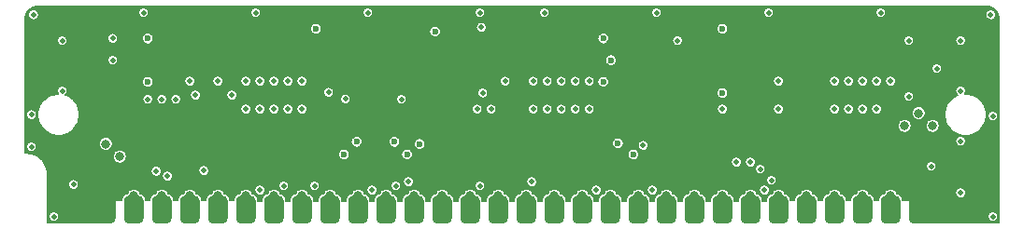
<source format=gbl>
G04 #@! TF.GenerationSoftware,KiCad,Pcbnew,(5.1.10-1-10_14)*
G04 #@! TF.CreationDate,2021-07-28T15:37:35-04:00*
G04 #@! TF.ProjectId,GW4191-SOJ,47573431-3931-42d5-934f-4a2e6b696361,1.0-SOJ*
G04 #@! TF.SameCoordinates,Original*
G04 #@! TF.FileFunction,Copper,L4,Bot*
G04 #@! TF.FilePolarity,Positive*
%FSLAX46Y46*%
G04 Gerber Fmt 4.6, Leading zero omitted, Abs format (unit mm)*
G04 Created by KiCad (PCBNEW (5.1.10-1-10_14)) date 2021-07-28 15:37:35*
%MOMM*%
%LPD*%
G01*
G04 APERTURE LIST*
G04 #@! TA.AperFunction,ComponentPad*
%ADD10C,0.800000*%
G04 #@! TD*
G04 #@! TA.AperFunction,ViaPad*
%ADD11C,0.800000*%
G04 #@! TD*
G04 #@! TA.AperFunction,ViaPad*
%ADD12C,1.000000*%
G04 #@! TD*
G04 #@! TA.AperFunction,ViaPad*
%ADD13C,0.508000*%
G04 #@! TD*
G04 #@! TA.AperFunction,ViaPad*
%ADD14C,0.600000*%
G04 #@! TD*
G04 #@! TA.AperFunction,Conductor*
%ADD15C,0.152400*%
G04 #@! TD*
G04 #@! TA.AperFunction,Conductor*
%ADD16C,0.100000*%
G04 #@! TD*
G04 APERTURE END LIST*
G04 #@! TA.AperFunction,SMDPad,CuDef*
G36*
G01*
X82931000Y-100901500D02*
X82931000Y-99250500D01*
G75*
G02*
X83375500Y-98806000I444500J0D01*
G01*
X84264500Y-98806000D01*
G75*
G02*
X84709000Y-99250500I0J-444500D01*
G01*
X84709000Y-100901500D01*
G75*
G02*
X84264500Y-101346000I-444500J0D01*
G01*
X83375500Y-101346000D01*
G75*
G02*
X82931000Y-100901500I0J444500D01*
G01*
G37*
G04 #@! TD.AperFunction*
G04 #@! TA.AperFunction,SMDPad,CuDef*
G36*
G01*
X85471000Y-100901500D02*
X85471000Y-99250500D01*
G75*
G02*
X85915500Y-98806000I444500J0D01*
G01*
X86804500Y-98806000D01*
G75*
G02*
X87249000Y-99250500I0J-444500D01*
G01*
X87249000Y-100901500D01*
G75*
G02*
X86804500Y-101346000I-444500J0D01*
G01*
X85915500Y-101346000D01*
G75*
G02*
X85471000Y-100901500I0J444500D01*
G01*
G37*
G04 #@! TD.AperFunction*
G04 #@! TA.AperFunction,SMDPad,CuDef*
G36*
G01*
X88011000Y-100901500D02*
X88011000Y-99250500D01*
G75*
G02*
X88455500Y-98806000I444500J0D01*
G01*
X89344500Y-98806000D01*
G75*
G02*
X89789000Y-99250500I0J-444500D01*
G01*
X89789000Y-100901500D01*
G75*
G02*
X89344500Y-101346000I-444500J0D01*
G01*
X88455500Y-101346000D01*
G75*
G02*
X88011000Y-100901500I0J444500D01*
G01*
G37*
G04 #@! TD.AperFunction*
G04 #@! TA.AperFunction,SMDPad,CuDef*
G36*
G01*
X90551000Y-100901500D02*
X90551000Y-99250500D01*
G75*
G02*
X90995500Y-98806000I444500J0D01*
G01*
X91884500Y-98806000D01*
G75*
G02*
X92329000Y-99250500I0J-444500D01*
G01*
X92329000Y-100901500D01*
G75*
G02*
X91884500Y-101346000I-444500J0D01*
G01*
X90995500Y-101346000D01*
G75*
G02*
X90551000Y-100901500I0J444500D01*
G01*
G37*
G04 #@! TD.AperFunction*
G04 #@! TA.AperFunction,SMDPad,CuDef*
G36*
G01*
X93091000Y-100901500D02*
X93091000Y-99250500D01*
G75*
G02*
X93535500Y-98806000I444500J0D01*
G01*
X94424500Y-98806000D01*
G75*
G02*
X94869000Y-99250500I0J-444500D01*
G01*
X94869000Y-100901500D01*
G75*
G02*
X94424500Y-101346000I-444500J0D01*
G01*
X93535500Y-101346000D01*
G75*
G02*
X93091000Y-100901500I0J444500D01*
G01*
G37*
G04 #@! TD.AperFunction*
G04 #@! TA.AperFunction,SMDPad,CuDef*
G36*
G01*
X95631000Y-100901500D02*
X95631000Y-99250500D01*
G75*
G02*
X96075500Y-98806000I444500J0D01*
G01*
X96964500Y-98806000D01*
G75*
G02*
X97409000Y-99250500I0J-444500D01*
G01*
X97409000Y-100901500D01*
G75*
G02*
X96964500Y-101346000I-444500J0D01*
G01*
X96075500Y-101346000D01*
G75*
G02*
X95631000Y-100901500I0J444500D01*
G01*
G37*
G04 #@! TD.AperFunction*
G04 #@! TA.AperFunction,SMDPad,CuDef*
G36*
G01*
X98171000Y-100901500D02*
X98171000Y-99250500D01*
G75*
G02*
X98615500Y-98806000I444500J0D01*
G01*
X99504500Y-98806000D01*
G75*
G02*
X99949000Y-99250500I0J-444500D01*
G01*
X99949000Y-100901500D01*
G75*
G02*
X99504500Y-101346000I-444500J0D01*
G01*
X98615500Y-101346000D01*
G75*
G02*
X98171000Y-100901500I0J444500D01*
G01*
G37*
G04 #@! TD.AperFunction*
G04 #@! TA.AperFunction,SMDPad,CuDef*
G36*
G01*
X100711000Y-100901500D02*
X100711000Y-99250500D01*
G75*
G02*
X101155500Y-98806000I444500J0D01*
G01*
X102044500Y-98806000D01*
G75*
G02*
X102489000Y-99250500I0J-444500D01*
G01*
X102489000Y-100901500D01*
G75*
G02*
X102044500Y-101346000I-444500J0D01*
G01*
X101155500Y-101346000D01*
G75*
G02*
X100711000Y-100901500I0J444500D01*
G01*
G37*
G04 #@! TD.AperFunction*
G04 #@! TA.AperFunction,SMDPad,CuDef*
G36*
G01*
X103251000Y-100901500D02*
X103251000Y-99250500D01*
G75*
G02*
X103695500Y-98806000I444500J0D01*
G01*
X104584500Y-98806000D01*
G75*
G02*
X105029000Y-99250500I0J-444500D01*
G01*
X105029000Y-100901500D01*
G75*
G02*
X104584500Y-101346000I-444500J0D01*
G01*
X103695500Y-101346000D01*
G75*
G02*
X103251000Y-100901500I0J444500D01*
G01*
G37*
G04 #@! TD.AperFunction*
G04 #@! TA.AperFunction,SMDPad,CuDef*
G36*
G01*
X105791000Y-100901500D02*
X105791000Y-99250500D01*
G75*
G02*
X106235500Y-98806000I444500J0D01*
G01*
X107124500Y-98806000D01*
G75*
G02*
X107569000Y-99250500I0J-444500D01*
G01*
X107569000Y-100901500D01*
G75*
G02*
X107124500Y-101346000I-444500J0D01*
G01*
X106235500Y-101346000D01*
G75*
G02*
X105791000Y-100901500I0J444500D01*
G01*
G37*
G04 #@! TD.AperFunction*
G04 #@! TA.AperFunction,SMDPad,CuDef*
G36*
G01*
X108331000Y-100901500D02*
X108331000Y-99250500D01*
G75*
G02*
X108775500Y-98806000I444500J0D01*
G01*
X109664500Y-98806000D01*
G75*
G02*
X110109000Y-99250500I0J-444500D01*
G01*
X110109000Y-100901500D01*
G75*
G02*
X109664500Y-101346000I-444500J0D01*
G01*
X108775500Y-101346000D01*
G75*
G02*
X108331000Y-100901500I0J444500D01*
G01*
G37*
G04 #@! TD.AperFunction*
G04 #@! TA.AperFunction,SMDPad,CuDef*
G36*
G01*
X110871000Y-100901500D02*
X110871000Y-99250500D01*
G75*
G02*
X111315500Y-98806000I444500J0D01*
G01*
X112204500Y-98806000D01*
G75*
G02*
X112649000Y-99250500I0J-444500D01*
G01*
X112649000Y-100901500D01*
G75*
G02*
X112204500Y-101346000I-444500J0D01*
G01*
X111315500Y-101346000D01*
G75*
G02*
X110871000Y-100901500I0J444500D01*
G01*
G37*
G04 #@! TD.AperFunction*
G04 #@! TA.AperFunction,SMDPad,CuDef*
G36*
G01*
X113411000Y-100901500D02*
X113411000Y-99250500D01*
G75*
G02*
X113855500Y-98806000I444500J0D01*
G01*
X114744500Y-98806000D01*
G75*
G02*
X115189000Y-99250500I0J-444500D01*
G01*
X115189000Y-100901500D01*
G75*
G02*
X114744500Y-101346000I-444500J0D01*
G01*
X113855500Y-101346000D01*
G75*
G02*
X113411000Y-100901500I0J444500D01*
G01*
G37*
G04 #@! TD.AperFunction*
G04 #@! TA.AperFunction,SMDPad,CuDef*
G36*
G01*
X115951000Y-100901500D02*
X115951000Y-99250500D01*
G75*
G02*
X116395500Y-98806000I444500J0D01*
G01*
X117284500Y-98806000D01*
G75*
G02*
X117729000Y-99250500I0J-444500D01*
G01*
X117729000Y-100901500D01*
G75*
G02*
X117284500Y-101346000I-444500J0D01*
G01*
X116395500Y-101346000D01*
G75*
G02*
X115951000Y-100901500I0J444500D01*
G01*
G37*
G04 #@! TD.AperFunction*
G04 #@! TA.AperFunction,SMDPad,CuDef*
G36*
G01*
X118491000Y-100901500D02*
X118491000Y-99250500D01*
G75*
G02*
X118935500Y-98806000I444500J0D01*
G01*
X119824500Y-98806000D01*
G75*
G02*
X120269000Y-99250500I0J-444500D01*
G01*
X120269000Y-100901500D01*
G75*
G02*
X119824500Y-101346000I-444500J0D01*
G01*
X118935500Y-101346000D01*
G75*
G02*
X118491000Y-100901500I0J444500D01*
G01*
G37*
G04 #@! TD.AperFunction*
G04 #@! TA.AperFunction,SMDPad,CuDef*
G36*
G01*
X121031000Y-100901500D02*
X121031000Y-99250500D01*
G75*
G02*
X121475500Y-98806000I444500J0D01*
G01*
X122364500Y-98806000D01*
G75*
G02*
X122809000Y-99250500I0J-444500D01*
G01*
X122809000Y-100901500D01*
G75*
G02*
X122364500Y-101346000I-444500J0D01*
G01*
X121475500Y-101346000D01*
G75*
G02*
X121031000Y-100901500I0J444500D01*
G01*
G37*
G04 #@! TD.AperFunction*
G04 #@! TA.AperFunction,SMDPad,CuDef*
G36*
G01*
X123571000Y-100901500D02*
X123571000Y-99250500D01*
G75*
G02*
X124015500Y-98806000I444500J0D01*
G01*
X124904500Y-98806000D01*
G75*
G02*
X125349000Y-99250500I0J-444500D01*
G01*
X125349000Y-100901500D01*
G75*
G02*
X124904500Y-101346000I-444500J0D01*
G01*
X124015500Y-101346000D01*
G75*
G02*
X123571000Y-100901500I0J444500D01*
G01*
G37*
G04 #@! TD.AperFunction*
G04 #@! TA.AperFunction,SMDPad,CuDef*
G36*
G01*
X126111000Y-100901500D02*
X126111000Y-99250500D01*
G75*
G02*
X126555500Y-98806000I444500J0D01*
G01*
X127444500Y-98806000D01*
G75*
G02*
X127889000Y-99250500I0J-444500D01*
G01*
X127889000Y-100901500D01*
G75*
G02*
X127444500Y-101346000I-444500J0D01*
G01*
X126555500Y-101346000D01*
G75*
G02*
X126111000Y-100901500I0J444500D01*
G01*
G37*
G04 #@! TD.AperFunction*
G04 #@! TA.AperFunction,SMDPad,CuDef*
G36*
G01*
X128651000Y-100901500D02*
X128651000Y-99250500D01*
G75*
G02*
X129095500Y-98806000I444500J0D01*
G01*
X129984500Y-98806000D01*
G75*
G02*
X130429000Y-99250500I0J-444500D01*
G01*
X130429000Y-100901500D01*
G75*
G02*
X129984500Y-101346000I-444500J0D01*
G01*
X129095500Y-101346000D01*
G75*
G02*
X128651000Y-100901500I0J444500D01*
G01*
G37*
G04 #@! TD.AperFunction*
G04 #@! TA.AperFunction,SMDPad,CuDef*
G36*
G01*
X131191000Y-100901500D02*
X131191000Y-99250500D01*
G75*
G02*
X131635500Y-98806000I444500J0D01*
G01*
X132524500Y-98806000D01*
G75*
G02*
X132969000Y-99250500I0J-444500D01*
G01*
X132969000Y-100901500D01*
G75*
G02*
X132524500Y-101346000I-444500J0D01*
G01*
X131635500Y-101346000D01*
G75*
G02*
X131191000Y-100901500I0J444500D01*
G01*
G37*
G04 #@! TD.AperFunction*
G04 #@! TA.AperFunction,SMDPad,CuDef*
G36*
G01*
X133731000Y-100901500D02*
X133731000Y-99250500D01*
G75*
G02*
X134175500Y-98806000I444500J0D01*
G01*
X135064500Y-98806000D01*
G75*
G02*
X135509000Y-99250500I0J-444500D01*
G01*
X135509000Y-100901500D01*
G75*
G02*
X135064500Y-101346000I-444500J0D01*
G01*
X134175500Y-101346000D01*
G75*
G02*
X133731000Y-100901500I0J444500D01*
G01*
G37*
G04 #@! TD.AperFunction*
G04 #@! TA.AperFunction,SMDPad,CuDef*
G36*
G01*
X136271000Y-100901500D02*
X136271000Y-99250500D01*
G75*
G02*
X136715500Y-98806000I444500J0D01*
G01*
X137604500Y-98806000D01*
G75*
G02*
X138049000Y-99250500I0J-444500D01*
G01*
X138049000Y-100901500D01*
G75*
G02*
X137604500Y-101346000I-444500J0D01*
G01*
X136715500Y-101346000D01*
G75*
G02*
X136271000Y-100901500I0J444500D01*
G01*
G37*
G04 #@! TD.AperFunction*
G04 #@! TA.AperFunction,SMDPad,CuDef*
G36*
G01*
X138811000Y-100901500D02*
X138811000Y-99250500D01*
G75*
G02*
X139255500Y-98806000I444500J0D01*
G01*
X140144500Y-98806000D01*
G75*
G02*
X140589000Y-99250500I0J-444500D01*
G01*
X140589000Y-100901500D01*
G75*
G02*
X140144500Y-101346000I-444500J0D01*
G01*
X139255500Y-101346000D01*
G75*
G02*
X138811000Y-100901500I0J444500D01*
G01*
G37*
G04 #@! TD.AperFunction*
G04 #@! TA.AperFunction,SMDPad,CuDef*
G36*
G01*
X141351000Y-100901500D02*
X141351000Y-99250500D01*
G75*
G02*
X141795500Y-98806000I444500J0D01*
G01*
X142684500Y-98806000D01*
G75*
G02*
X143129000Y-99250500I0J-444500D01*
G01*
X143129000Y-100901500D01*
G75*
G02*
X142684500Y-101346000I-444500J0D01*
G01*
X141795500Y-101346000D01*
G75*
G02*
X141351000Y-100901500I0J444500D01*
G01*
G37*
G04 #@! TD.AperFunction*
G04 #@! TA.AperFunction,SMDPad,CuDef*
G36*
G01*
X143891000Y-100901500D02*
X143891000Y-99250500D01*
G75*
G02*
X144335500Y-98806000I444500J0D01*
G01*
X145224500Y-98806000D01*
G75*
G02*
X145669000Y-99250500I0J-444500D01*
G01*
X145669000Y-100901500D01*
G75*
G02*
X145224500Y-101346000I-444500J0D01*
G01*
X144335500Y-101346000D01*
G75*
G02*
X143891000Y-100901500I0J444500D01*
G01*
G37*
G04 #@! TD.AperFunction*
G04 #@! TA.AperFunction,SMDPad,CuDef*
G36*
G01*
X146431000Y-100901500D02*
X146431000Y-99250500D01*
G75*
G02*
X146875500Y-98806000I444500J0D01*
G01*
X147764500Y-98806000D01*
G75*
G02*
X148209000Y-99250500I0J-444500D01*
G01*
X148209000Y-100901500D01*
G75*
G02*
X147764500Y-101346000I-444500J0D01*
G01*
X146875500Y-101346000D01*
G75*
G02*
X146431000Y-100901500I0J444500D01*
G01*
G37*
G04 #@! TD.AperFunction*
G04 #@! TA.AperFunction,SMDPad,CuDef*
G36*
G01*
X148971000Y-100901500D02*
X148971000Y-99250500D01*
G75*
G02*
X149415500Y-98806000I444500J0D01*
G01*
X150304500Y-98806000D01*
G75*
G02*
X150749000Y-99250500I0J-444500D01*
G01*
X150749000Y-100901500D01*
G75*
G02*
X150304500Y-101346000I-444500J0D01*
G01*
X149415500Y-101346000D01*
G75*
G02*
X148971000Y-100901500I0J444500D01*
G01*
G37*
G04 #@! TD.AperFunction*
G04 #@! TA.AperFunction,SMDPad,CuDef*
G36*
G01*
X151511000Y-100901500D02*
X151511000Y-99250500D01*
G75*
G02*
X151955500Y-98806000I444500J0D01*
G01*
X152844500Y-98806000D01*
G75*
G02*
X153289000Y-99250500I0J-444500D01*
G01*
X153289000Y-100901500D01*
G75*
G02*
X152844500Y-101346000I-444500J0D01*
G01*
X151955500Y-101346000D01*
G75*
G02*
X151511000Y-100901500I0J444500D01*
G01*
G37*
G04 #@! TD.AperFunction*
G04 #@! TA.AperFunction,SMDPad,CuDef*
G36*
G01*
X154051000Y-100901500D02*
X154051000Y-99250500D01*
G75*
G02*
X154495500Y-98806000I444500J0D01*
G01*
X155384500Y-98806000D01*
G75*
G02*
X155829000Y-99250500I0J-444500D01*
G01*
X155829000Y-100901500D01*
G75*
G02*
X155384500Y-101346000I-444500J0D01*
G01*
X154495500Y-101346000D01*
G75*
G02*
X154051000Y-100901500I0J444500D01*
G01*
G37*
G04 #@! TD.AperFunction*
G04 #@! TA.AperFunction,SMDPad,CuDef*
G36*
G01*
X156591000Y-100901500D02*
X156591000Y-99250500D01*
G75*
G02*
X157035500Y-98806000I444500J0D01*
G01*
X157924500Y-98806000D01*
G75*
G02*
X158369000Y-99250500I0J-444500D01*
G01*
X158369000Y-100901500D01*
G75*
G02*
X157924500Y-101346000I-444500J0D01*
G01*
X157035500Y-101346000D01*
G75*
G02*
X156591000Y-100901500I0J444500D01*
G01*
G37*
G04 #@! TD.AperFunction*
D10*
X88900000Y-98806000D03*
X86360000Y-98806000D03*
X83820000Y-98806000D03*
X93980000Y-98806000D03*
X91440000Y-98806000D03*
X96520000Y-98806000D03*
X99060000Y-98806000D03*
X104140000Y-98806000D03*
X101600000Y-98806000D03*
X109220000Y-98806000D03*
X106680000Y-98806000D03*
X111760000Y-98806000D03*
X116840000Y-98806000D03*
X114300000Y-98806000D03*
X119380000Y-98806000D03*
X124460000Y-98806000D03*
X121920000Y-98806000D03*
X127000000Y-98806000D03*
X149860000Y-98806000D03*
X147320000Y-98806000D03*
X152400000Y-98806000D03*
X134620000Y-98806000D03*
X132080000Y-98806000D03*
X137160000Y-98806000D03*
X142240000Y-98806000D03*
X139700000Y-98806000D03*
X144780000Y-98806000D03*
X129540000Y-98806000D03*
X154940000Y-98806000D03*
X157480000Y-98806000D03*
D11*
X158750000Y-94107000D03*
D12*
X157480000Y-95377000D03*
D13*
X159131000Y-82169000D03*
X148971000Y-82169000D03*
X92329000Y-82169000D03*
X102489000Y-82169000D03*
X138811000Y-82169000D03*
X128651000Y-82169000D03*
X112649000Y-82169000D03*
X82169000Y-82169000D03*
X77089000Y-86995000D03*
X164211000Y-86995000D03*
X164211000Y-96139000D03*
X78994000Y-94742000D03*
D11*
X83820000Y-92456000D03*
X85090000Y-91313000D03*
X131445000Y-91186000D03*
D14*
X106553000Y-92583000D03*
X105410000Y-91440000D03*
X109982000Y-92583000D03*
X111125000Y-91440000D03*
D13*
X132524500Y-92265500D03*
D14*
X154940000Y-94805500D03*
X154940000Y-90868500D03*
X128905000Y-90868500D03*
X113665000Y-90868500D03*
X113665000Y-94805500D03*
X102870000Y-90868500D03*
X103568500Y-92837000D03*
X87630000Y-90868500D03*
X87630000Y-94805500D03*
D13*
X117475000Y-90932000D03*
X105537000Y-90011250D03*
X140970000Y-95758000D03*
X118745000Y-90932000D03*
X142240000Y-95758000D03*
X110617000Y-90043000D03*
X91440000Y-88392000D03*
X84450000Y-86500000D03*
X77089000Y-94361000D03*
D11*
X83820000Y-94107000D03*
X85090000Y-95250000D03*
D14*
X105410000Y-95059500D03*
X109982000Y-93916500D03*
X106553000Y-93916500D03*
D13*
X132524500Y-94234000D03*
X164211000Y-91567000D03*
X77089000Y-91440000D03*
X156591000Y-89789000D03*
X159131000Y-87249000D03*
X156591000Y-84709000D03*
X161290000Y-84709000D03*
X95250000Y-89662000D03*
X92710000Y-96520000D03*
X111252000Y-97536000D03*
X117729000Y-97917000D03*
X89408000Y-97028000D03*
X88392000Y-96583500D03*
X143510000Y-98298000D03*
X144145000Y-97409000D03*
X143129000Y-96393000D03*
X88900000Y-90043000D03*
X87630000Y-90043000D03*
X90170000Y-90043000D03*
X91948000Y-89662000D03*
X117983000Y-89471500D03*
X122428000Y-97536000D03*
X77279500Y-82359500D03*
X164020500Y-82359500D03*
X164211000Y-100711000D03*
X79121000Y-100711000D03*
X79883000Y-84709000D03*
X161290000Y-89281000D03*
X161290000Y-93853000D03*
X161290000Y-98552000D03*
X80899000Y-97790000D03*
X79883000Y-89281000D03*
X133350000Y-98298000D03*
X110109000Y-97917000D03*
X102743000Y-97917000D03*
X99949000Y-97917000D03*
X97790000Y-98298000D03*
X128270000Y-98298000D03*
X158623000Y-96139000D03*
X104013000Y-89408000D03*
D11*
X156210000Y-92456000D03*
X158750000Y-92456000D03*
D13*
X84450000Y-84500000D03*
D11*
X157480000Y-91313000D03*
D13*
X154051000Y-82169000D03*
X87249000Y-82169000D03*
X97409000Y-82169000D03*
X143891000Y-82169000D03*
X133731000Y-82169000D03*
X107569000Y-82169000D03*
X117729000Y-82169000D03*
X123571000Y-82169000D03*
X117856000Y-83502500D03*
X135636000Y-84709000D03*
X107950000Y-98298000D03*
D14*
X130238500Y-94043500D03*
X131635500Y-95059500D03*
X111125000Y-95059500D03*
X112268000Y-94107000D03*
X87630000Y-88455500D03*
X87630000Y-84518500D03*
X102870000Y-83629500D03*
X113665000Y-83883500D03*
X128905000Y-88455500D03*
X128905000Y-84518500D03*
X129603500Y-86487000D03*
X139700000Y-83629500D03*
X139700000Y-89471500D03*
D13*
X139700000Y-90932000D03*
X123825000Y-90932000D03*
X100330000Y-90932000D03*
X149860000Y-90932000D03*
X125095000Y-90932000D03*
X99060000Y-90932000D03*
X151130000Y-90932000D03*
X152400000Y-90932000D03*
X126365000Y-90932000D03*
X97790000Y-90932000D03*
X127635000Y-90932000D03*
X96520000Y-90932000D03*
X153670000Y-90932000D03*
X93980000Y-88392000D03*
X127635000Y-88392000D03*
X154940000Y-88392000D03*
X126365000Y-88392000D03*
X96520000Y-88392000D03*
X153670000Y-88392000D03*
X97790000Y-88392000D03*
X125095000Y-88392000D03*
X152400000Y-88392000D03*
X151130000Y-88392000D03*
X99060000Y-88392000D03*
X123825000Y-88392000D03*
X149860000Y-88392000D03*
X122555000Y-88392000D03*
X100330000Y-88392000D03*
X144780000Y-88392000D03*
X122555000Y-90932000D03*
X101600000Y-90932000D03*
X144780000Y-90932000D03*
X101600000Y-88392000D03*
X120015000Y-88392000D03*
D15*
X163807884Y-81632912D02*
X164030929Y-81700254D01*
X164236653Y-81809639D01*
X164417209Y-81956896D01*
X164565723Y-82136420D01*
X164676544Y-82341378D01*
X164745441Y-82563947D01*
X164771400Y-82810934D01*
X164771401Y-101271400D01*
X157689548Y-101271400D01*
X157925966Y-100663468D01*
X163728400Y-100663468D01*
X163728400Y-100758532D01*
X163746946Y-100851769D01*
X163783326Y-100939597D01*
X163836140Y-101018640D01*
X163903360Y-101085860D01*
X163982403Y-101138674D01*
X164070231Y-101175054D01*
X164163468Y-101193600D01*
X164258532Y-101193600D01*
X164351769Y-101175054D01*
X164439597Y-101138674D01*
X164518640Y-101085860D01*
X164585860Y-101018640D01*
X164638674Y-100939597D01*
X164675054Y-100851769D01*
X164693600Y-100758532D01*
X164693600Y-100663468D01*
X164675054Y-100570231D01*
X164638674Y-100482403D01*
X164585860Y-100403360D01*
X164518640Y-100336140D01*
X164439597Y-100283326D01*
X164351769Y-100246946D01*
X164258532Y-100228400D01*
X164163468Y-100228400D01*
X164070231Y-100246946D01*
X163982403Y-100283326D01*
X163903360Y-100336140D01*
X163836140Y-100403360D01*
X163783326Y-100482403D01*
X163746946Y-100570231D01*
X163728400Y-100663468D01*
X157925966Y-100663468D01*
X158440019Y-99341618D01*
X158443760Y-99328743D01*
X158445200Y-99313875D01*
X158443711Y-99299011D01*
X158439352Y-99284724D01*
X158432288Y-99271561D01*
X158422793Y-99260030D01*
X158411230Y-99250572D01*
X158398045Y-99243553D01*
X158383743Y-99239240D01*
X158368875Y-99237800D01*
X156057830Y-99241601D01*
X156045751Y-99118969D01*
X156007385Y-98992493D01*
X155945082Y-98875931D01*
X155861236Y-98773764D01*
X155759069Y-98689918D01*
X155642507Y-98627615D01*
X155532707Y-98594308D01*
X155497059Y-98508246D01*
X155494535Y-98504468D01*
X160807400Y-98504468D01*
X160807400Y-98599532D01*
X160825946Y-98692769D01*
X160862326Y-98780597D01*
X160915140Y-98859640D01*
X160982360Y-98926860D01*
X161061403Y-98979674D01*
X161149231Y-99016054D01*
X161242468Y-99034600D01*
X161337532Y-99034600D01*
X161430769Y-99016054D01*
X161518597Y-98979674D01*
X161597640Y-98926860D01*
X161664860Y-98859640D01*
X161717674Y-98780597D01*
X161754054Y-98692769D01*
X161772600Y-98599532D01*
X161772600Y-98504468D01*
X161754054Y-98411231D01*
X161717674Y-98323403D01*
X161664860Y-98244360D01*
X161597640Y-98177140D01*
X161518597Y-98124326D01*
X161430769Y-98087946D01*
X161337532Y-98069400D01*
X161242468Y-98069400D01*
X161149231Y-98087946D01*
X161061403Y-98124326D01*
X160982360Y-98177140D01*
X160915140Y-98244360D01*
X160862326Y-98323403D01*
X160825946Y-98411231D01*
X160807400Y-98504468D01*
X155494535Y-98504468D01*
X155428266Y-98405291D01*
X155340709Y-98317734D01*
X155237754Y-98248941D01*
X155123356Y-98201556D01*
X155001912Y-98177400D01*
X154878088Y-98177400D01*
X154756644Y-98201556D01*
X154642246Y-98248941D01*
X154539291Y-98317734D01*
X154451734Y-98405291D01*
X154382941Y-98508246D01*
X154347293Y-98594308D01*
X154237493Y-98627615D01*
X154120931Y-98689918D01*
X154018764Y-98773764D01*
X153934918Y-98875931D01*
X153872615Y-98992493D01*
X153834249Y-99118969D01*
X153821808Y-99245279D01*
X153518241Y-99245778D01*
X153505751Y-99118969D01*
X153467385Y-98992493D01*
X153405082Y-98875931D01*
X153321236Y-98773764D01*
X153219069Y-98689918D01*
X153102507Y-98627615D01*
X152992707Y-98594308D01*
X152957059Y-98508246D01*
X152888266Y-98405291D01*
X152800709Y-98317734D01*
X152697754Y-98248941D01*
X152583356Y-98201556D01*
X152461912Y-98177400D01*
X152338088Y-98177400D01*
X152216644Y-98201556D01*
X152102246Y-98248941D01*
X151999291Y-98317734D01*
X151911734Y-98405291D01*
X151842941Y-98508246D01*
X151807293Y-98594308D01*
X151697493Y-98627615D01*
X151580931Y-98689918D01*
X151478764Y-98773764D01*
X151394918Y-98875931D01*
X151332615Y-98992493D01*
X151294249Y-99118969D01*
X151281397Y-99249457D01*
X150978652Y-99249955D01*
X150965751Y-99118969D01*
X150927385Y-98992493D01*
X150865082Y-98875931D01*
X150781236Y-98773764D01*
X150679069Y-98689918D01*
X150562507Y-98627615D01*
X150452707Y-98594308D01*
X150417059Y-98508246D01*
X150348266Y-98405291D01*
X150260709Y-98317734D01*
X150157754Y-98248941D01*
X150043356Y-98201556D01*
X149921912Y-98177400D01*
X149798088Y-98177400D01*
X149676644Y-98201556D01*
X149562246Y-98248941D01*
X149459291Y-98317734D01*
X149371734Y-98405291D01*
X149302941Y-98508246D01*
X149267293Y-98594308D01*
X149157493Y-98627615D01*
X149040931Y-98689918D01*
X148938764Y-98773764D01*
X148854918Y-98875931D01*
X148792615Y-98992493D01*
X148754249Y-99118969D01*
X148741294Y-99250500D01*
X148741294Y-99253635D01*
X148438706Y-99254133D01*
X148438706Y-99250500D01*
X148425751Y-99118969D01*
X148387385Y-98992493D01*
X148325082Y-98875931D01*
X148241236Y-98773764D01*
X148139069Y-98689918D01*
X148022507Y-98627615D01*
X147912707Y-98594308D01*
X147877059Y-98508246D01*
X147808266Y-98405291D01*
X147720709Y-98317734D01*
X147617754Y-98248941D01*
X147503356Y-98201556D01*
X147381912Y-98177400D01*
X147258088Y-98177400D01*
X147136644Y-98201556D01*
X147022246Y-98248941D01*
X146919291Y-98317734D01*
X146831734Y-98405291D01*
X146762941Y-98508246D01*
X146727293Y-98594308D01*
X146617493Y-98627615D01*
X146500931Y-98689918D01*
X146398764Y-98773764D01*
X146314918Y-98875931D01*
X146252615Y-98992493D01*
X146214249Y-99118969D01*
X146201294Y-99250500D01*
X146201294Y-99257813D01*
X145898706Y-99258310D01*
X145898706Y-99250500D01*
X145885751Y-99118969D01*
X145847385Y-98992493D01*
X145785082Y-98875931D01*
X145701236Y-98773764D01*
X145599069Y-98689918D01*
X145482507Y-98627615D01*
X145372707Y-98594308D01*
X145337059Y-98508246D01*
X145268266Y-98405291D01*
X145180709Y-98317734D01*
X145077754Y-98248941D01*
X144963356Y-98201556D01*
X144841912Y-98177400D01*
X144718088Y-98177400D01*
X144596644Y-98201556D01*
X144482246Y-98248941D01*
X144379291Y-98317734D01*
X144291734Y-98405291D01*
X144222941Y-98508246D01*
X144187293Y-98594308D01*
X144077493Y-98627615D01*
X143960931Y-98689918D01*
X143858764Y-98773764D01*
X143774918Y-98875931D01*
X143712615Y-98992493D01*
X143674249Y-99118969D01*
X143661294Y-99250500D01*
X143661294Y-99261990D01*
X143358706Y-99262488D01*
X143358706Y-99250500D01*
X143345751Y-99118969D01*
X143307385Y-98992493D01*
X143245082Y-98875931D01*
X143161236Y-98773764D01*
X143059069Y-98689918D01*
X142942507Y-98627615D01*
X142832707Y-98594308D01*
X142797059Y-98508246D01*
X142728266Y-98405291D01*
X142640709Y-98317734D01*
X142540040Y-98250468D01*
X143027400Y-98250468D01*
X143027400Y-98345532D01*
X143045946Y-98438769D01*
X143082326Y-98526597D01*
X143135140Y-98605640D01*
X143202360Y-98672860D01*
X143281403Y-98725674D01*
X143369231Y-98762054D01*
X143462468Y-98780600D01*
X143557532Y-98780600D01*
X143650769Y-98762054D01*
X143738597Y-98725674D01*
X143817640Y-98672860D01*
X143884860Y-98605640D01*
X143937674Y-98526597D01*
X143974054Y-98438769D01*
X143992600Y-98345532D01*
X143992600Y-98250468D01*
X143974054Y-98157231D01*
X143937674Y-98069403D01*
X143884860Y-97990360D01*
X143817640Y-97923140D01*
X143738597Y-97870326D01*
X143650769Y-97833946D01*
X143557532Y-97815400D01*
X143462468Y-97815400D01*
X143369231Y-97833946D01*
X143281403Y-97870326D01*
X143202360Y-97923140D01*
X143135140Y-97990360D01*
X143082326Y-98069403D01*
X143045946Y-98157231D01*
X143027400Y-98250468D01*
X142540040Y-98250468D01*
X142537754Y-98248941D01*
X142423356Y-98201556D01*
X142301912Y-98177400D01*
X142178088Y-98177400D01*
X142056644Y-98201556D01*
X141942246Y-98248941D01*
X141839291Y-98317734D01*
X141751734Y-98405291D01*
X141682941Y-98508246D01*
X141647293Y-98594308D01*
X141537493Y-98627615D01*
X141420931Y-98689918D01*
X141318764Y-98773764D01*
X141234918Y-98875931D01*
X141172615Y-98992493D01*
X141134249Y-99118969D01*
X141121294Y-99250500D01*
X141121294Y-99266168D01*
X140818706Y-99266666D01*
X140818706Y-99250500D01*
X140805751Y-99118969D01*
X140767385Y-98992493D01*
X140705082Y-98875931D01*
X140621236Y-98773764D01*
X140519069Y-98689918D01*
X140402507Y-98627615D01*
X140292707Y-98594308D01*
X140257059Y-98508246D01*
X140188266Y-98405291D01*
X140100709Y-98317734D01*
X139997754Y-98248941D01*
X139883356Y-98201556D01*
X139761912Y-98177400D01*
X139638088Y-98177400D01*
X139516644Y-98201556D01*
X139402246Y-98248941D01*
X139299291Y-98317734D01*
X139211734Y-98405291D01*
X139142941Y-98508246D01*
X139107293Y-98594308D01*
X138997493Y-98627615D01*
X138880931Y-98689918D01*
X138778764Y-98773764D01*
X138694918Y-98875931D01*
X138632615Y-98992493D01*
X138594249Y-99118969D01*
X138581294Y-99250500D01*
X138581294Y-99270345D01*
X138278706Y-99270843D01*
X138278706Y-99250500D01*
X138265751Y-99118969D01*
X138227385Y-98992493D01*
X138165082Y-98875931D01*
X138081236Y-98773764D01*
X137979069Y-98689918D01*
X137862507Y-98627615D01*
X137752707Y-98594308D01*
X137717059Y-98508246D01*
X137648266Y-98405291D01*
X137560709Y-98317734D01*
X137457754Y-98248941D01*
X137343356Y-98201556D01*
X137221912Y-98177400D01*
X137098088Y-98177400D01*
X136976644Y-98201556D01*
X136862246Y-98248941D01*
X136759291Y-98317734D01*
X136671734Y-98405291D01*
X136602941Y-98508246D01*
X136567293Y-98594308D01*
X136457493Y-98627615D01*
X136340931Y-98689918D01*
X136238764Y-98773764D01*
X136154918Y-98875931D01*
X136092615Y-98992493D01*
X136054249Y-99118969D01*
X136041294Y-99250500D01*
X136041294Y-99274523D01*
X135738706Y-99275021D01*
X135738706Y-99250500D01*
X135725751Y-99118969D01*
X135687385Y-98992493D01*
X135625082Y-98875931D01*
X135541236Y-98773764D01*
X135439069Y-98689918D01*
X135322507Y-98627615D01*
X135212707Y-98594308D01*
X135177059Y-98508246D01*
X135108266Y-98405291D01*
X135020709Y-98317734D01*
X134917754Y-98248941D01*
X134803356Y-98201556D01*
X134681912Y-98177400D01*
X134558088Y-98177400D01*
X134436644Y-98201556D01*
X134322246Y-98248941D01*
X134219291Y-98317734D01*
X134131734Y-98405291D01*
X134062941Y-98508246D01*
X134027293Y-98594308D01*
X133917493Y-98627615D01*
X133800931Y-98689918D01*
X133698764Y-98773764D01*
X133614918Y-98875931D01*
X133552615Y-98992493D01*
X133514249Y-99118969D01*
X133501294Y-99250500D01*
X133501294Y-99278701D01*
X133198706Y-99279198D01*
X133198706Y-99250500D01*
X133185751Y-99118969D01*
X133147385Y-98992493D01*
X133085082Y-98875931D01*
X133001236Y-98773764D01*
X132899069Y-98689918D01*
X132782507Y-98627615D01*
X132672707Y-98594308D01*
X132637059Y-98508246D01*
X132568266Y-98405291D01*
X132480709Y-98317734D01*
X132380040Y-98250468D01*
X132867400Y-98250468D01*
X132867400Y-98345532D01*
X132885946Y-98438769D01*
X132922326Y-98526597D01*
X132975140Y-98605640D01*
X133042360Y-98672860D01*
X133121403Y-98725674D01*
X133209231Y-98762054D01*
X133302468Y-98780600D01*
X133397532Y-98780600D01*
X133490769Y-98762054D01*
X133578597Y-98725674D01*
X133657640Y-98672860D01*
X133724860Y-98605640D01*
X133777674Y-98526597D01*
X133814054Y-98438769D01*
X133832600Y-98345532D01*
X133832600Y-98250468D01*
X133814054Y-98157231D01*
X133777674Y-98069403D01*
X133724860Y-97990360D01*
X133657640Y-97923140D01*
X133578597Y-97870326D01*
X133490769Y-97833946D01*
X133397532Y-97815400D01*
X133302468Y-97815400D01*
X133209231Y-97833946D01*
X133121403Y-97870326D01*
X133042360Y-97923140D01*
X132975140Y-97990360D01*
X132922326Y-98069403D01*
X132885946Y-98157231D01*
X132867400Y-98250468D01*
X132380040Y-98250468D01*
X132377754Y-98248941D01*
X132263356Y-98201556D01*
X132141912Y-98177400D01*
X132018088Y-98177400D01*
X131896644Y-98201556D01*
X131782246Y-98248941D01*
X131679291Y-98317734D01*
X131591734Y-98405291D01*
X131522941Y-98508246D01*
X131487293Y-98594308D01*
X131377493Y-98627615D01*
X131260931Y-98689918D01*
X131158764Y-98773764D01*
X131074918Y-98875931D01*
X131012615Y-98992493D01*
X130974249Y-99118969D01*
X130961294Y-99250500D01*
X130961294Y-99282878D01*
X130658706Y-99283376D01*
X130658706Y-99250500D01*
X130645751Y-99118969D01*
X130607385Y-98992493D01*
X130545082Y-98875931D01*
X130461236Y-98773764D01*
X130359069Y-98689918D01*
X130242507Y-98627615D01*
X130132707Y-98594308D01*
X130097059Y-98508246D01*
X130028266Y-98405291D01*
X129940709Y-98317734D01*
X129837754Y-98248941D01*
X129723356Y-98201556D01*
X129601912Y-98177400D01*
X129478088Y-98177400D01*
X129356644Y-98201556D01*
X129242246Y-98248941D01*
X129139291Y-98317734D01*
X129051734Y-98405291D01*
X128982941Y-98508246D01*
X128947293Y-98594308D01*
X128837493Y-98627615D01*
X128720931Y-98689918D01*
X128618764Y-98773764D01*
X128534918Y-98875931D01*
X128472615Y-98992493D01*
X128434249Y-99118969D01*
X128421294Y-99250500D01*
X128421294Y-99287056D01*
X128118706Y-99287554D01*
X128118706Y-99250500D01*
X128105751Y-99118969D01*
X128067385Y-98992493D01*
X128005082Y-98875931D01*
X127921236Y-98773764D01*
X127819069Y-98689918D01*
X127702507Y-98627615D01*
X127592707Y-98594308D01*
X127557059Y-98508246D01*
X127488266Y-98405291D01*
X127400709Y-98317734D01*
X127300040Y-98250468D01*
X127787400Y-98250468D01*
X127787400Y-98345532D01*
X127805946Y-98438769D01*
X127842326Y-98526597D01*
X127895140Y-98605640D01*
X127962360Y-98672860D01*
X128041403Y-98725674D01*
X128129231Y-98762054D01*
X128222468Y-98780600D01*
X128317532Y-98780600D01*
X128410769Y-98762054D01*
X128498597Y-98725674D01*
X128577640Y-98672860D01*
X128644860Y-98605640D01*
X128697674Y-98526597D01*
X128734054Y-98438769D01*
X128752600Y-98345532D01*
X128752600Y-98250468D01*
X128734054Y-98157231D01*
X128697674Y-98069403D01*
X128644860Y-97990360D01*
X128577640Y-97923140D01*
X128498597Y-97870326D01*
X128410769Y-97833946D01*
X128317532Y-97815400D01*
X128222468Y-97815400D01*
X128129231Y-97833946D01*
X128041403Y-97870326D01*
X127962360Y-97923140D01*
X127895140Y-97990360D01*
X127842326Y-98069403D01*
X127805946Y-98157231D01*
X127787400Y-98250468D01*
X127300040Y-98250468D01*
X127297754Y-98248941D01*
X127183356Y-98201556D01*
X127061912Y-98177400D01*
X126938088Y-98177400D01*
X126816644Y-98201556D01*
X126702246Y-98248941D01*
X126599291Y-98317734D01*
X126511734Y-98405291D01*
X126442941Y-98508246D01*
X126407293Y-98594308D01*
X126297493Y-98627615D01*
X126180931Y-98689918D01*
X126078764Y-98773764D01*
X125994918Y-98875931D01*
X125932615Y-98992493D01*
X125894249Y-99118969D01*
X125881294Y-99250500D01*
X125881294Y-99291234D01*
X125578706Y-99291731D01*
X125578706Y-99250500D01*
X125565751Y-99118969D01*
X125527385Y-98992493D01*
X125465082Y-98875931D01*
X125381236Y-98773764D01*
X125279069Y-98689918D01*
X125162507Y-98627615D01*
X125052707Y-98594308D01*
X125017059Y-98508246D01*
X124948266Y-98405291D01*
X124860709Y-98317734D01*
X124757754Y-98248941D01*
X124643356Y-98201556D01*
X124521912Y-98177400D01*
X124398088Y-98177400D01*
X124276644Y-98201556D01*
X124162246Y-98248941D01*
X124059291Y-98317734D01*
X123971734Y-98405291D01*
X123902941Y-98508246D01*
X123867293Y-98594308D01*
X123757493Y-98627615D01*
X123640931Y-98689918D01*
X123538764Y-98773764D01*
X123454918Y-98875931D01*
X123392615Y-98992493D01*
X123354249Y-99118969D01*
X123341294Y-99250500D01*
X123341294Y-99295411D01*
X123038706Y-99295909D01*
X123038706Y-99250500D01*
X123025751Y-99118969D01*
X122987385Y-98992493D01*
X122925082Y-98875931D01*
X122841236Y-98773764D01*
X122739069Y-98689918D01*
X122622507Y-98627615D01*
X122512707Y-98594308D01*
X122477059Y-98508246D01*
X122408266Y-98405291D01*
X122320709Y-98317734D01*
X122217754Y-98248941D01*
X122103356Y-98201556D01*
X121981912Y-98177400D01*
X121858088Y-98177400D01*
X121736644Y-98201556D01*
X121622246Y-98248941D01*
X121519291Y-98317734D01*
X121431734Y-98405291D01*
X121362941Y-98508246D01*
X121327293Y-98594308D01*
X121217493Y-98627615D01*
X121100931Y-98689918D01*
X120998764Y-98773764D01*
X120914918Y-98875931D01*
X120852615Y-98992493D01*
X120814249Y-99118969D01*
X120801294Y-99250500D01*
X120801294Y-99299589D01*
X120498706Y-99300087D01*
X120498706Y-99250500D01*
X120485751Y-99118969D01*
X120447385Y-98992493D01*
X120385082Y-98875931D01*
X120301236Y-98773764D01*
X120199069Y-98689918D01*
X120082507Y-98627615D01*
X119972707Y-98594308D01*
X119937059Y-98508246D01*
X119868266Y-98405291D01*
X119780709Y-98317734D01*
X119677754Y-98248941D01*
X119563356Y-98201556D01*
X119441912Y-98177400D01*
X119318088Y-98177400D01*
X119196644Y-98201556D01*
X119082246Y-98248941D01*
X118979291Y-98317734D01*
X118891734Y-98405291D01*
X118822941Y-98508246D01*
X118787293Y-98594308D01*
X118677493Y-98627615D01*
X118560931Y-98689918D01*
X118458764Y-98773764D01*
X118374918Y-98875931D01*
X118312615Y-98992493D01*
X118274249Y-99118969D01*
X118261294Y-99250500D01*
X118261294Y-99298714D01*
X117958706Y-99298193D01*
X117958706Y-99250500D01*
X117945751Y-99118969D01*
X117907385Y-98992493D01*
X117845082Y-98875931D01*
X117761236Y-98773764D01*
X117659069Y-98689918D01*
X117542507Y-98627615D01*
X117432707Y-98594308D01*
X117397059Y-98508246D01*
X117328266Y-98405291D01*
X117240709Y-98317734D01*
X117137754Y-98248941D01*
X117023356Y-98201556D01*
X116901912Y-98177400D01*
X116778088Y-98177400D01*
X116656644Y-98201556D01*
X116542246Y-98248941D01*
X116439291Y-98317734D01*
X116351734Y-98405291D01*
X116282941Y-98508246D01*
X116247293Y-98594308D01*
X116137493Y-98627615D01*
X116020931Y-98689918D01*
X115918764Y-98773764D01*
X115834918Y-98875931D01*
X115772615Y-98992493D01*
X115734249Y-99118969D01*
X115721294Y-99250500D01*
X115721294Y-99294335D01*
X115418706Y-99293813D01*
X115418706Y-99250500D01*
X115405751Y-99118969D01*
X115367385Y-98992493D01*
X115305082Y-98875931D01*
X115221236Y-98773764D01*
X115119069Y-98689918D01*
X115002507Y-98627615D01*
X114892707Y-98594308D01*
X114857059Y-98508246D01*
X114788266Y-98405291D01*
X114700709Y-98317734D01*
X114597754Y-98248941D01*
X114483356Y-98201556D01*
X114361912Y-98177400D01*
X114238088Y-98177400D01*
X114116644Y-98201556D01*
X114002246Y-98248941D01*
X113899291Y-98317734D01*
X113811734Y-98405291D01*
X113742941Y-98508246D01*
X113707293Y-98594308D01*
X113597493Y-98627615D01*
X113480931Y-98689918D01*
X113378764Y-98773764D01*
X113294918Y-98875931D01*
X113232615Y-98992493D01*
X113194249Y-99118969D01*
X113181294Y-99250500D01*
X113181294Y-99289956D01*
X112878706Y-99289434D01*
X112878706Y-99250500D01*
X112865751Y-99118969D01*
X112827385Y-98992493D01*
X112765082Y-98875931D01*
X112681236Y-98773764D01*
X112579069Y-98689918D01*
X112462507Y-98627615D01*
X112352707Y-98594308D01*
X112317059Y-98508246D01*
X112248266Y-98405291D01*
X112160709Y-98317734D01*
X112057754Y-98248941D01*
X111943356Y-98201556D01*
X111821912Y-98177400D01*
X111698088Y-98177400D01*
X111576644Y-98201556D01*
X111462246Y-98248941D01*
X111359291Y-98317734D01*
X111271734Y-98405291D01*
X111202941Y-98508246D01*
X111167293Y-98594308D01*
X111057493Y-98627615D01*
X110940931Y-98689918D01*
X110838764Y-98773764D01*
X110754918Y-98875931D01*
X110692615Y-98992493D01*
X110654249Y-99118969D01*
X110641294Y-99250500D01*
X110641294Y-99285576D01*
X110338706Y-99285055D01*
X110338706Y-99250500D01*
X110325751Y-99118969D01*
X110287385Y-98992493D01*
X110225082Y-98875931D01*
X110141236Y-98773764D01*
X110039069Y-98689918D01*
X109922507Y-98627615D01*
X109812707Y-98594308D01*
X109777059Y-98508246D01*
X109708266Y-98405291D01*
X109620709Y-98317734D01*
X109517754Y-98248941D01*
X109403356Y-98201556D01*
X109281912Y-98177400D01*
X109158088Y-98177400D01*
X109036644Y-98201556D01*
X108922246Y-98248941D01*
X108819291Y-98317734D01*
X108731734Y-98405291D01*
X108662941Y-98508246D01*
X108627293Y-98594308D01*
X108517493Y-98627615D01*
X108400931Y-98689918D01*
X108298764Y-98773764D01*
X108214918Y-98875931D01*
X108152615Y-98992493D01*
X108114249Y-99118969D01*
X108101294Y-99250500D01*
X108101294Y-99281197D01*
X107798706Y-99280675D01*
X107798706Y-99250500D01*
X107785751Y-99118969D01*
X107747385Y-98992493D01*
X107685082Y-98875931D01*
X107601236Y-98773764D01*
X107499069Y-98689918D01*
X107382507Y-98627615D01*
X107272707Y-98594308D01*
X107237059Y-98508246D01*
X107168266Y-98405291D01*
X107080709Y-98317734D01*
X106980040Y-98250468D01*
X107467400Y-98250468D01*
X107467400Y-98345532D01*
X107485946Y-98438769D01*
X107522326Y-98526597D01*
X107575140Y-98605640D01*
X107642360Y-98672860D01*
X107721403Y-98725674D01*
X107809231Y-98762054D01*
X107902468Y-98780600D01*
X107997532Y-98780600D01*
X108090769Y-98762054D01*
X108178597Y-98725674D01*
X108257640Y-98672860D01*
X108324860Y-98605640D01*
X108377674Y-98526597D01*
X108414054Y-98438769D01*
X108432600Y-98345532D01*
X108432600Y-98250468D01*
X108414054Y-98157231D01*
X108377674Y-98069403D01*
X108324860Y-97990360D01*
X108257640Y-97923140D01*
X108178597Y-97870326D01*
X108176526Y-97869468D01*
X109626400Y-97869468D01*
X109626400Y-97964532D01*
X109644946Y-98057769D01*
X109681326Y-98145597D01*
X109734140Y-98224640D01*
X109801360Y-98291860D01*
X109880403Y-98344674D01*
X109968231Y-98381054D01*
X110061468Y-98399600D01*
X110156532Y-98399600D01*
X110249769Y-98381054D01*
X110337597Y-98344674D01*
X110416640Y-98291860D01*
X110483860Y-98224640D01*
X110536674Y-98145597D01*
X110573054Y-98057769D01*
X110591600Y-97964532D01*
X110591600Y-97869468D01*
X110573054Y-97776231D01*
X110536674Y-97688403D01*
X110483860Y-97609360D01*
X110416640Y-97542140D01*
X110337597Y-97489326D01*
X110335526Y-97488468D01*
X110769400Y-97488468D01*
X110769400Y-97583532D01*
X110787946Y-97676769D01*
X110824326Y-97764597D01*
X110877140Y-97843640D01*
X110944360Y-97910860D01*
X111023403Y-97963674D01*
X111111231Y-98000054D01*
X111204468Y-98018600D01*
X111299532Y-98018600D01*
X111392769Y-98000054D01*
X111480597Y-97963674D01*
X111559640Y-97910860D01*
X111601032Y-97869468D01*
X117246400Y-97869468D01*
X117246400Y-97964532D01*
X117264946Y-98057769D01*
X117301326Y-98145597D01*
X117354140Y-98224640D01*
X117421360Y-98291860D01*
X117500403Y-98344674D01*
X117588231Y-98381054D01*
X117681468Y-98399600D01*
X117776532Y-98399600D01*
X117869769Y-98381054D01*
X117957597Y-98344674D01*
X118036640Y-98291860D01*
X118103860Y-98224640D01*
X118156674Y-98145597D01*
X118193054Y-98057769D01*
X118211600Y-97964532D01*
X118211600Y-97869468D01*
X118193054Y-97776231D01*
X118156674Y-97688403D01*
X118103860Y-97609360D01*
X118036640Y-97542140D01*
X117957597Y-97489326D01*
X117955526Y-97488468D01*
X121945400Y-97488468D01*
X121945400Y-97583532D01*
X121963946Y-97676769D01*
X122000326Y-97764597D01*
X122053140Y-97843640D01*
X122120360Y-97910860D01*
X122199403Y-97963674D01*
X122287231Y-98000054D01*
X122380468Y-98018600D01*
X122475532Y-98018600D01*
X122568769Y-98000054D01*
X122656597Y-97963674D01*
X122735640Y-97910860D01*
X122802860Y-97843640D01*
X122855674Y-97764597D01*
X122892054Y-97676769D01*
X122910600Y-97583532D01*
X122910600Y-97488468D01*
X122892054Y-97395231D01*
X122878069Y-97361468D01*
X143662400Y-97361468D01*
X143662400Y-97456532D01*
X143680946Y-97549769D01*
X143717326Y-97637597D01*
X143770140Y-97716640D01*
X143837360Y-97783860D01*
X143916403Y-97836674D01*
X144004231Y-97873054D01*
X144097468Y-97891600D01*
X144192532Y-97891600D01*
X144285769Y-97873054D01*
X144373597Y-97836674D01*
X144452640Y-97783860D01*
X144519860Y-97716640D01*
X144572674Y-97637597D01*
X144609054Y-97549769D01*
X144627600Y-97456532D01*
X144627600Y-97361468D01*
X144609054Y-97268231D01*
X144572674Y-97180403D01*
X144519860Y-97101360D01*
X144452640Y-97034140D01*
X144373597Y-96981326D01*
X144285769Y-96944946D01*
X144192532Y-96926400D01*
X144097468Y-96926400D01*
X144004231Y-96944946D01*
X143916403Y-96981326D01*
X143837360Y-97034140D01*
X143770140Y-97101360D01*
X143717326Y-97180403D01*
X143680946Y-97268231D01*
X143662400Y-97361468D01*
X122878069Y-97361468D01*
X122855674Y-97307403D01*
X122802860Y-97228360D01*
X122735640Y-97161140D01*
X122656597Y-97108326D01*
X122568769Y-97071946D01*
X122475532Y-97053400D01*
X122380468Y-97053400D01*
X122287231Y-97071946D01*
X122199403Y-97108326D01*
X122120360Y-97161140D01*
X122053140Y-97228360D01*
X122000326Y-97307403D01*
X121963946Y-97395231D01*
X121945400Y-97488468D01*
X117955526Y-97488468D01*
X117869769Y-97452946D01*
X117776532Y-97434400D01*
X117681468Y-97434400D01*
X117588231Y-97452946D01*
X117500403Y-97489326D01*
X117421360Y-97542140D01*
X117354140Y-97609360D01*
X117301326Y-97688403D01*
X117264946Y-97776231D01*
X117246400Y-97869468D01*
X111601032Y-97869468D01*
X111626860Y-97843640D01*
X111679674Y-97764597D01*
X111716054Y-97676769D01*
X111734600Y-97583532D01*
X111734600Y-97488468D01*
X111716054Y-97395231D01*
X111679674Y-97307403D01*
X111626860Y-97228360D01*
X111559640Y-97161140D01*
X111480597Y-97108326D01*
X111392769Y-97071946D01*
X111299532Y-97053400D01*
X111204468Y-97053400D01*
X111111231Y-97071946D01*
X111023403Y-97108326D01*
X110944360Y-97161140D01*
X110877140Y-97228360D01*
X110824326Y-97307403D01*
X110787946Y-97395231D01*
X110769400Y-97488468D01*
X110335526Y-97488468D01*
X110249769Y-97452946D01*
X110156532Y-97434400D01*
X110061468Y-97434400D01*
X109968231Y-97452946D01*
X109880403Y-97489326D01*
X109801360Y-97542140D01*
X109734140Y-97609360D01*
X109681326Y-97688403D01*
X109644946Y-97776231D01*
X109626400Y-97869468D01*
X108176526Y-97869468D01*
X108090769Y-97833946D01*
X107997532Y-97815400D01*
X107902468Y-97815400D01*
X107809231Y-97833946D01*
X107721403Y-97870326D01*
X107642360Y-97923140D01*
X107575140Y-97990360D01*
X107522326Y-98069403D01*
X107485946Y-98157231D01*
X107467400Y-98250468D01*
X106980040Y-98250468D01*
X106977754Y-98248941D01*
X106863356Y-98201556D01*
X106741912Y-98177400D01*
X106618088Y-98177400D01*
X106496644Y-98201556D01*
X106382246Y-98248941D01*
X106279291Y-98317734D01*
X106191734Y-98405291D01*
X106122941Y-98508246D01*
X106087293Y-98594308D01*
X105977493Y-98627615D01*
X105860931Y-98689918D01*
X105758764Y-98773764D01*
X105674918Y-98875931D01*
X105612615Y-98992493D01*
X105574249Y-99118969D01*
X105561294Y-99250500D01*
X105561294Y-99276818D01*
X105258706Y-99276296D01*
X105258706Y-99250500D01*
X105245751Y-99118969D01*
X105207385Y-98992493D01*
X105145082Y-98875931D01*
X105061236Y-98773764D01*
X104959069Y-98689918D01*
X104842507Y-98627615D01*
X104732707Y-98594308D01*
X104697059Y-98508246D01*
X104628266Y-98405291D01*
X104540709Y-98317734D01*
X104437754Y-98248941D01*
X104323356Y-98201556D01*
X104201912Y-98177400D01*
X104078088Y-98177400D01*
X103956644Y-98201556D01*
X103842246Y-98248941D01*
X103739291Y-98317734D01*
X103651734Y-98405291D01*
X103582941Y-98508246D01*
X103547293Y-98594308D01*
X103437493Y-98627615D01*
X103320931Y-98689918D01*
X103218764Y-98773764D01*
X103134918Y-98875931D01*
X103072615Y-98992493D01*
X103034249Y-99118969D01*
X103021294Y-99250500D01*
X103021294Y-99272438D01*
X102718706Y-99271917D01*
X102718706Y-99250500D01*
X102705751Y-99118969D01*
X102667385Y-98992493D01*
X102605082Y-98875931D01*
X102521236Y-98773764D01*
X102419069Y-98689918D01*
X102302507Y-98627615D01*
X102192707Y-98594308D01*
X102157059Y-98508246D01*
X102088266Y-98405291D01*
X102000709Y-98317734D01*
X101897754Y-98248941D01*
X101783356Y-98201556D01*
X101661912Y-98177400D01*
X101538088Y-98177400D01*
X101416644Y-98201556D01*
X101302246Y-98248941D01*
X101199291Y-98317734D01*
X101111734Y-98405291D01*
X101042941Y-98508246D01*
X101007293Y-98594308D01*
X100897493Y-98627615D01*
X100780931Y-98689918D01*
X100678764Y-98773764D01*
X100594918Y-98875931D01*
X100532615Y-98992493D01*
X100494249Y-99118969D01*
X100481294Y-99250500D01*
X100481294Y-99268059D01*
X100178706Y-99267537D01*
X100178706Y-99250500D01*
X100165751Y-99118969D01*
X100127385Y-98992493D01*
X100065082Y-98875931D01*
X99981236Y-98773764D01*
X99879069Y-98689918D01*
X99762507Y-98627615D01*
X99652707Y-98594308D01*
X99617059Y-98508246D01*
X99548266Y-98405291D01*
X99460709Y-98317734D01*
X99357754Y-98248941D01*
X99243356Y-98201556D01*
X99121912Y-98177400D01*
X98998088Y-98177400D01*
X98876644Y-98201556D01*
X98762246Y-98248941D01*
X98659291Y-98317734D01*
X98571734Y-98405291D01*
X98502941Y-98508246D01*
X98467293Y-98594308D01*
X98357493Y-98627615D01*
X98240931Y-98689918D01*
X98138764Y-98773764D01*
X98054918Y-98875931D01*
X97992615Y-98992493D01*
X97954249Y-99118969D01*
X97941294Y-99250500D01*
X97941294Y-99263680D01*
X97638706Y-99263158D01*
X97638706Y-99250500D01*
X97625751Y-99118969D01*
X97587385Y-98992493D01*
X97525082Y-98875931D01*
X97441236Y-98773764D01*
X97339069Y-98689918D01*
X97222507Y-98627615D01*
X97112707Y-98594308D01*
X97077059Y-98508246D01*
X97008266Y-98405291D01*
X96920709Y-98317734D01*
X96820040Y-98250468D01*
X97307400Y-98250468D01*
X97307400Y-98345532D01*
X97325946Y-98438769D01*
X97362326Y-98526597D01*
X97415140Y-98605640D01*
X97482360Y-98672860D01*
X97561403Y-98725674D01*
X97649231Y-98762054D01*
X97742468Y-98780600D01*
X97837532Y-98780600D01*
X97930769Y-98762054D01*
X98018597Y-98725674D01*
X98097640Y-98672860D01*
X98164860Y-98605640D01*
X98217674Y-98526597D01*
X98254054Y-98438769D01*
X98272600Y-98345532D01*
X98272600Y-98250468D01*
X98254054Y-98157231D01*
X98217674Y-98069403D01*
X98164860Y-97990360D01*
X98097640Y-97923140D01*
X98018597Y-97870326D01*
X98016526Y-97869468D01*
X99466400Y-97869468D01*
X99466400Y-97964532D01*
X99484946Y-98057769D01*
X99521326Y-98145597D01*
X99574140Y-98224640D01*
X99641360Y-98291860D01*
X99720403Y-98344674D01*
X99808231Y-98381054D01*
X99901468Y-98399600D01*
X99996532Y-98399600D01*
X100089769Y-98381054D01*
X100177597Y-98344674D01*
X100256640Y-98291860D01*
X100323860Y-98224640D01*
X100376674Y-98145597D01*
X100413054Y-98057769D01*
X100431600Y-97964532D01*
X100431600Y-97869468D01*
X102260400Y-97869468D01*
X102260400Y-97964532D01*
X102278946Y-98057769D01*
X102315326Y-98145597D01*
X102368140Y-98224640D01*
X102435360Y-98291860D01*
X102514403Y-98344674D01*
X102602231Y-98381054D01*
X102695468Y-98399600D01*
X102790532Y-98399600D01*
X102883769Y-98381054D01*
X102971597Y-98344674D01*
X103050640Y-98291860D01*
X103117860Y-98224640D01*
X103170674Y-98145597D01*
X103207054Y-98057769D01*
X103225600Y-97964532D01*
X103225600Y-97869468D01*
X103207054Y-97776231D01*
X103170674Y-97688403D01*
X103117860Y-97609360D01*
X103050640Y-97542140D01*
X102971597Y-97489326D01*
X102883769Y-97452946D01*
X102790532Y-97434400D01*
X102695468Y-97434400D01*
X102602231Y-97452946D01*
X102514403Y-97489326D01*
X102435360Y-97542140D01*
X102368140Y-97609360D01*
X102315326Y-97688403D01*
X102278946Y-97776231D01*
X102260400Y-97869468D01*
X100431600Y-97869468D01*
X100413054Y-97776231D01*
X100376674Y-97688403D01*
X100323860Y-97609360D01*
X100256640Y-97542140D01*
X100177597Y-97489326D01*
X100089769Y-97452946D01*
X99996532Y-97434400D01*
X99901468Y-97434400D01*
X99808231Y-97452946D01*
X99720403Y-97489326D01*
X99641360Y-97542140D01*
X99574140Y-97609360D01*
X99521326Y-97688403D01*
X99484946Y-97776231D01*
X99466400Y-97869468D01*
X98016526Y-97869468D01*
X97930769Y-97833946D01*
X97837532Y-97815400D01*
X97742468Y-97815400D01*
X97649231Y-97833946D01*
X97561403Y-97870326D01*
X97482360Y-97923140D01*
X97415140Y-97990360D01*
X97362326Y-98069403D01*
X97325946Y-98157231D01*
X97307400Y-98250468D01*
X96820040Y-98250468D01*
X96817754Y-98248941D01*
X96703356Y-98201556D01*
X96581912Y-98177400D01*
X96458088Y-98177400D01*
X96336644Y-98201556D01*
X96222246Y-98248941D01*
X96119291Y-98317734D01*
X96031734Y-98405291D01*
X95962941Y-98508246D01*
X95927293Y-98594308D01*
X95817493Y-98627615D01*
X95700931Y-98689918D01*
X95598764Y-98773764D01*
X95514918Y-98875931D01*
X95452615Y-98992493D01*
X95414249Y-99118969D01*
X95401294Y-99250500D01*
X95401294Y-99259300D01*
X95098706Y-99258779D01*
X95098706Y-99250500D01*
X95085751Y-99118969D01*
X95047385Y-98992493D01*
X94985082Y-98875931D01*
X94901236Y-98773764D01*
X94799069Y-98689918D01*
X94682507Y-98627615D01*
X94572707Y-98594308D01*
X94537059Y-98508246D01*
X94468266Y-98405291D01*
X94380709Y-98317734D01*
X94277754Y-98248941D01*
X94163356Y-98201556D01*
X94041912Y-98177400D01*
X93918088Y-98177400D01*
X93796644Y-98201556D01*
X93682246Y-98248941D01*
X93579291Y-98317734D01*
X93491734Y-98405291D01*
X93422941Y-98508246D01*
X93387293Y-98594308D01*
X93277493Y-98627615D01*
X93160931Y-98689918D01*
X93058764Y-98773764D01*
X92974918Y-98875931D01*
X92912615Y-98992493D01*
X92874249Y-99118969D01*
X92861294Y-99250500D01*
X92861294Y-99254921D01*
X92558706Y-99254399D01*
X92558706Y-99250500D01*
X92545751Y-99118969D01*
X92507385Y-98992493D01*
X92445082Y-98875931D01*
X92361236Y-98773764D01*
X92259069Y-98689918D01*
X92142507Y-98627615D01*
X92032707Y-98594308D01*
X91997059Y-98508246D01*
X91928266Y-98405291D01*
X91840709Y-98317734D01*
X91737754Y-98248941D01*
X91623356Y-98201556D01*
X91501912Y-98177400D01*
X91378088Y-98177400D01*
X91256644Y-98201556D01*
X91142246Y-98248941D01*
X91039291Y-98317734D01*
X90951734Y-98405291D01*
X90882941Y-98508246D01*
X90847293Y-98594308D01*
X90737493Y-98627615D01*
X90620931Y-98689918D01*
X90518764Y-98773764D01*
X90434918Y-98875931D01*
X90372615Y-98992493D01*
X90334249Y-99118969D01*
X90321294Y-99250500D01*
X90321294Y-99250542D01*
X90018659Y-99250020D01*
X90005751Y-99118969D01*
X89967385Y-98992493D01*
X89905082Y-98875931D01*
X89821236Y-98773764D01*
X89719069Y-98689918D01*
X89602507Y-98627615D01*
X89492707Y-98594308D01*
X89457059Y-98508246D01*
X89388266Y-98405291D01*
X89300709Y-98317734D01*
X89197754Y-98248941D01*
X89083356Y-98201556D01*
X88961912Y-98177400D01*
X88838088Y-98177400D01*
X88716644Y-98201556D01*
X88602246Y-98248941D01*
X88499291Y-98317734D01*
X88411734Y-98405291D01*
X88342941Y-98508246D01*
X88307293Y-98594308D01*
X88197493Y-98627615D01*
X88080931Y-98689918D01*
X87978764Y-98773764D01*
X87894918Y-98875931D01*
X87832615Y-98992493D01*
X87794249Y-99118969D01*
X87781721Y-99246163D01*
X87478227Y-99245640D01*
X87465751Y-99118969D01*
X87427385Y-98992493D01*
X87365082Y-98875931D01*
X87281236Y-98773764D01*
X87179069Y-98689918D01*
X87062507Y-98627615D01*
X86952707Y-98594308D01*
X86917059Y-98508246D01*
X86848266Y-98405291D01*
X86760709Y-98317734D01*
X86657754Y-98248941D01*
X86543356Y-98201556D01*
X86421912Y-98177400D01*
X86298088Y-98177400D01*
X86176644Y-98201556D01*
X86062246Y-98248941D01*
X85959291Y-98317734D01*
X85871734Y-98405291D01*
X85802941Y-98508246D01*
X85767293Y-98594308D01*
X85657493Y-98627615D01*
X85540931Y-98689918D01*
X85438764Y-98773764D01*
X85354918Y-98875931D01*
X85292615Y-98992493D01*
X85254249Y-99118969D01*
X85242152Y-99241785D01*
X82931131Y-99237800D01*
X82917767Y-99238958D01*
X82903382Y-99242981D01*
X82890057Y-99249734D01*
X82878306Y-99258956D01*
X82868580Y-99270294D01*
X82861253Y-99283311D01*
X82856606Y-99297508D01*
X82854818Y-99312338D01*
X82855958Y-99327233D01*
X82859981Y-99341618D01*
X83610452Y-101271400D01*
X78560600Y-101271400D01*
X78560600Y-100663468D01*
X78638400Y-100663468D01*
X78638400Y-100758532D01*
X78656946Y-100851769D01*
X78693326Y-100939597D01*
X78746140Y-101018640D01*
X78813360Y-101085860D01*
X78892403Y-101138674D01*
X78980231Y-101175054D01*
X79073468Y-101193600D01*
X79168532Y-101193600D01*
X79261769Y-101175054D01*
X79349597Y-101138674D01*
X79428640Y-101085860D01*
X79495860Y-101018640D01*
X79548674Y-100939597D01*
X79585054Y-100851769D01*
X79603600Y-100758532D01*
X79603600Y-100663468D01*
X79585054Y-100570231D01*
X79548674Y-100482403D01*
X79495860Y-100403360D01*
X79428640Y-100336140D01*
X79349597Y-100283326D01*
X79261769Y-100246946D01*
X79168532Y-100228400D01*
X79073468Y-100228400D01*
X78980231Y-100246946D01*
X78892403Y-100283326D01*
X78813360Y-100336140D01*
X78746140Y-100403360D01*
X78693326Y-100482403D01*
X78656946Y-100570231D01*
X78638400Y-100663468D01*
X78560600Y-100663468D01*
X78560600Y-97742468D01*
X80416400Y-97742468D01*
X80416400Y-97837532D01*
X80434946Y-97930769D01*
X80471326Y-98018597D01*
X80524140Y-98097640D01*
X80591360Y-98164860D01*
X80670403Y-98217674D01*
X80758231Y-98254054D01*
X80851468Y-98272600D01*
X80946532Y-98272600D01*
X81039769Y-98254054D01*
X81127597Y-98217674D01*
X81206640Y-98164860D01*
X81273860Y-98097640D01*
X81326674Y-98018597D01*
X81363054Y-97930769D01*
X81381600Y-97837532D01*
X81381600Y-97742468D01*
X81363054Y-97649231D01*
X81326674Y-97561403D01*
X81273860Y-97482360D01*
X81206640Y-97415140D01*
X81127597Y-97362326D01*
X81039769Y-97325946D01*
X80946532Y-97307400D01*
X80851468Y-97307400D01*
X80758231Y-97325946D01*
X80670403Y-97362326D01*
X80591360Y-97415140D01*
X80524140Y-97482360D01*
X80471326Y-97561403D01*
X80434946Y-97649231D01*
X80416400Y-97742468D01*
X78560600Y-97742468D01*
X78560600Y-96821365D01*
X78559140Y-96806538D01*
X78559209Y-96796636D01*
X78558761Y-96792069D01*
X78531845Y-96535968D01*
X87909400Y-96535968D01*
X87909400Y-96631032D01*
X87927946Y-96724269D01*
X87964326Y-96812097D01*
X88017140Y-96891140D01*
X88084360Y-96958360D01*
X88163403Y-97011174D01*
X88251231Y-97047554D01*
X88344468Y-97066100D01*
X88439532Y-97066100D01*
X88532769Y-97047554D01*
X88620597Y-97011174D01*
X88666552Y-96980468D01*
X88925400Y-96980468D01*
X88925400Y-97075532D01*
X88943946Y-97168769D01*
X88980326Y-97256597D01*
X89033140Y-97335640D01*
X89100360Y-97402860D01*
X89179403Y-97455674D01*
X89267231Y-97492054D01*
X89360468Y-97510600D01*
X89455532Y-97510600D01*
X89548769Y-97492054D01*
X89636597Y-97455674D01*
X89715640Y-97402860D01*
X89782860Y-97335640D01*
X89835674Y-97256597D01*
X89872054Y-97168769D01*
X89890600Y-97075532D01*
X89890600Y-96980468D01*
X89872054Y-96887231D01*
X89835674Y-96799403D01*
X89782860Y-96720360D01*
X89715640Y-96653140D01*
X89636597Y-96600326D01*
X89548769Y-96563946D01*
X89455532Y-96545400D01*
X89360468Y-96545400D01*
X89267231Y-96563946D01*
X89179403Y-96600326D01*
X89100360Y-96653140D01*
X89033140Y-96720360D01*
X88980326Y-96799403D01*
X88943946Y-96887231D01*
X88925400Y-96980468D01*
X88666552Y-96980468D01*
X88699640Y-96958360D01*
X88766860Y-96891140D01*
X88819674Y-96812097D01*
X88856054Y-96724269D01*
X88874600Y-96631032D01*
X88874600Y-96535968D01*
X88861970Y-96472468D01*
X92227400Y-96472468D01*
X92227400Y-96567532D01*
X92245946Y-96660769D01*
X92282326Y-96748597D01*
X92335140Y-96827640D01*
X92402360Y-96894860D01*
X92481403Y-96947674D01*
X92569231Y-96984054D01*
X92662468Y-97002600D01*
X92757532Y-97002600D01*
X92850769Y-96984054D01*
X92938597Y-96947674D01*
X93017640Y-96894860D01*
X93084860Y-96827640D01*
X93137674Y-96748597D01*
X93174054Y-96660769D01*
X93192600Y-96567532D01*
X93192600Y-96472468D01*
X93174054Y-96379231D01*
X93160069Y-96345468D01*
X142646400Y-96345468D01*
X142646400Y-96440532D01*
X142664946Y-96533769D01*
X142701326Y-96621597D01*
X142754140Y-96700640D01*
X142821360Y-96767860D01*
X142900403Y-96820674D01*
X142988231Y-96857054D01*
X143081468Y-96875600D01*
X143176532Y-96875600D01*
X143269769Y-96857054D01*
X143357597Y-96820674D01*
X143436640Y-96767860D01*
X143503860Y-96700640D01*
X143556674Y-96621597D01*
X143593054Y-96533769D01*
X143611600Y-96440532D01*
X143611600Y-96345468D01*
X143593054Y-96252231D01*
X143556674Y-96164403D01*
X143507942Y-96091468D01*
X158140400Y-96091468D01*
X158140400Y-96186532D01*
X158158946Y-96279769D01*
X158195326Y-96367597D01*
X158248140Y-96446640D01*
X158315360Y-96513860D01*
X158394403Y-96566674D01*
X158482231Y-96603054D01*
X158575468Y-96621600D01*
X158670532Y-96621600D01*
X158763769Y-96603054D01*
X158851597Y-96566674D01*
X158930640Y-96513860D01*
X158997860Y-96446640D01*
X159050674Y-96367597D01*
X159087054Y-96279769D01*
X159105600Y-96186532D01*
X159105600Y-96091468D01*
X159087054Y-95998231D01*
X159050674Y-95910403D01*
X158997860Y-95831360D01*
X158930640Y-95764140D01*
X158851597Y-95711326D01*
X158763769Y-95674946D01*
X158670532Y-95656400D01*
X158575468Y-95656400D01*
X158482231Y-95674946D01*
X158394403Y-95711326D01*
X158315360Y-95764140D01*
X158248140Y-95831360D01*
X158195326Y-95910403D01*
X158158946Y-95998231D01*
X158140400Y-96091468D01*
X143507942Y-96091468D01*
X143503860Y-96085360D01*
X143436640Y-96018140D01*
X143357597Y-95965326D01*
X143269769Y-95928946D01*
X143176532Y-95910400D01*
X143081468Y-95910400D01*
X142988231Y-95928946D01*
X142900403Y-95965326D01*
X142821360Y-96018140D01*
X142754140Y-96085360D01*
X142701326Y-96164403D01*
X142664946Y-96252231D01*
X142646400Y-96345468D01*
X93160069Y-96345468D01*
X93137674Y-96291403D01*
X93084860Y-96212360D01*
X93017640Y-96145140D01*
X92938597Y-96092326D01*
X92850769Y-96055946D01*
X92757532Y-96037400D01*
X92662468Y-96037400D01*
X92569231Y-96055946D01*
X92481403Y-96092326D01*
X92402360Y-96145140D01*
X92335140Y-96212360D01*
X92282326Y-96291403D01*
X92245946Y-96379231D01*
X92227400Y-96472468D01*
X88861970Y-96472468D01*
X88856054Y-96442731D01*
X88819674Y-96354903D01*
X88766860Y-96275860D01*
X88699640Y-96208640D01*
X88620597Y-96155826D01*
X88532769Y-96119446D01*
X88439532Y-96100900D01*
X88344468Y-96100900D01*
X88251231Y-96119446D01*
X88163403Y-96155826D01*
X88084360Y-96208640D01*
X88017140Y-96275860D01*
X87964326Y-96354903D01*
X87927946Y-96442731D01*
X87909400Y-96535968D01*
X78531845Y-96535968D01*
X78526376Y-96483942D01*
X78520383Y-96454746D01*
X78514807Y-96425512D01*
X78513481Y-96421119D01*
X78421862Y-96125149D01*
X78410305Y-96097654D01*
X78399164Y-96070080D01*
X78397015Y-96066038D01*
X78397011Y-96066029D01*
X78397006Y-96066022D01*
X78249649Y-95793491D01*
X78233001Y-95768808D01*
X78216688Y-95743880D01*
X78213788Y-95740324D01*
X78016298Y-95501599D01*
X77995166Y-95480613D01*
X77974326Y-95459333D01*
X77970791Y-95456408D01*
X77730693Y-95260591D01*
X77705890Y-95244112D01*
X77681314Y-95227284D01*
X77677281Y-95225103D01*
X77677273Y-95225099D01*
X77607666Y-95188088D01*
X84461400Y-95188088D01*
X84461400Y-95311912D01*
X84485556Y-95433356D01*
X84532941Y-95547754D01*
X84601734Y-95650709D01*
X84689291Y-95738266D01*
X84792246Y-95807059D01*
X84906644Y-95854444D01*
X85028088Y-95878600D01*
X85151912Y-95878600D01*
X85273356Y-95854444D01*
X85387754Y-95807059D01*
X85490709Y-95738266D01*
X85518507Y-95710468D01*
X140487400Y-95710468D01*
X140487400Y-95805532D01*
X140505946Y-95898769D01*
X140542326Y-95986597D01*
X140595140Y-96065640D01*
X140662360Y-96132860D01*
X140741403Y-96185674D01*
X140829231Y-96222054D01*
X140922468Y-96240600D01*
X141017532Y-96240600D01*
X141110769Y-96222054D01*
X141198597Y-96185674D01*
X141277640Y-96132860D01*
X141344860Y-96065640D01*
X141397674Y-95986597D01*
X141434054Y-95898769D01*
X141452600Y-95805532D01*
X141452600Y-95710468D01*
X141757400Y-95710468D01*
X141757400Y-95805532D01*
X141775946Y-95898769D01*
X141812326Y-95986597D01*
X141865140Y-96065640D01*
X141932360Y-96132860D01*
X142011403Y-96185674D01*
X142099231Y-96222054D01*
X142192468Y-96240600D01*
X142287532Y-96240600D01*
X142380769Y-96222054D01*
X142468597Y-96185674D01*
X142547640Y-96132860D01*
X142614860Y-96065640D01*
X142667674Y-95986597D01*
X142704054Y-95898769D01*
X142722600Y-95805532D01*
X142722600Y-95710468D01*
X142704054Y-95617231D01*
X142667674Y-95529403D01*
X142614860Y-95450360D01*
X142547640Y-95383140D01*
X142468597Y-95330326D01*
X142380769Y-95293946D01*
X142287532Y-95275400D01*
X142192468Y-95275400D01*
X142099231Y-95293946D01*
X142011403Y-95330326D01*
X141932360Y-95383140D01*
X141865140Y-95450360D01*
X141812326Y-95529403D01*
X141775946Y-95617231D01*
X141757400Y-95710468D01*
X141452600Y-95710468D01*
X141434054Y-95617231D01*
X141397674Y-95529403D01*
X141344860Y-95450360D01*
X141277640Y-95383140D01*
X141198597Y-95330326D01*
X141110769Y-95293946D01*
X141017532Y-95275400D01*
X140922468Y-95275400D01*
X140829231Y-95293946D01*
X140741403Y-95330326D01*
X140662360Y-95383140D01*
X140595140Y-95450360D01*
X140542326Y-95529403D01*
X140505946Y-95617231D01*
X140487400Y-95710468D01*
X85518507Y-95710468D01*
X85578266Y-95650709D01*
X85647059Y-95547754D01*
X85694444Y-95433356D01*
X85718600Y-95311912D01*
X85718600Y-95188088D01*
X85694444Y-95066644D01*
X85669920Y-95007437D01*
X104881400Y-95007437D01*
X104881400Y-95111563D01*
X104901713Y-95213687D01*
X104941560Y-95309886D01*
X104999409Y-95396463D01*
X105073037Y-95470091D01*
X105159614Y-95527940D01*
X105255813Y-95567787D01*
X105357937Y-95588100D01*
X105462063Y-95588100D01*
X105564187Y-95567787D01*
X105660386Y-95527940D01*
X105746963Y-95470091D01*
X105820591Y-95396463D01*
X105878440Y-95309886D01*
X105918287Y-95213687D01*
X105938600Y-95111563D01*
X105938600Y-95007437D01*
X110596400Y-95007437D01*
X110596400Y-95111563D01*
X110616713Y-95213687D01*
X110656560Y-95309886D01*
X110714409Y-95396463D01*
X110788037Y-95470091D01*
X110874614Y-95527940D01*
X110970813Y-95567787D01*
X111072937Y-95588100D01*
X111177063Y-95588100D01*
X111279187Y-95567787D01*
X111375386Y-95527940D01*
X111461963Y-95470091D01*
X111535591Y-95396463D01*
X111593440Y-95309886D01*
X111633287Y-95213687D01*
X111653600Y-95111563D01*
X111653600Y-95007437D01*
X131106900Y-95007437D01*
X131106900Y-95111563D01*
X131127213Y-95213687D01*
X131167060Y-95309886D01*
X131224909Y-95396463D01*
X131298537Y-95470091D01*
X131385114Y-95527940D01*
X131481313Y-95567787D01*
X131583437Y-95588100D01*
X131687563Y-95588100D01*
X131789687Y-95567787D01*
X131885886Y-95527940D01*
X131972463Y-95470091D01*
X132046091Y-95396463D01*
X132103940Y-95309886D01*
X132143787Y-95213687D01*
X132164100Y-95111563D01*
X132164100Y-95007437D01*
X132143787Y-94905313D01*
X132103940Y-94809114D01*
X132046091Y-94722537D01*
X131972463Y-94648909D01*
X131885886Y-94591060D01*
X131789687Y-94551213D01*
X131687563Y-94530900D01*
X131583437Y-94530900D01*
X131481313Y-94551213D01*
X131385114Y-94591060D01*
X131298537Y-94648909D01*
X131224909Y-94722537D01*
X131167060Y-94809114D01*
X131127213Y-94905313D01*
X131106900Y-95007437D01*
X111653600Y-95007437D01*
X111633287Y-94905313D01*
X111593440Y-94809114D01*
X111535591Y-94722537D01*
X111461963Y-94648909D01*
X111375386Y-94591060D01*
X111279187Y-94551213D01*
X111177063Y-94530900D01*
X111072937Y-94530900D01*
X110970813Y-94551213D01*
X110874614Y-94591060D01*
X110788037Y-94648909D01*
X110714409Y-94722537D01*
X110656560Y-94809114D01*
X110616713Y-94905313D01*
X110596400Y-95007437D01*
X105938600Y-95007437D01*
X105918287Y-94905313D01*
X105878440Y-94809114D01*
X105820591Y-94722537D01*
X105746963Y-94648909D01*
X105660386Y-94591060D01*
X105564187Y-94551213D01*
X105462063Y-94530900D01*
X105357937Y-94530900D01*
X105255813Y-94551213D01*
X105159614Y-94591060D01*
X105073037Y-94648909D01*
X104999409Y-94722537D01*
X104941560Y-94809114D01*
X104901713Y-94905313D01*
X104881400Y-95007437D01*
X85669920Y-95007437D01*
X85647059Y-94952246D01*
X85578266Y-94849291D01*
X85490709Y-94761734D01*
X85387754Y-94692941D01*
X85273356Y-94645556D01*
X85151912Y-94621400D01*
X85028088Y-94621400D01*
X84906644Y-94645556D01*
X84792246Y-94692941D01*
X84689291Y-94761734D01*
X84601734Y-94849291D01*
X84532941Y-94952246D01*
X84485556Y-95066644D01*
X84461400Y-95188088D01*
X77607666Y-95188088D01*
X77403718Y-95079647D01*
X77376178Y-95068295D01*
X77348807Y-95056564D01*
X77344432Y-95055210D01*
X77344426Y-95055208D01*
X77344420Y-95055207D01*
X77047822Y-94965659D01*
X77018601Y-94959873D01*
X76989476Y-94953682D01*
X76984913Y-94953202D01*
X76676566Y-94922968D01*
X76676556Y-94922968D01*
X76660635Y-94921400D01*
X76528600Y-94921400D01*
X76528600Y-94313468D01*
X76606400Y-94313468D01*
X76606400Y-94408532D01*
X76624946Y-94501769D01*
X76661326Y-94589597D01*
X76714140Y-94668640D01*
X76781360Y-94735860D01*
X76860403Y-94788674D01*
X76948231Y-94825054D01*
X77041468Y-94843600D01*
X77136532Y-94843600D01*
X77229769Y-94825054D01*
X77317597Y-94788674D01*
X77396640Y-94735860D01*
X77463860Y-94668640D01*
X77516674Y-94589597D01*
X77553054Y-94501769D01*
X77571600Y-94408532D01*
X77571600Y-94313468D01*
X77553054Y-94220231D01*
X77516674Y-94132403D01*
X77463860Y-94053360D01*
X77455588Y-94045088D01*
X83191400Y-94045088D01*
X83191400Y-94168912D01*
X83215556Y-94290356D01*
X83262941Y-94404754D01*
X83331734Y-94507709D01*
X83419291Y-94595266D01*
X83522246Y-94664059D01*
X83636644Y-94711444D01*
X83758088Y-94735600D01*
X83881912Y-94735600D01*
X84003356Y-94711444D01*
X84117754Y-94664059D01*
X84220709Y-94595266D01*
X84308266Y-94507709D01*
X84377059Y-94404754D01*
X84424444Y-94290356D01*
X84448600Y-94168912D01*
X84448600Y-94045088D01*
X84424444Y-93923644D01*
X84399920Y-93864437D01*
X106024400Y-93864437D01*
X106024400Y-93968563D01*
X106044713Y-94070687D01*
X106084560Y-94166886D01*
X106142409Y-94253463D01*
X106216037Y-94327091D01*
X106302614Y-94384940D01*
X106398813Y-94424787D01*
X106500937Y-94445100D01*
X106605063Y-94445100D01*
X106707187Y-94424787D01*
X106803386Y-94384940D01*
X106889963Y-94327091D01*
X106963591Y-94253463D01*
X107021440Y-94166886D01*
X107061287Y-94070687D01*
X107081600Y-93968563D01*
X107081600Y-93864437D01*
X109453400Y-93864437D01*
X109453400Y-93968563D01*
X109473713Y-94070687D01*
X109513560Y-94166886D01*
X109571409Y-94253463D01*
X109645037Y-94327091D01*
X109731614Y-94384940D01*
X109827813Y-94424787D01*
X109929937Y-94445100D01*
X110034063Y-94445100D01*
X110136187Y-94424787D01*
X110232386Y-94384940D01*
X110318963Y-94327091D01*
X110392591Y-94253463D01*
X110450440Y-94166886D01*
X110490287Y-94070687D01*
X110493419Y-94054937D01*
X111739400Y-94054937D01*
X111739400Y-94159063D01*
X111759713Y-94261187D01*
X111799560Y-94357386D01*
X111857409Y-94443963D01*
X111931037Y-94517591D01*
X112017614Y-94575440D01*
X112113813Y-94615287D01*
X112215937Y-94635600D01*
X112320063Y-94635600D01*
X112422187Y-94615287D01*
X112518386Y-94575440D01*
X112604963Y-94517591D01*
X112678591Y-94443963D01*
X112736440Y-94357386D01*
X112776287Y-94261187D01*
X112796600Y-94159063D01*
X112796600Y-94054937D01*
X112783970Y-93991437D01*
X129709900Y-93991437D01*
X129709900Y-94095563D01*
X129730213Y-94197687D01*
X129770060Y-94293886D01*
X129827909Y-94380463D01*
X129901537Y-94454091D01*
X129988114Y-94511940D01*
X130084313Y-94551787D01*
X130186437Y-94572100D01*
X130290563Y-94572100D01*
X130392687Y-94551787D01*
X130488886Y-94511940D01*
X130575463Y-94454091D01*
X130649091Y-94380463D01*
X130706940Y-94293886D01*
X130746787Y-94197687D01*
X130749018Y-94186468D01*
X132041900Y-94186468D01*
X132041900Y-94281532D01*
X132060446Y-94374769D01*
X132096826Y-94462597D01*
X132149640Y-94541640D01*
X132216860Y-94608860D01*
X132295903Y-94661674D01*
X132383731Y-94698054D01*
X132476968Y-94716600D01*
X132572032Y-94716600D01*
X132665269Y-94698054D01*
X132753097Y-94661674D01*
X132832140Y-94608860D01*
X132899360Y-94541640D01*
X132952174Y-94462597D01*
X132988554Y-94374769D01*
X133007100Y-94281532D01*
X133007100Y-94186468D01*
X132988554Y-94093231D01*
X132952174Y-94005403D01*
X132899360Y-93926360D01*
X132832140Y-93859140D01*
X132753097Y-93806326D01*
X132751026Y-93805468D01*
X160807400Y-93805468D01*
X160807400Y-93900532D01*
X160825946Y-93993769D01*
X160862326Y-94081597D01*
X160915140Y-94160640D01*
X160982360Y-94227860D01*
X161061403Y-94280674D01*
X161149231Y-94317054D01*
X161242468Y-94335600D01*
X161337532Y-94335600D01*
X161430769Y-94317054D01*
X161518597Y-94280674D01*
X161597640Y-94227860D01*
X161664860Y-94160640D01*
X161717674Y-94081597D01*
X161754054Y-93993769D01*
X161772600Y-93900532D01*
X161772600Y-93805468D01*
X161754054Y-93712231D01*
X161717674Y-93624403D01*
X161664860Y-93545360D01*
X161597640Y-93478140D01*
X161518597Y-93425326D01*
X161430769Y-93388946D01*
X161337532Y-93370400D01*
X161242468Y-93370400D01*
X161149231Y-93388946D01*
X161061403Y-93425326D01*
X160982360Y-93478140D01*
X160915140Y-93545360D01*
X160862326Y-93624403D01*
X160825946Y-93712231D01*
X160807400Y-93805468D01*
X132751026Y-93805468D01*
X132665269Y-93769946D01*
X132572032Y-93751400D01*
X132476968Y-93751400D01*
X132383731Y-93769946D01*
X132295903Y-93806326D01*
X132216860Y-93859140D01*
X132149640Y-93926360D01*
X132096826Y-94005403D01*
X132060446Y-94093231D01*
X132041900Y-94186468D01*
X130749018Y-94186468D01*
X130767100Y-94095563D01*
X130767100Y-93991437D01*
X130746787Y-93889313D01*
X130706940Y-93793114D01*
X130649091Y-93706537D01*
X130575463Y-93632909D01*
X130488886Y-93575060D01*
X130392687Y-93535213D01*
X130290563Y-93514900D01*
X130186437Y-93514900D01*
X130084313Y-93535213D01*
X129988114Y-93575060D01*
X129901537Y-93632909D01*
X129827909Y-93706537D01*
X129770060Y-93793114D01*
X129730213Y-93889313D01*
X129709900Y-93991437D01*
X112783970Y-93991437D01*
X112776287Y-93952813D01*
X112736440Y-93856614D01*
X112678591Y-93770037D01*
X112604963Y-93696409D01*
X112518386Y-93638560D01*
X112422187Y-93598713D01*
X112320063Y-93578400D01*
X112215937Y-93578400D01*
X112113813Y-93598713D01*
X112017614Y-93638560D01*
X111931037Y-93696409D01*
X111857409Y-93770037D01*
X111799560Y-93856614D01*
X111759713Y-93952813D01*
X111739400Y-94054937D01*
X110493419Y-94054937D01*
X110510600Y-93968563D01*
X110510600Y-93864437D01*
X110490287Y-93762313D01*
X110450440Y-93666114D01*
X110392591Y-93579537D01*
X110318963Y-93505909D01*
X110232386Y-93448060D01*
X110136187Y-93408213D01*
X110034063Y-93387900D01*
X109929937Y-93387900D01*
X109827813Y-93408213D01*
X109731614Y-93448060D01*
X109645037Y-93505909D01*
X109571409Y-93579537D01*
X109513560Y-93666114D01*
X109473713Y-93762313D01*
X109453400Y-93864437D01*
X107081600Y-93864437D01*
X107061287Y-93762313D01*
X107021440Y-93666114D01*
X106963591Y-93579537D01*
X106889963Y-93505909D01*
X106803386Y-93448060D01*
X106707187Y-93408213D01*
X106605063Y-93387900D01*
X106500937Y-93387900D01*
X106398813Y-93408213D01*
X106302614Y-93448060D01*
X106216037Y-93505909D01*
X106142409Y-93579537D01*
X106084560Y-93666114D01*
X106044713Y-93762313D01*
X106024400Y-93864437D01*
X84399920Y-93864437D01*
X84377059Y-93809246D01*
X84308266Y-93706291D01*
X84220709Y-93618734D01*
X84117754Y-93549941D01*
X84003356Y-93502556D01*
X83881912Y-93478400D01*
X83758088Y-93478400D01*
X83636644Y-93502556D01*
X83522246Y-93549941D01*
X83419291Y-93618734D01*
X83331734Y-93706291D01*
X83262941Y-93809246D01*
X83215556Y-93923644D01*
X83191400Y-94045088D01*
X77455588Y-94045088D01*
X77396640Y-93986140D01*
X77317597Y-93933326D01*
X77229769Y-93896946D01*
X77136532Y-93878400D01*
X77041468Y-93878400D01*
X76948231Y-93896946D01*
X76860403Y-93933326D01*
X76781360Y-93986140D01*
X76714140Y-94053360D01*
X76661326Y-94132403D01*
X76624946Y-94220231D01*
X76606400Y-94313468D01*
X76528600Y-94313468D01*
X76528600Y-91392468D01*
X76606400Y-91392468D01*
X76606400Y-91487532D01*
X76624946Y-91580769D01*
X76661326Y-91668597D01*
X76714140Y-91747640D01*
X76781360Y-91814860D01*
X76860403Y-91867674D01*
X76948231Y-91904054D01*
X77041468Y-91922600D01*
X77136532Y-91922600D01*
X77229769Y-91904054D01*
X77317597Y-91867674D01*
X77396640Y-91814860D01*
X77463860Y-91747640D01*
X77516674Y-91668597D01*
X77553054Y-91580769D01*
X77571600Y-91487532D01*
X77571600Y-91392468D01*
X77553054Y-91299231D01*
X77533772Y-91252679D01*
X77663602Y-91252679D01*
X77663602Y-91627321D01*
X77736691Y-91994763D01*
X77880060Y-92340886D01*
X78088200Y-92652389D01*
X78353111Y-92917300D01*
X78664614Y-93125440D01*
X79010737Y-93268809D01*
X79378179Y-93341898D01*
X79752821Y-93341898D01*
X80120263Y-93268809D01*
X80466386Y-93125440D01*
X80777889Y-92917300D01*
X81042800Y-92652389D01*
X81215391Y-92394088D01*
X155581400Y-92394088D01*
X155581400Y-92517912D01*
X155605556Y-92639356D01*
X155652941Y-92753754D01*
X155721734Y-92856709D01*
X155809291Y-92944266D01*
X155912246Y-93013059D01*
X156026644Y-93060444D01*
X156148088Y-93084600D01*
X156271912Y-93084600D01*
X156393356Y-93060444D01*
X156507754Y-93013059D01*
X156610709Y-92944266D01*
X156698266Y-92856709D01*
X156767059Y-92753754D01*
X156814444Y-92639356D01*
X156838600Y-92517912D01*
X156838600Y-92394088D01*
X158121400Y-92394088D01*
X158121400Y-92517912D01*
X158145556Y-92639356D01*
X158192941Y-92753754D01*
X158261734Y-92856709D01*
X158349291Y-92944266D01*
X158452246Y-93013059D01*
X158566644Y-93060444D01*
X158688088Y-93084600D01*
X158811912Y-93084600D01*
X158933356Y-93060444D01*
X159047754Y-93013059D01*
X159150709Y-92944266D01*
X159238266Y-92856709D01*
X159307059Y-92753754D01*
X159354444Y-92639356D01*
X159378600Y-92517912D01*
X159378600Y-92394088D01*
X159354444Y-92272644D01*
X159307059Y-92158246D01*
X159238266Y-92055291D01*
X159150709Y-91967734D01*
X159047754Y-91898941D01*
X158933356Y-91851556D01*
X158811912Y-91827400D01*
X158688088Y-91827400D01*
X158566644Y-91851556D01*
X158452246Y-91898941D01*
X158349291Y-91967734D01*
X158261734Y-92055291D01*
X158192941Y-92158246D01*
X158145556Y-92272644D01*
X158121400Y-92394088D01*
X156838600Y-92394088D01*
X156814444Y-92272644D01*
X156767059Y-92158246D01*
X156698266Y-92055291D01*
X156610709Y-91967734D01*
X156507754Y-91898941D01*
X156393356Y-91851556D01*
X156271912Y-91827400D01*
X156148088Y-91827400D01*
X156026644Y-91851556D01*
X155912246Y-91898941D01*
X155809291Y-91967734D01*
X155721734Y-92055291D01*
X155652941Y-92158246D01*
X155605556Y-92272644D01*
X155581400Y-92394088D01*
X81215391Y-92394088D01*
X81250940Y-92340886D01*
X81394309Y-91994763D01*
X81467398Y-91627321D01*
X81467398Y-91252679D01*
X81394309Y-90885237D01*
X81393991Y-90884468D01*
X96037400Y-90884468D01*
X96037400Y-90979532D01*
X96055946Y-91072769D01*
X96092326Y-91160597D01*
X96145140Y-91239640D01*
X96212360Y-91306860D01*
X96291403Y-91359674D01*
X96379231Y-91396054D01*
X96472468Y-91414600D01*
X96567532Y-91414600D01*
X96660769Y-91396054D01*
X96748597Y-91359674D01*
X96827640Y-91306860D01*
X96894860Y-91239640D01*
X96947674Y-91160597D01*
X96984054Y-91072769D01*
X97002600Y-90979532D01*
X97002600Y-90884468D01*
X97307400Y-90884468D01*
X97307400Y-90979532D01*
X97325946Y-91072769D01*
X97362326Y-91160597D01*
X97415140Y-91239640D01*
X97482360Y-91306860D01*
X97561403Y-91359674D01*
X97649231Y-91396054D01*
X97742468Y-91414600D01*
X97837532Y-91414600D01*
X97930769Y-91396054D01*
X98018597Y-91359674D01*
X98097640Y-91306860D01*
X98164860Y-91239640D01*
X98217674Y-91160597D01*
X98254054Y-91072769D01*
X98272600Y-90979532D01*
X98272600Y-90884468D01*
X98577400Y-90884468D01*
X98577400Y-90979532D01*
X98595946Y-91072769D01*
X98632326Y-91160597D01*
X98685140Y-91239640D01*
X98752360Y-91306860D01*
X98831403Y-91359674D01*
X98919231Y-91396054D01*
X99012468Y-91414600D01*
X99107532Y-91414600D01*
X99200769Y-91396054D01*
X99288597Y-91359674D01*
X99367640Y-91306860D01*
X99434860Y-91239640D01*
X99487674Y-91160597D01*
X99524054Y-91072769D01*
X99542600Y-90979532D01*
X99542600Y-90884468D01*
X99847400Y-90884468D01*
X99847400Y-90979532D01*
X99865946Y-91072769D01*
X99902326Y-91160597D01*
X99955140Y-91239640D01*
X100022360Y-91306860D01*
X100101403Y-91359674D01*
X100189231Y-91396054D01*
X100282468Y-91414600D01*
X100377532Y-91414600D01*
X100470769Y-91396054D01*
X100558597Y-91359674D01*
X100637640Y-91306860D01*
X100704860Y-91239640D01*
X100757674Y-91160597D01*
X100794054Y-91072769D01*
X100812600Y-90979532D01*
X100812600Y-90884468D01*
X101117400Y-90884468D01*
X101117400Y-90979532D01*
X101135946Y-91072769D01*
X101172326Y-91160597D01*
X101225140Y-91239640D01*
X101292360Y-91306860D01*
X101371403Y-91359674D01*
X101459231Y-91396054D01*
X101552468Y-91414600D01*
X101647532Y-91414600D01*
X101740769Y-91396054D01*
X101828597Y-91359674D01*
X101907640Y-91306860D01*
X101974860Y-91239640D01*
X102027674Y-91160597D01*
X102064054Y-91072769D01*
X102082600Y-90979532D01*
X102082600Y-90884468D01*
X116992400Y-90884468D01*
X116992400Y-90979532D01*
X117010946Y-91072769D01*
X117047326Y-91160597D01*
X117100140Y-91239640D01*
X117167360Y-91306860D01*
X117246403Y-91359674D01*
X117334231Y-91396054D01*
X117427468Y-91414600D01*
X117522532Y-91414600D01*
X117615769Y-91396054D01*
X117703597Y-91359674D01*
X117782640Y-91306860D01*
X117849860Y-91239640D01*
X117902674Y-91160597D01*
X117939054Y-91072769D01*
X117957600Y-90979532D01*
X117957600Y-90884468D01*
X118262400Y-90884468D01*
X118262400Y-90979532D01*
X118280946Y-91072769D01*
X118317326Y-91160597D01*
X118370140Y-91239640D01*
X118437360Y-91306860D01*
X118516403Y-91359674D01*
X118604231Y-91396054D01*
X118697468Y-91414600D01*
X118792532Y-91414600D01*
X118885769Y-91396054D01*
X118973597Y-91359674D01*
X119052640Y-91306860D01*
X119119860Y-91239640D01*
X119172674Y-91160597D01*
X119209054Y-91072769D01*
X119227600Y-90979532D01*
X119227600Y-90884468D01*
X122072400Y-90884468D01*
X122072400Y-90979532D01*
X122090946Y-91072769D01*
X122127326Y-91160597D01*
X122180140Y-91239640D01*
X122247360Y-91306860D01*
X122326403Y-91359674D01*
X122414231Y-91396054D01*
X122507468Y-91414600D01*
X122602532Y-91414600D01*
X122695769Y-91396054D01*
X122783597Y-91359674D01*
X122862640Y-91306860D01*
X122929860Y-91239640D01*
X122982674Y-91160597D01*
X123019054Y-91072769D01*
X123037600Y-90979532D01*
X123037600Y-90884468D01*
X123342400Y-90884468D01*
X123342400Y-90979532D01*
X123360946Y-91072769D01*
X123397326Y-91160597D01*
X123450140Y-91239640D01*
X123517360Y-91306860D01*
X123596403Y-91359674D01*
X123684231Y-91396054D01*
X123777468Y-91414600D01*
X123872532Y-91414600D01*
X123965769Y-91396054D01*
X124053597Y-91359674D01*
X124132640Y-91306860D01*
X124199860Y-91239640D01*
X124252674Y-91160597D01*
X124289054Y-91072769D01*
X124307600Y-90979532D01*
X124307600Y-90884468D01*
X124612400Y-90884468D01*
X124612400Y-90979532D01*
X124630946Y-91072769D01*
X124667326Y-91160597D01*
X124720140Y-91239640D01*
X124787360Y-91306860D01*
X124866403Y-91359674D01*
X124954231Y-91396054D01*
X125047468Y-91414600D01*
X125142532Y-91414600D01*
X125235769Y-91396054D01*
X125323597Y-91359674D01*
X125402640Y-91306860D01*
X125469860Y-91239640D01*
X125522674Y-91160597D01*
X125559054Y-91072769D01*
X125577600Y-90979532D01*
X125577600Y-90884468D01*
X125882400Y-90884468D01*
X125882400Y-90979532D01*
X125900946Y-91072769D01*
X125937326Y-91160597D01*
X125990140Y-91239640D01*
X126057360Y-91306860D01*
X126136403Y-91359674D01*
X126224231Y-91396054D01*
X126317468Y-91414600D01*
X126412532Y-91414600D01*
X126505769Y-91396054D01*
X126593597Y-91359674D01*
X126672640Y-91306860D01*
X126739860Y-91239640D01*
X126792674Y-91160597D01*
X126829054Y-91072769D01*
X126847600Y-90979532D01*
X126847600Y-90884468D01*
X127152400Y-90884468D01*
X127152400Y-90979532D01*
X127170946Y-91072769D01*
X127207326Y-91160597D01*
X127260140Y-91239640D01*
X127327360Y-91306860D01*
X127406403Y-91359674D01*
X127494231Y-91396054D01*
X127587468Y-91414600D01*
X127682532Y-91414600D01*
X127775769Y-91396054D01*
X127863597Y-91359674D01*
X127942640Y-91306860D01*
X128009860Y-91239640D01*
X128062674Y-91160597D01*
X128099054Y-91072769D01*
X128117600Y-90979532D01*
X128117600Y-90884468D01*
X139217400Y-90884468D01*
X139217400Y-90979532D01*
X139235946Y-91072769D01*
X139272326Y-91160597D01*
X139325140Y-91239640D01*
X139392360Y-91306860D01*
X139471403Y-91359674D01*
X139559231Y-91396054D01*
X139652468Y-91414600D01*
X139747532Y-91414600D01*
X139840769Y-91396054D01*
X139928597Y-91359674D01*
X140007640Y-91306860D01*
X140074860Y-91239640D01*
X140127674Y-91160597D01*
X140164054Y-91072769D01*
X140182600Y-90979532D01*
X140182600Y-90884468D01*
X144297400Y-90884468D01*
X144297400Y-90979532D01*
X144315946Y-91072769D01*
X144352326Y-91160597D01*
X144405140Y-91239640D01*
X144472360Y-91306860D01*
X144551403Y-91359674D01*
X144639231Y-91396054D01*
X144732468Y-91414600D01*
X144827532Y-91414600D01*
X144920769Y-91396054D01*
X145008597Y-91359674D01*
X145087640Y-91306860D01*
X145154860Y-91239640D01*
X145207674Y-91160597D01*
X145244054Y-91072769D01*
X145262600Y-90979532D01*
X145262600Y-90884468D01*
X149377400Y-90884468D01*
X149377400Y-90979532D01*
X149395946Y-91072769D01*
X149432326Y-91160597D01*
X149485140Y-91239640D01*
X149552360Y-91306860D01*
X149631403Y-91359674D01*
X149719231Y-91396054D01*
X149812468Y-91414600D01*
X149907532Y-91414600D01*
X150000769Y-91396054D01*
X150088597Y-91359674D01*
X150167640Y-91306860D01*
X150234860Y-91239640D01*
X150287674Y-91160597D01*
X150324054Y-91072769D01*
X150342600Y-90979532D01*
X150342600Y-90884468D01*
X150647400Y-90884468D01*
X150647400Y-90979532D01*
X150665946Y-91072769D01*
X150702326Y-91160597D01*
X150755140Y-91239640D01*
X150822360Y-91306860D01*
X150901403Y-91359674D01*
X150989231Y-91396054D01*
X151082468Y-91414600D01*
X151177532Y-91414600D01*
X151270769Y-91396054D01*
X151358597Y-91359674D01*
X151437640Y-91306860D01*
X151504860Y-91239640D01*
X151557674Y-91160597D01*
X151594054Y-91072769D01*
X151612600Y-90979532D01*
X151612600Y-90884468D01*
X151917400Y-90884468D01*
X151917400Y-90979532D01*
X151935946Y-91072769D01*
X151972326Y-91160597D01*
X152025140Y-91239640D01*
X152092360Y-91306860D01*
X152171403Y-91359674D01*
X152259231Y-91396054D01*
X152352468Y-91414600D01*
X152447532Y-91414600D01*
X152540769Y-91396054D01*
X152628597Y-91359674D01*
X152707640Y-91306860D01*
X152774860Y-91239640D01*
X152827674Y-91160597D01*
X152864054Y-91072769D01*
X152882600Y-90979532D01*
X152882600Y-90884468D01*
X153187400Y-90884468D01*
X153187400Y-90979532D01*
X153205946Y-91072769D01*
X153242326Y-91160597D01*
X153295140Y-91239640D01*
X153362360Y-91306860D01*
X153441403Y-91359674D01*
X153529231Y-91396054D01*
X153622468Y-91414600D01*
X153717532Y-91414600D01*
X153810769Y-91396054D01*
X153898597Y-91359674D01*
X153977640Y-91306860D01*
X154033412Y-91251088D01*
X156851400Y-91251088D01*
X156851400Y-91374912D01*
X156875556Y-91496356D01*
X156922941Y-91610754D01*
X156991734Y-91713709D01*
X157079291Y-91801266D01*
X157182246Y-91870059D01*
X157296644Y-91917444D01*
X157418088Y-91941600D01*
X157541912Y-91941600D01*
X157663356Y-91917444D01*
X157777754Y-91870059D01*
X157880709Y-91801266D01*
X157968266Y-91713709D01*
X158037059Y-91610754D01*
X158084444Y-91496356D01*
X158108600Y-91374912D01*
X158108600Y-91252679D01*
X159832602Y-91252679D01*
X159832602Y-91627321D01*
X159905691Y-91994763D01*
X160049060Y-92340886D01*
X160257200Y-92652389D01*
X160522111Y-92917300D01*
X160833614Y-93125440D01*
X161179737Y-93268809D01*
X161547179Y-93341898D01*
X161921821Y-93341898D01*
X162289263Y-93268809D01*
X162635386Y-93125440D01*
X162946889Y-92917300D01*
X163211800Y-92652389D01*
X163419940Y-92340886D01*
X163563309Y-91994763D01*
X163636398Y-91627321D01*
X163636398Y-91519468D01*
X163728400Y-91519468D01*
X163728400Y-91614532D01*
X163746946Y-91707769D01*
X163783326Y-91795597D01*
X163836140Y-91874640D01*
X163903360Y-91941860D01*
X163982403Y-91994674D01*
X164070231Y-92031054D01*
X164163468Y-92049600D01*
X164258532Y-92049600D01*
X164351769Y-92031054D01*
X164439597Y-91994674D01*
X164518640Y-91941860D01*
X164585860Y-91874640D01*
X164638674Y-91795597D01*
X164675054Y-91707769D01*
X164693600Y-91614532D01*
X164693600Y-91519468D01*
X164675054Y-91426231D01*
X164638674Y-91338403D01*
X164585860Y-91259360D01*
X164518640Y-91192140D01*
X164439597Y-91139326D01*
X164351769Y-91102946D01*
X164258532Y-91084400D01*
X164163468Y-91084400D01*
X164070231Y-91102946D01*
X163982403Y-91139326D01*
X163903360Y-91192140D01*
X163836140Y-91259360D01*
X163783326Y-91338403D01*
X163746946Y-91426231D01*
X163728400Y-91519468D01*
X163636398Y-91519468D01*
X163636398Y-91252679D01*
X163563309Y-90885237D01*
X163419940Y-90539114D01*
X163211800Y-90227611D01*
X162946889Y-89962700D01*
X162635386Y-89754560D01*
X162289263Y-89611191D01*
X161921821Y-89538102D01*
X161698628Y-89538102D01*
X161717674Y-89509597D01*
X161754054Y-89421769D01*
X161772600Y-89328532D01*
X161772600Y-89233468D01*
X161754054Y-89140231D01*
X161717674Y-89052403D01*
X161664860Y-88973360D01*
X161597640Y-88906140D01*
X161518597Y-88853326D01*
X161430769Y-88816946D01*
X161337532Y-88798400D01*
X161242468Y-88798400D01*
X161149231Y-88816946D01*
X161061403Y-88853326D01*
X160982360Y-88906140D01*
X160915140Y-88973360D01*
X160862326Y-89052403D01*
X160825946Y-89140231D01*
X160807400Y-89233468D01*
X160807400Y-89328532D01*
X160825946Y-89421769D01*
X160862326Y-89509597D01*
X160915140Y-89588640D01*
X160982360Y-89655860D01*
X161016625Y-89678754D01*
X160833614Y-89754560D01*
X160522111Y-89962700D01*
X160257200Y-90227611D01*
X160049060Y-90539114D01*
X159905691Y-90885237D01*
X159832602Y-91252679D01*
X158108600Y-91252679D01*
X158108600Y-91251088D01*
X158084444Y-91129644D01*
X158037059Y-91015246D01*
X157968266Y-90912291D01*
X157880709Y-90824734D01*
X157777754Y-90755941D01*
X157663356Y-90708556D01*
X157541912Y-90684400D01*
X157418088Y-90684400D01*
X157296644Y-90708556D01*
X157182246Y-90755941D01*
X157079291Y-90824734D01*
X156991734Y-90912291D01*
X156922941Y-91015246D01*
X156875556Y-91129644D01*
X156851400Y-91251088D01*
X154033412Y-91251088D01*
X154044860Y-91239640D01*
X154097674Y-91160597D01*
X154134054Y-91072769D01*
X154152600Y-90979532D01*
X154152600Y-90884468D01*
X154134054Y-90791231D01*
X154097674Y-90703403D01*
X154044860Y-90624360D01*
X153977640Y-90557140D01*
X153898597Y-90504326D01*
X153810769Y-90467946D01*
X153717532Y-90449400D01*
X153622468Y-90449400D01*
X153529231Y-90467946D01*
X153441403Y-90504326D01*
X153362360Y-90557140D01*
X153295140Y-90624360D01*
X153242326Y-90703403D01*
X153205946Y-90791231D01*
X153187400Y-90884468D01*
X152882600Y-90884468D01*
X152864054Y-90791231D01*
X152827674Y-90703403D01*
X152774860Y-90624360D01*
X152707640Y-90557140D01*
X152628597Y-90504326D01*
X152540769Y-90467946D01*
X152447532Y-90449400D01*
X152352468Y-90449400D01*
X152259231Y-90467946D01*
X152171403Y-90504326D01*
X152092360Y-90557140D01*
X152025140Y-90624360D01*
X151972326Y-90703403D01*
X151935946Y-90791231D01*
X151917400Y-90884468D01*
X151612600Y-90884468D01*
X151594054Y-90791231D01*
X151557674Y-90703403D01*
X151504860Y-90624360D01*
X151437640Y-90557140D01*
X151358597Y-90504326D01*
X151270769Y-90467946D01*
X151177532Y-90449400D01*
X151082468Y-90449400D01*
X150989231Y-90467946D01*
X150901403Y-90504326D01*
X150822360Y-90557140D01*
X150755140Y-90624360D01*
X150702326Y-90703403D01*
X150665946Y-90791231D01*
X150647400Y-90884468D01*
X150342600Y-90884468D01*
X150324054Y-90791231D01*
X150287674Y-90703403D01*
X150234860Y-90624360D01*
X150167640Y-90557140D01*
X150088597Y-90504326D01*
X150000769Y-90467946D01*
X149907532Y-90449400D01*
X149812468Y-90449400D01*
X149719231Y-90467946D01*
X149631403Y-90504326D01*
X149552360Y-90557140D01*
X149485140Y-90624360D01*
X149432326Y-90703403D01*
X149395946Y-90791231D01*
X149377400Y-90884468D01*
X145262600Y-90884468D01*
X145244054Y-90791231D01*
X145207674Y-90703403D01*
X145154860Y-90624360D01*
X145087640Y-90557140D01*
X145008597Y-90504326D01*
X144920769Y-90467946D01*
X144827532Y-90449400D01*
X144732468Y-90449400D01*
X144639231Y-90467946D01*
X144551403Y-90504326D01*
X144472360Y-90557140D01*
X144405140Y-90624360D01*
X144352326Y-90703403D01*
X144315946Y-90791231D01*
X144297400Y-90884468D01*
X140182600Y-90884468D01*
X140164054Y-90791231D01*
X140127674Y-90703403D01*
X140074860Y-90624360D01*
X140007640Y-90557140D01*
X139928597Y-90504326D01*
X139840769Y-90467946D01*
X139747532Y-90449400D01*
X139652468Y-90449400D01*
X139559231Y-90467946D01*
X139471403Y-90504326D01*
X139392360Y-90557140D01*
X139325140Y-90624360D01*
X139272326Y-90703403D01*
X139235946Y-90791231D01*
X139217400Y-90884468D01*
X128117600Y-90884468D01*
X128099054Y-90791231D01*
X128062674Y-90703403D01*
X128009860Y-90624360D01*
X127942640Y-90557140D01*
X127863597Y-90504326D01*
X127775769Y-90467946D01*
X127682532Y-90449400D01*
X127587468Y-90449400D01*
X127494231Y-90467946D01*
X127406403Y-90504326D01*
X127327360Y-90557140D01*
X127260140Y-90624360D01*
X127207326Y-90703403D01*
X127170946Y-90791231D01*
X127152400Y-90884468D01*
X126847600Y-90884468D01*
X126829054Y-90791231D01*
X126792674Y-90703403D01*
X126739860Y-90624360D01*
X126672640Y-90557140D01*
X126593597Y-90504326D01*
X126505769Y-90467946D01*
X126412532Y-90449400D01*
X126317468Y-90449400D01*
X126224231Y-90467946D01*
X126136403Y-90504326D01*
X126057360Y-90557140D01*
X125990140Y-90624360D01*
X125937326Y-90703403D01*
X125900946Y-90791231D01*
X125882400Y-90884468D01*
X125577600Y-90884468D01*
X125559054Y-90791231D01*
X125522674Y-90703403D01*
X125469860Y-90624360D01*
X125402640Y-90557140D01*
X125323597Y-90504326D01*
X125235769Y-90467946D01*
X125142532Y-90449400D01*
X125047468Y-90449400D01*
X124954231Y-90467946D01*
X124866403Y-90504326D01*
X124787360Y-90557140D01*
X124720140Y-90624360D01*
X124667326Y-90703403D01*
X124630946Y-90791231D01*
X124612400Y-90884468D01*
X124307600Y-90884468D01*
X124289054Y-90791231D01*
X124252674Y-90703403D01*
X124199860Y-90624360D01*
X124132640Y-90557140D01*
X124053597Y-90504326D01*
X123965769Y-90467946D01*
X123872532Y-90449400D01*
X123777468Y-90449400D01*
X123684231Y-90467946D01*
X123596403Y-90504326D01*
X123517360Y-90557140D01*
X123450140Y-90624360D01*
X123397326Y-90703403D01*
X123360946Y-90791231D01*
X123342400Y-90884468D01*
X123037600Y-90884468D01*
X123019054Y-90791231D01*
X122982674Y-90703403D01*
X122929860Y-90624360D01*
X122862640Y-90557140D01*
X122783597Y-90504326D01*
X122695769Y-90467946D01*
X122602532Y-90449400D01*
X122507468Y-90449400D01*
X122414231Y-90467946D01*
X122326403Y-90504326D01*
X122247360Y-90557140D01*
X122180140Y-90624360D01*
X122127326Y-90703403D01*
X122090946Y-90791231D01*
X122072400Y-90884468D01*
X119227600Y-90884468D01*
X119209054Y-90791231D01*
X119172674Y-90703403D01*
X119119860Y-90624360D01*
X119052640Y-90557140D01*
X118973597Y-90504326D01*
X118885769Y-90467946D01*
X118792532Y-90449400D01*
X118697468Y-90449400D01*
X118604231Y-90467946D01*
X118516403Y-90504326D01*
X118437360Y-90557140D01*
X118370140Y-90624360D01*
X118317326Y-90703403D01*
X118280946Y-90791231D01*
X118262400Y-90884468D01*
X117957600Y-90884468D01*
X117939054Y-90791231D01*
X117902674Y-90703403D01*
X117849860Y-90624360D01*
X117782640Y-90557140D01*
X117703597Y-90504326D01*
X117615769Y-90467946D01*
X117522532Y-90449400D01*
X117427468Y-90449400D01*
X117334231Y-90467946D01*
X117246403Y-90504326D01*
X117167360Y-90557140D01*
X117100140Y-90624360D01*
X117047326Y-90703403D01*
X117010946Y-90791231D01*
X116992400Y-90884468D01*
X102082600Y-90884468D01*
X102064054Y-90791231D01*
X102027674Y-90703403D01*
X101974860Y-90624360D01*
X101907640Y-90557140D01*
X101828597Y-90504326D01*
X101740769Y-90467946D01*
X101647532Y-90449400D01*
X101552468Y-90449400D01*
X101459231Y-90467946D01*
X101371403Y-90504326D01*
X101292360Y-90557140D01*
X101225140Y-90624360D01*
X101172326Y-90703403D01*
X101135946Y-90791231D01*
X101117400Y-90884468D01*
X100812600Y-90884468D01*
X100794054Y-90791231D01*
X100757674Y-90703403D01*
X100704860Y-90624360D01*
X100637640Y-90557140D01*
X100558597Y-90504326D01*
X100470769Y-90467946D01*
X100377532Y-90449400D01*
X100282468Y-90449400D01*
X100189231Y-90467946D01*
X100101403Y-90504326D01*
X100022360Y-90557140D01*
X99955140Y-90624360D01*
X99902326Y-90703403D01*
X99865946Y-90791231D01*
X99847400Y-90884468D01*
X99542600Y-90884468D01*
X99524054Y-90791231D01*
X99487674Y-90703403D01*
X99434860Y-90624360D01*
X99367640Y-90557140D01*
X99288597Y-90504326D01*
X99200769Y-90467946D01*
X99107532Y-90449400D01*
X99012468Y-90449400D01*
X98919231Y-90467946D01*
X98831403Y-90504326D01*
X98752360Y-90557140D01*
X98685140Y-90624360D01*
X98632326Y-90703403D01*
X98595946Y-90791231D01*
X98577400Y-90884468D01*
X98272600Y-90884468D01*
X98254054Y-90791231D01*
X98217674Y-90703403D01*
X98164860Y-90624360D01*
X98097640Y-90557140D01*
X98018597Y-90504326D01*
X97930769Y-90467946D01*
X97837532Y-90449400D01*
X97742468Y-90449400D01*
X97649231Y-90467946D01*
X97561403Y-90504326D01*
X97482360Y-90557140D01*
X97415140Y-90624360D01*
X97362326Y-90703403D01*
X97325946Y-90791231D01*
X97307400Y-90884468D01*
X97002600Y-90884468D01*
X96984054Y-90791231D01*
X96947674Y-90703403D01*
X96894860Y-90624360D01*
X96827640Y-90557140D01*
X96748597Y-90504326D01*
X96660769Y-90467946D01*
X96567532Y-90449400D01*
X96472468Y-90449400D01*
X96379231Y-90467946D01*
X96291403Y-90504326D01*
X96212360Y-90557140D01*
X96145140Y-90624360D01*
X96092326Y-90703403D01*
X96055946Y-90791231D01*
X96037400Y-90884468D01*
X81393991Y-90884468D01*
X81250940Y-90539114D01*
X81042800Y-90227611D01*
X80810657Y-89995468D01*
X87147400Y-89995468D01*
X87147400Y-90090532D01*
X87165946Y-90183769D01*
X87202326Y-90271597D01*
X87255140Y-90350640D01*
X87322360Y-90417860D01*
X87401403Y-90470674D01*
X87489231Y-90507054D01*
X87582468Y-90525600D01*
X87677532Y-90525600D01*
X87770769Y-90507054D01*
X87858597Y-90470674D01*
X87937640Y-90417860D01*
X88004860Y-90350640D01*
X88057674Y-90271597D01*
X88094054Y-90183769D01*
X88112600Y-90090532D01*
X88112600Y-89995468D01*
X88417400Y-89995468D01*
X88417400Y-90090532D01*
X88435946Y-90183769D01*
X88472326Y-90271597D01*
X88525140Y-90350640D01*
X88592360Y-90417860D01*
X88671403Y-90470674D01*
X88759231Y-90507054D01*
X88852468Y-90525600D01*
X88947532Y-90525600D01*
X89040769Y-90507054D01*
X89128597Y-90470674D01*
X89207640Y-90417860D01*
X89274860Y-90350640D01*
X89327674Y-90271597D01*
X89364054Y-90183769D01*
X89382600Y-90090532D01*
X89382600Y-89995468D01*
X89687400Y-89995468D01*
X89687400Y-90090532D01*
X89705946Y-90183769D01*
X89742326Y-90271597D01*
X89795140Y-90350640D01*
X89862360Y-90417860D01*
X89941403Y-90470674D01*
X90029231Y-90507054D01*
X90122468Y-90525600D01*
X90217532Y-90525600D01*
X90310769Y-90507054D01*
X90398597Y-90470674D01*
X90477640Y-90417860D01*
X90544860Y-90350640D01*
X90597674Y-90271597D01*
X90634054Y-90183769D01*
X90652600Y-90090532D01*
X90652600Y-89995468D01*
X90634054Y-89902231D01*
X90597674Y-89814403D01*
X90544860Y-89735360D01*
X90477640Y-89668140D01*
X90398597Y-89615326D01*
X90396526Y-89614468D01*
X91465400Y-89614468D01*
X91465400Y-89709532D01*
X91483946Y-89802769D01*
X91520326Y-89890597D01*
X91573140Y-89969640D01*
X91640360Y-90036860D01*
X91719403Y-90089674D01*
X91807231Y-90126054D01*
X91900468Y-90144600D01*
X91995532Y-90144600D01*
X92088769Y-90126054D01*
X92176597Y-90089674D01*
X92255640Y-90036860D01*
X92322860Y-89969640D01*
X92375674Y-89890597D01*
X92412054Y-89802769D01*
X92430600Y-89709532D01*
X92430600Y-89614468D01*
X94767400Y-89614468D01*
X94767400Y-89709532D01*
X94785946Y-89802769D01*
X94822326Y-89890597D01*
X94875140Y-89969640D01*
X94942360Y-90036860D01*
X95021403Y-90089674D01*
X95109231Y-90126054D01*
X95202468Y-90144600D01*
X95297532Y-90144600D01*
X95390769Y-90126054D01*
X95478597Y-90089674D01*
X95557640Y-90036860D01*
X95624860Y-89969640D01*
X95628816Y-89963718D01*
X105054400Y-89963718D01*
X105054400Y-90058782D01*
X105072946Y-90152019D01*
X105109326Y-90239847D01*
X105162140Y-90318890D01*
X105229360Y-90386110D01*
X105308403Y-90438924D01*
X105396231Y-90475304D01*
X105489468Y-90493850D01*
X105584532Y-90493850D01*
X105677769Y-90475304D01*
X105765597Y-90438924D01*
X105844640Y-90386110D01*
X105911860Y-90318890D01*
X105964674Y-90239847D01*
X106001054Y-90152019D01*
X106019600Y-90058782D01*
X106019600Y-89995468D01*
X110134400Y-89995468D01*
X110134400Y-90090532D01*
X110152946Y-90183769D01*
X110189326Y-90271597D01*
X110242140Y-90350640D01*
X110309360Y-90417860D01*
X110388403Y-90470674D01*
X110476231Y-90507054D01*
X110569468Y-90525600D01*
X110664532Y-90525600D01*
X110757769Y-90507054D01*
X110845597Y-90470674D01*
X110924640Y-90417860D01*
X110991860Y-90350640D01*
X111044674Y-90271597D01*
X111081054Y-90183769D01*
X111099600Y-90090532D01*
X111099600Y-89995468D01*
X111081054Y-89902231D01*
X111044674Y-89814403D01*
X110991860Y-89735360D01*
X110924640Y-89668140D01*
X110845597Y-89615326D01*
X110757769Y-89578946D01*
X110664532Y-89560400D01*
X110569468Y-89560400D01*
X110476231Y-89578946D01*
X110388403Y-89615326D01*
X110309360Y-89668140D01*
X110242140Y-89735360D01*
X110189326Y-89814403D01*
X110152946Y-89902231D01*
X110134400Y-89995468D01*
X106019600Y-89995468D01*
X106019600Y-89963718D01*
X106001054Y-89870481D01*
X105964674Y-89782653D01*
X105911860Y-89703610D01*
X105844640Y-89636390D01*
X105765597Y-89583576D01*
X105677769Y-89547196D01*
X105584532Y-89528650D01*
X105489468Y-89528650D01*
X105396231Y-89547196D01*
X105308403Y-89583576D01*
X105229360Y-89636390D01*
X105162140Y-89703610D01*
X105109326Y-89782653D01*
X105072946Y-89870481D01*
X105054400Y-89963718D01*
X95628816Y-89963718D01*
X95677674Y-89890597D01*
X95714054Y-89802769D01*
X95732600Y-89709532D01*
X95732600Y-89614468D01*
X95714054Y-89521231D01*
X95677674Y-89433403D01*
X95628942Y-89360468D01*
X103530400Y-89360468D01*
X103530400Y-89455532D01*
X103548946Y-89548769D01*
X103585326Y-89636597D01*
X103638140Y-89715640D01*
X103705360Y-89782860D01*
X103784403Y-89835674D01*
X103872231Y-89872054D01*
X103965468Y-89890600D01*
X104060532Y-89890600D01*
X104153769Y-89872054D01*
X104241597Y-89835674D01*
X104320640Y-89782860D01*
X104387860Y-89715640D01*
X104440674Y-89636597D01*
X104477054Y-89548769D01*
X104495600Y-89455532D01*
X104495600Y-89423968D01*
X117500400Y-89423968D01*
X117500400Y-89519032D01*
X117518946Y-89612269D01*
X117555326Y-89700097D01*
X117608140Y-89779140D01*
X117675360Y-89846360D01*
X117754403Y-89899174D01*
X117842231Y-89935554D01*
X117935468Y-89954100D01*
X118030532Y-89954100D01*
X118123769Y-89935554D01*
X118211597Y-89899174D01*
X118290640Y-89846360D01*
X118357860Y-89779140D01*
X118410674Y-89700097D01*
X118447054Y-89612269D01*
X118465600Y-89519032D01*
X118465600Y-89423968D01*
X118464699Y-89419437D01*
X139171400Y-89419437D01*
X139171400Y-89523563D01*
X139191713Y-89625687D01*
X139231560Y-89721886D01*
X139289409Y-89808463D01*
X139363037Y-89882091D01*
X139449614Y-89939940D01*
X139545813Y-89979787D01*
X139647937Y-90000100D01*
X139752063Y-90000100D01*
X139854187Y-89979787D01*
X139950386Y-89939940D01*
X140036963Y-89882091D01*
X140110591Y-89808463D01*
X140155355Y-89741468D01*
X156108400Y-89741468D01*
X156108400Y-89836532D01*
X156126946Y-89929769D01*
X156163326Y-90017597D01*
X156216140Y-90096640D01*
X156283360Y-90163860D01*
X156362403Y-90216674D01*
X156450231Y-90253054D01*
X156543468Y-90271600D01*
X156638532Y-90271600D01*
X156731769Y-90253054D01*
X156819597Y-90216674D01*
X156898640Y-90163860D01*
X156965860Y-90096640D01*
X157018674Y-90017597D01*
X157055054Y-89929769D01*
X157073600Y-89836532D01*
X157073600Y-89741468D01*
X157055054Y-89648231D01*
X157018674Y-89560403D01*
X156965860Y-89481360D01*
X156898640Y-89414140D01*
X156819597Y-89361326D01*
X156731769Y-89324946D01*
X156638532Y-89306400D01*
X156543468Y-89306400D01*
X156450231Y-89324946D01*
X156362403Y-89361326D01*
X156283360Y-89414140D01*
X156216140Y-89481360D01*
X156163326Y-89560403D01*
X156126946Y-89648231D01*
X156108400Y-89741468D01*
X140155355Y-89741468D01*
X140168440Y-89721886D01*
X140208287Y-89625687D01*
X140228600Y-89523563D01*
X140228600Y-89419437D01*
X140208287Y-89317313D01*
X140168440Y-89221114D01*
X140110591Y-89134537D01*
X140036963Y-89060909D01*
X139950386Y-89003060D01*
X139854187Y-88963213D01*
X139752063Y-88942900D01*
X139647937Y-88942900D01*
X139545813Y-88963213D01*
X139449614Y-89003060D01*
X139363037Y-89060909D01*
X139289409Y-89134537D01*
X139231560Y-89221114D01*
X139191713Y-89317313D01*
X139171400Y-89419437D01*
X118464699Y-89419437D01*
X118447054Y-89330731D01*
X118410674Y-89242903D01*
X118357860Y-89163860D01*
X118290640Y-89096640D01*
X118211597Y-89043826D01*
X118123769Y-89007446D01*
X118030532Y-88988900D01*
X117935468Y-88988900D01*
X117842231Y-89007446D01*
X117754403Y-89043826D01*
X117675360Y-89096640D01*
X117608140Y-89163860D01*
X117555326Y-89242903D01*
X117518946Y-89330731D01*
X117500400Y-89423968D01*
X104495600Y-89423968D01*
X104495600Y-89360468D01*
X104477054Y-89267231D01*
X104440674Y-89179403D01*
X104387860Y-89100360D01*
X104320640Y-89033140D01*
X104241597Y-88980326D01*
X104153769Y-88943946D01*
X104060532Y-88925400D01*
X103965468Y-88925400D01*
X103872231Y-88943946D01*
X103784403Y-88980326D01*
X103705360Y-89033140D01*
X103638140Y-89100360D01*
X103585326Y-89179403D01*
X103548946Y-89267231D01*
X103530400Y-89360468D01*
X95628942Y-89360468D01*
X95624860Y-89354360D01*
X95557640Y-89287140D01*
X95478597Y-89234326D01*
X95390769Y-89197946D01*
X95297532Y-89179400D01*
X95202468Y-89179400D01*
X95109231Y-89197946D01*
X95021403Y-89234326D01*
X94942360Y-89287140D01*
X94875140Y-89354360D01*
X94822326Y-89433403D01*
X94785946Y-89521231D01*
X94767400Y-89614468D01*
X92430600Y-89614468D01*
X92412054Y-89521231D01*
X92375674Y-89433403D01*
X92322860Y-89354360D01*
X92255640Y-89287140D01*
X92176597Y-89234326D01*
X92088769Y-89197946D01*
X91995532Y-89179400D01*
X91900468Y-89179400D01*
X91807231Y-89197946D01*
X91719403Y-89234326D01*
X91640360Y-89287140D01*
X91573140Y-89354360D01*
X91520326Y-89433403D01*
X91483946Y-89521231D01*
X91465400Y-89614468D01*
X90396526Y-89614468D01*
X90310769Y-89578946D01*
X90217532Y-89560400D01*
X90122468Y-89560400D01*
X90029231Y-89578946D01*
X89941403Y-89615326D01*
X89862360Y-89668140D01*
X89795140Y-89735360D01*
X89742326Y-89814403D01*
X89705946Y-89902231D01*
X89687400Y-89995468D01*
X89382600Y-89995468D01*
X89364054Y-89902231D01*
X89327674Y-89814403D01*
X89274860Y-89735360D01*
X89207640Y-89668140D01*
X89128597Y-89615326D01*
X89040769Y-89578946D01*
X88947532Y-89560400D01*
X88852468Y-89560400D01*
X88759231Y-89578946D01*
X88671403Y-89615326D01*
X88592360Y-89668140D01*
X88525140Y-89735360D01*
X88472326Y-89814403D01*
X88435946Y-89902231D01*
X88417400Y-89995468D01*
X88112600Y-89995468D01*
X88094054Y-89902231D01*
X88057674Y-89814403D01*
X88004860Y-89735360D01*
X87937640Y-89668140D01*
X87858597Y-89615326D01*
X87770769Y-89578946D01*
X87677532Y-89560400D01*
X87582468Y-89560400D01*
X87489231Y-89578946D01*
X87401403Y-89615326D01*
X87322360Y-89668140D01*
X87255140Y-89735360D01*
X87202326Y-89814403D01*
X87165946Y-89902231D01*
X87147400Y-89995468D01*
X80810657Y-89995468D01*
X80777889Y-89962700D01*
X80466386Y-89754560D01*
X80201613Y-89644887D01*
X80257860Y-89588640D01*
X80310674Y-89509597D01*
X80347054Y-89421769D01*
X80365600Y-89328532D01*
X80365600Y-89233468D01*
X80347054Y-89140231D01*
X80310674Y-89052403D01*
X80257860Y-88973360D01*
X80190640Y-88906140D01*
X80111597Y-88853326D01*
X80023769Y-88816946D01*
X79930532Y-88798400D01*
X79835468Y-88798400D01*
X79742231Y-88816946D01*
X79654403Y-88853326D01*
X79575360Y-88906140D01*
X79508140Y-88973360D01*
X79455326Y-89052403D01*
X79418946Y-89140231D01*
X79400400Y-89233468D01*
X79400400Y-89328532D01*
X79418946Y-89421769D01*
X79455326Y-89509597D01*
X79474372Y-89538102D01*
X79378179Y-89538102D01*
X79010737Y-89611191D01*
X78664614Y-89754560D01*
X78353111Y-89962700D01*
X78088200Y-90227611D01*
X77880060Y-90539114D01*
X77736691Y-90885237D01*
X77663602Y-91252679D01*
X77533772Y-91252679D01*
X77516674Y-91211403D01*
X77463860Y-91132360D01*
X77396640Y-91065140D01*
X77317597Y-91012326D01*
X77229769Y-90975946D01*
X77136532Y-90957400D01*
X77041468Y-90957400D01*
X76948231Y-90975946D01*
X76860403Y-91012326D01*
X76781360Y-91065140D01*
X76714140Y-91132360D01*
X76661326Y-91211403D01*
X76624946Y-91299231D01*
X76606400Y-91392468D01*
X76528600Y-91392468D01*
X76528600Y-88403437D01*
X87101400Y-88403437D01*
X87101400Y-88507563D01*
X87121713Y-88609687D01*
X87161560Y-88705886D01*
X87219409Y-88792463D01*
X87293037Y-88866091D01*
X87379614Y-88923940D01*
X87475813Y-88963787D01*
X87577937Y-88984100D01*
X87682063Y-88984100D01*
X87784187Y-88963787D01*
X87880386Y-88923940D01*
X87966963Y-88866091D01*
X88040591Y-88792463D01*
X88098440Y-88705886D01*
X88138287Y-88609687D01*
X88158600Y-88507563D01*
X88158600Y-88403437D01*
X88146871Y-88344468D01*
X90957400Y-88344468D01*
X90957400Y-88439532D01*
X90975946Y-88532769D01*
X91012326Y-88620597D01*
X91065140Y-88699640D01*
X91132360Y-88766860D01*
X91211403Y-88819674D01*
X91299231Y-88856054D01*
X91392468Y-88874600D01*
X91487532Y-88874600D01*
X91580769Y-88856054D01*
X91668597Y-88819674D01*
X91747640Y-88766860D01*
X91814860Y-88699640D01*
X91867674Y-88620597D01*
X91904054Y-88532769D01*
X91922600Y-88439532D01*
X91922600Y-88344468D01*
X93497400Y-88344468D01*
X93497400Y-88439532D01*
X93515946Y-88532769D01*
X93552326Y-88620597D01*
X93605140Y-88699640D01*
X93672360Y-88766860D01*
X93751403Y-88819674D01*
X93839231Y-88856054D01*
X93932468Y-88874600D01*
X94027532Y-88874600D01*
X94120769Y-88856054D01*
X94208597Y-88819674D01*
X94287640Y-88766860D01*
X94354860Y-88699640D01*
X94407674Y-88620597D01*
X94444054Y-88532769D01*
X94462600Y-88439532D01*
X94462600Y-88344468D01*
X96037400Y-88344468D01*
X96037400Y-88439532D01*
X96055946Y-88532769D01*
X96092326Y-88620597D01*
X96145140Y-88699640D01*
X96212360Y-88766860D01*
X96291403Y-88819674D01*
X96379231Y-88856054D01*
X96472468Y-88874600D01*
X96567532Y-88874600D01*
X96660769Y-88856054D01*
X96748597Y-88819674D01*
X96827640Y-88766860D01*
X96894860Y-88699640D01*
X96947674Y-88620597D01*
X96984054Y-88532769D01*
X97002600Y-88439532D01*
X97002600Y-88344468D01*
X97307400Y-88344468D01*
X97307400Y-88439532D01*
X97325946Y-88532769D01*
X97362326Y-88620597D01*
X97415140Y-88699640D01*
X97482360Y-88766860D01*
X97561403Y-88819674D01*
X97649231Y-88856054D01*
X97742468Y-88874600D01*
X97837532Y-88874600D01*
X97930769Y-88856054D01*
X98018597Y-88819674D01*
X98097640Y-88766860D01*
X98164860Y-88699640D01*
X98217674Y-88620597D01*
X98254054Y-88532769D01*
X98272600Y-88439532D01*
X98272600Y-88344468D01*
X98577400Y-88344468D01*
X98577400Y-88439532D01*
X98595946Y-88532769D01*
X98632326Y-88620597D01*
X98685140Y-88699640D01*
X98752360Y-88766860D01*
X98831403Y-88819674D01*
X98919231Y-88856054D01*
X99012468Y-88874600D01*
X99107532Y-88874600D01*
X99200769Y-88856054D01*
X99288597Y-88819674D01*
X99367640Y-88766860D01*
X99434860Y-88699640D01*
X99487674Y-88620597D01*
X99524054Y-88532769D01*
X99542600Y-88439532D01*
X99542600Y-88344468D01*
X99847400Y-88344468D01*
X99847400Y-88439532D01*
X99865946Y-88532769D01*
X99902326Y-88620597D01*
X99955140Y-88699640D01*
X100022360Y-88766860D01*
X100101403Y-88819674D01*
X100189231Y-88856054D01*
X100282468Y-88874600D01*
X100377532Y-88874600D01*
X100470769Y-88856054D01*
X100558597Y-88819674D01*
X100637640Y-88766860D01*
X100704860Y-88699640D01*
X100757674Y-88620597D01*
X100794054Y-88532769D01*
X100812600Y-88439532D01*
X100812600Y-88344468D01*
X101117400Y-88344468D01*
X101117400Y-88439532D01*
X101135946Y-88532769D01*
X101172326Y-88620597D01*
X101225140Y-88699640D01*
X101292360Y-88766860D01*
X101371403Y-88819674D01*
X101459231Y-88856054D01*
X101552468Y-88874600D01*
X101647532Y-88874600D01*
X101740769Y-88856054D01*
X101828597Y-88819674D01*
X101907640Y-88766860D01*
X101974860Y-88699640D01*
X102027674Y-88620597D01*
X102064054Y-88532769D01*
X102082600Y-88439532D01*
X102082600Y-88344468D01*
X119532400Y-88344468D01*
X119532400Y-88439532D01*
X119550946Y-88532769D01*
X119587326Y-88620597D01*
X119640140Y-88699640D01*
X119707360Y-88766860D01*
X119786403Y-88819674D01*
X119874231Y-88856054D01*
X119967468Y-88874600D01*
X120062532Y-88874600D01*
X120155769Y-88856054D01*
X120243597Y-88819674D01*
X120322640Y-88766860D01*
X120389860Y-88699640D01*
X120442674Y-88620597D01*
X120479054Y-88532769D01*
X120497600Y-88439532D01*
X120497600Y-88344468D01*
X122072400Y-88344468D01*
X122072400Y-88439532D01*
X122090946Y-88532769D01*
X122127326Y-88620597D01*
X122180140Y-88699640D01*
X122247360Y-88766860D01*
X122326403Y-88819674D01*
X122414231Y-88856054D01*
X122507468Y-88874600D01*
X122602532Y-88874600D01*
X122695769Y-88856054D01*
X122783597Y-88819674D01*
X122862640Y-88766860D01*
X122929860Y-88699640D01*
X122982674Y-88620597D01*
X123019054Y-88532769D01*
X123037600Y-88439532D01*
X123037600Y-88344468D01*
X123342400Y-88344468D01*
X123342400Y-88439532D01*
X123360946Y-88532769D01*
X123397326Y-88620597D01*
X123450140Y-88699640D01*
X123517360Y-88766860D01*
X123596403Y-88819674D01*
X123684231Y-88856054D01*
X123777468Y-88874600D01*
X123872532Y-88874600D01*
X123965769Y-88856054D01*
X124053597Y-88819674D01*
X124132640Y-88766860D01*
X124199860Y-88699640D01*
X124252674Y-88620597D01*
X124289054Y-88532769D01*
X124307600Y-88439532D01*
X124307600Y-88344468D01*
X124612400Y-88344468D01*
X124612400Y-88439532D01*
X124630946Y-88532769D01*
X124667326Y-88620597D01*
X124720140Y-88699640D01*
X124787360Y-88766860D01*
X124866403Y-88819674D01*
X124954231Y-88856054D01*
X125047468Y-88874600D01*
X125142532Y-88874600D01*
X125235769Y-88856054D01*
X125323597Y-88819674D01*
X125402640Y-88766860D01*
X125469860Y-88699640D01*
X125522674Y-88620597D01*
X125559054Y-88532769D01*
X125577600Y-88439532D01*
X125577600Y-88344468D01*
X125882400Y-88344468D01*
X125882400Y-88439532D01*
X125900946Y-88532769D01*
X125937326Y-88620597D01*
X125990140Y-88699640D01*
X126057360Y-88766860D01*
X126136403Y-88819674D01*
X126224231Y-88856054D01*
X126317468Y-88874600D01*
X126412532Y-88874600D01*
X126505769Y-88856054D01*
X126593597Y-88819674D01*
X126672640Y-88766860D01*
X126739860Y-88699640D01*
X126792674Y-88620597D01*
X126829054Y-88532769D01*
X126847600Y-88439532D01*
X126847600Y-88344468D01*
X127152400Y-88344468D01*
X127152400Y-88439532D01*
X127170946Y-88532769D01*
X127207326Y-88620597D01*
X127260140Y-88699640D01*
X127327360Y-88766860D01*
X127406403Y-88819674D01*
X127494231Y-88856054D01*
X127587468Y-88874600D01*
X127682532Y-88874600D01*
X127775769Y-88856054D01*
X127863597Y-88819674D01*
X127942640Y-88766860D01*
X128009860Y-88699640D01*
X128062674Y-88620597D01*
X128099054Y-88532769D01*
X128117600Y-88439532D01*
X128117600Y-88403437D01*
X128376400Y-88403437D01*
X128376400Y-88507563D01*
X128396713Y-88609687D01*
X128436560Y-88705886D01*
X128494409Y-88792463D01*
X128568037Y-88866091D01*
X128654614Y-88923940D01*
X128750813Y-88963787D01*
X128852937Y-88984100D01*
X128957063Y-88984100D01*
X129059187Y-88963787D01*
X129155386Y-88923940D01*
X129241963Y-88866091D01*
X129315591Y-88792463D01*
X129373440Y-88705886D01*
X129413287Y-88609687D01*
X129433600Y-88507563D01*
X129433600Y-88403437D01*
X129421871Y-88344468D01*
X144297400Y-88344468D01*
X144297400Y-88439532D01*
X144315946Y-88532769D01*
X144352326Y-88620597D01*
X144405140Y-88699640D01*
X144472360Y-88766860D01*
X144551403Y-88819674D01*
X144639231Y-88856054D01*
X144732468Y-88874600D01*
X144827532Y-88874600D01*
X144920769Y-88856054D01*
X145008597Y-88819674D01*
X145087640Y-88766860D01*
X145154860Y-88699640D01*
X145207674Y-88620597D01*
X145244054Y-88532769D01*
X145262600Y-88439532D01*
X145262600Y-88344468D01*
X149377400Y-88344468D01*
X149377400Y-88439532D01*
X149395946Y-88532769D01*
X149432326Y-88620597D01*
X149485140Y-88699640D01*
X149552360Y-88766860D01*
X149631403Y-88819674D01*
X149719231Y-88856054D01*
X149812468Y-88874600D01*
X149907532Y-88874600D01*
X150000769Y-88856054D01*
X150088597Y-88819674D01*
X150167640Y-88766860D01*
X150234860Y-88699640D01*
X150287674Y-88620597D01*
X150324054Y-88532769D01*
X150342600Y-88439532D01*
X150342600Y-88344468D01*
X150647400Y-88344468D01*
X150647400Y-88439532D01*
X150665946Y-88532769D01*
X150702326Y-88620597D01*
X150755140Y-88699640D01*
X150822360Y-88766860D01*
X150901403Y-88819674D01*
X150989231Y-88856054D01*
X151082468Y-88874600D01*
X151177532Y-88874600D01*
X151270769Y-88856054D01*
X151358597Y-88819674D01*
X151437640Y-88766860D01*
X151504860Y-88699640D01*
X151557674Y-88620597D01*
X151594054Y-88532769D01*
X151612600Y-88439532D01*
X151612600Y-88344468D01*
X151917400Y-88344468D01*
X151917400Y-88439532D01*
X151935946Y-88532769D01*
X151972326Y-88620597D01*
X152025140Y-88699640D01*
X152092360Y-88766860D01*
X152171403Y-88819674D01*
X152259231Y-88856054D01*
X152352468Y-88874600D01*
X152447532Y-88874600D01*
X152540769Y-88856054D01*
X152628597Y-88819674D01*
X152707640Y-88766860D01*
X152774860Y-88699640D01*
X152827674Y-88620597D01*
X152864054Y-88532769D01*
X152882600Y-88439532D01*
X152882600Y-88344468D01*
X153187400Y-88344468D01*
X153187400Y-88439532D01*
X153205946Y-88532769D01*
X153242326Y-88620597D01*
X153295140Y-88699640D01*
X153362360Y-88766860D01*
X153441403Y-88819674D01*
X153529231Y-88856054D01*
X153622468Y-88874600D01*
X153717532Y-88874600D01*
X153810769Y-88856054D01*
X153898597Y-88819674D01*
X153977640Y-88766860D01*
X154044860Y-88699640D01*
X154097674Y-88620597D01*
X154134054Y-88532769D01*
X154152600Y-88439532D01*
X154152600Y-88344468D01*
X154457400Y-88344468D01*
X154457400Y-88439532D01*
X154475946Y-88532769D01*
X154512326Y-88620597D01*
X154565140Y-88699640D01*
X154632360Y-88766860D01*
X154711403Y-88819674D01*
X154799231Y-88856054D01*
X154892468Y-88874600D01*
X154987532Y-88874600D01*
X155080769Y-88856054D01*
X155168597Y-88819674D01*
X155247640Y-88766860D01*
X155314860Y-88699640D01*
X155367674Y-88620597D01*
X155404054Y-88532769D01*
X155422600Y-88439532D01*
X155422600Y-88344468D01*
X155404054Y-88251231D01*
X155367674Y-88163403D01*
X155314860Y-88084360D01*
X155247640Y-88017140D01*
X155168597Y-87964326D01*
X155080769Y-87927946D01*
X154987532Y-87909400D01*
X154892468Y-87909400D01*
X154799231Y-87927946D01*
X154711403Y-87964326D01*
X154632360Y-88017140D01*
X154565140Y-88084360D01*
X154512326Y-88163403D01*
X154475946Y-88251231D01*
X154457400Y-88344468D01*
X154152600Y-88344468D01*
X154134054Y-88251231D01*
X154097674Y-88163403D01*
X154044860Y-88084360D01*
X153977640Y-88017140D01*
X153898597Y-87964326D01*
X153810769Y-87927946D01*
X153717532Y-87909400D01*
X153622468Y-87909400D01*
X153529231Y-87927946D01*
X153441403Y-87964326D01*
X153362360Y-88017140D01*
X153295140Y-88084360D01*
X153242326Y-88163403D01*
X153205946Y-88251231D01*
X153187400Y-88344468D01*
X152882600Y-88344468D01*
X152864054Y-88251231D01*
X152827674Y-88163403D01*
X152774860Y-88084360D01*
X152707640Y-88017140D01*
X152628597Y-87964326D01*
X152540769Y-87927946D01*
X152447532Y-87909400D01*
X152352468Y-87909400D01*
X152259231Y-87927946D01*
X152171403Y-87964326D01*
X152092360Y-88017140D01*
X152025140Y-88084360D01*
X151972326Y-88163403D01*
X151935946Y-88251231D01*
X151917400Y-88344468D01*
X151612600Y-88344468D01*
X151594054Y-88251231D01*
X151557674Y-88163403D01*
X151504860Y-88084360D01*
X151437640Y-88017140D01*
X151358597Y-87964326D01*
X151270769Y-87927946D01*
X151177532Y-87909400D01*
X151082468Y-87909400D01*
X150989231Y-87927946D01*
X150901403Y-87964326D01*
X150822360Y-88017140D01*
X150755140Y-88084360D01*
X150702326Y-88163403D01*
X150665946Y-88251231D01*
X150647400Y-88344468D01*
X150342600Y-88344468D01*
X150324054Y-88251231D01*
X150287674Y-88163403D01*
X150234860Y-88084360D01*
X150167640Y-88017140D01*
X150088597Y-87964326D01*
X150000769Y-87927946D01*
X149907532Y-87909400D01*
X149812468Y-87909400D01*
X149719231Y-87927946D01*
X149631403Y-87964326D01*
X149552360Y-88017140D01*
X149485140Y-88084360D01*
X149432326Y-88163403D01*
X149395946Y-88251231D01*
X149377400Y-88344468D01*
X145262600Y-88344468D01*
X145244054Y-88251231D01*
X145207674Y-88163403D01*
X145154860Y-88084360D01*
X145087640Y-88017140D01*
X145008597Y-87964326D01*
X144920769Y-87927946D01*
X144827532Y-87909400D01*
X144732468Y-87909400D01*
X144639231Y-87927946D01*
X144551403Y-87964326D01*
X144472360Y-88017140D01*
X144405140Y-88084360D01*
X144352326Y-88163403D01*
X144315946Y-88251231D01*
X144297400Y-88344468D01*
X129421871Y-88344468D01*
X129413287Y-88301313D01*
X129373440Y-88205114D01*
X129315591Y-88118537D01*
X129241963Y-88044909D01*
X129155386Y-87987060D01*
X129059187Y-87947213D01*
X128957063Y-87926900D01*
X128852937Y-87926900D01*
X128750813Y-87947213D01*
X128654614Y-87987060D01*
X128568037Y-88044909D01*
X128494409Y-88118537D01*
X128436560Y-88205114D01*
X128396713Y-88301313D01*
X128376400Y-88403437D01*
X128117600Y-88403437D01*
X128117600Y-88344468D01*
X128099054Y-88251231D01*
X128062674Y-88163403D01*
X128009860Y-88084360D01*
X127942640Y-88017140D01*
X127863597Y-87964326D01*
X127775769Y-87927946D01*
X127682532Y-87909400D01*
X127587468Y-87909400D01*
X127494231Y-87927946D01*
X127406403Y-87964326D01*
X127327360Y-88017140D01*
X127260140Y-88084360D01*
X127207326Y-88163403D01*
X127170946Y-88251231D01*
X127152400Y-88344468D01*
X126847600Y-88344468D01*
X126829054Y-88251231D01*
X126792674Y-88163403D01*
X126739860Y-88084360D01*
X126672640Y-88017140D01*
X126593597Y-87964326D01*
X126505769Y-87927946D01*
X126412532Y-87909400D01*
X126317468Y-87909400D01*
X126224231Y-87927946D01*
X126136403Y-87964326D01*
X126057360Y-88017140D01*
X125990140Y-88084360D01*
X125937326Y-88163403D01*
X125900946Y-88251231D01*
X125882400Y-88344468D01*
X125577600Y-88344468D01*
X125559054Y-88251231D01*
X125522674Y-88163403D01*
X125469860Y-88084360D01*
X125402640Y-88017140D01*
X125323597Y-87964326D01*
X125235769Y-87927946D01*
X125142532Y-87909400D01*
X125047468Y-87909400D01*
X124954231Y-87927946D01*
X124866403Y-87964326D01*
X124787360Y-88017140D01*
X124720140Y-88084360D01*
X124667326Y-88163403D01*
X124630946Y-88251231D01*
X124612400Y-88344468D01*
X124307600Y-88344468D01*
X124289054Y-88251231D01*
X124252674Y-88163403D01*
X124199860Y-88084360D01*
X124132640Y-88017140D01*
X124053597Y-87964326D01*
X123965769Y-87927946D01*
X123872532Y-87909400D01*
X123777468Y-87909400D01*
X123684231Y-87927946D01*
X123596403Y-87964326D01*
X123517360Y-88017140D01*
X123450140Y-88084360D01*
X123397326Y-88163403D01*
X123360946Y-88251231D01*
X123342400Y-88344468D01*
X123037600Y-88344468D01*
X123019054Y-88251231D01*
X122982674Y-88163403D01*
X122929860Y-88084360D01*
X122862640Y-88017140D01*
X122783597Y-87964326D01*
X122695769Y-87927946D01*
X122602532Y-87909400D01*
X122507468Y-87909400D01*
X122414231Y-87927946D01*
X122326403Y-87964326D01*
X122247360Y-88017140D01*
X122180140Y-88084360D01*
X122127326Y-88163403D01*
X122090946Y-88251231D01*
X122072400Y-88344468D01*
X120497600Y-88344468D01*
X120479054Y-88251231D01*
X120442674Y-88163403D01*
X120389860Y-88084360D01*
X120322640Y-88017140D01*
X120243597Y-87964326D01*
X120155769Y-87927946D01*
X120062532Y-87909400D01*
X119967468Y-87909400D01*
X119874231Y-87927946D01*
X119786403Y-87964326D01*
X119707360Y-88017140D01*
X119640140Y-88084360D01*
X119587326Y-88163403D01*
X119550946Y-88251231D01*
X119532400Y-88344468D01*
X102082600Y-88344468D01*
X102064054Y-88251231D01*
X102027674Y-88163403D01*
X101974860Y-88084360D01*
X101907640Y-88017140D01*
X101828597Y-87964326D01*
X101740769Y-87927946D01*
X101647532Y-87909400D01*
X101552468Y-87909400D01*
X101459231Y-87927946D01*
X101371403Y-87964326D01*
X101292360Y-88017140D01*
X101225140Y-88084360D01*
X101172326Y-88163403D01*
X101135946Y-88251231D01*
X101117400Y-88344468D01*
X100812600Y-88344468D01*
X100794054Y-88251231D01*
X100757674Y-88163403D01*
X100704860Y-88084360D01*
X100637640Y-88017140D01*
X100558597Y-87964326D01*
X100470769Y-87927946D01*
X100377532Y-87909400D01*
X100282468Y-87909400D01*
X100189231Y-87927946D01*
X100101403Y-87964326D01*
X100022360Y-88017140D01*
X99955140Y-88084360D01*
X99902326Y-88163403D01*
X99865946Y-88251231D01*
X99847400Y-88344468D01*
X99542600Y-88344468D01*
X99524054Y-88251231D01*
X99487674Y-88163403D01*
X99434860Y-88084360D01*
X99367640Y-88017140D01*
X99288597Y-87964326D01*
X99200769Y-87927946D01*
X99107532Y-87909400D01*
X99012468Y-87909400D01*
X98919231Y-87927946D01*
X98831403Y-87964326D01*
X98752360Y-88017140D01*
X98685140Y-88084360D01*
X98632326Y-88163403D01*
X98595946Y-88251231D01*
X98577400Y-88344468D01*
X98272600Y-88344468D01*
X98254054Y-88251231D01*
X98217674Y-88163403D01*
X98164860Y-88084360D01*
X98097640Y-88017140D01*
X98018597Y-87964326D01*
X97930769Y-87927946D01*
X97837532Y-87909400D01*
X97742468Y-87909400D01*
X97649231Y-87927946D01*
X97561403Y-87964326D01*
X97482360Y-88017140D01*
X97415140Y-88084360D01*
X97362326Y-88163403D01*
X97325946Y-88251231D01*
X97307400Y-88344468D01*
X97002600Y-88344468D01*
X96984054Y-88251231D01*
X96947674Y-88163403D01*
X96894860Y-88084360D01*
X96827640Y-88017140D01*
X96748597Y-87964326D01*
X96660769Y-87927946D01*
X96567532Y-87909400D01*
X96472468Y-87909400D01*
X96379231Y-87927946D01*
X96291403Y-87964326D01*
X96212360Y-88017140D01*
X96145140Y-88084360D01*
X96092326Y-88163403D01*
X96055946Y-88251231D01*
X96037400Y-88344468D01*
X94462600Y-88344468D01*
X94444054Y-88251231D01*
X94407674Y-88163403D01*
X94354860Y-88084360D01*
X94287640Y-88017140D01*
X94208597Y-87964326D01*
X94120769Y-87927946D01*
X94027532Y-87909400D01*
X93932468Y-87909400D01*
X93839231Y-87927946D01*
X93751403Y-87964326D01*
X93672360Y-88017140D01*
X93605140Y-88084360D01*
X93552326Y-88163403D01*
X93515946Y-88251231D01*
X93497400Y-88344468D01*
X91922600Y-88344468D01*
X91904054Y-88251231D01*
X91867674Y-88163403D01*
X91814860Y-88084360D01*
X91747640Y-88017140D01*
X91668597Y-87964326D01*
X91580769Y-87927946D01*
X91487532Y-87909400D01*
X91392468Y-87909400D01*
X91299231Y-87927946D01*
X91211403Y-87964326D01*
X91132360Y-88017140D01*
X91065140Y-88084360D01*
X91012326Y-88163403D01*
X90975946Y-88251231D01*
X90957400Y-88344468D01*
X88146871Y-88344468D01*
X88138287Y-88301313D01*
X88098440Y-88205114D01*
X88040591Y-88118537D01*
X87966963Y-88044909D01*
X87880386Y-87987060D01*
X87784187Y-87947213D01*
X87682063Y-87926900D01*
X87577937Y-87926900D01*
X87475813Y-87947213D01*
X87379614Y-87987060D01*
X87293037Y-88044909D01*
X87219409Y-88118537D01*
X87161560Y-88205114D01*
X87121713Y-88301313D01*
X87101400Y-88403437D01*
X76528600Y-88403437D01*
X76528600Y-87201468D01*
X158648400Y-87201468D01*
X158648400Y-87296532D01*
X158666946Y-87389769D01*
X158703326Y-87477597D01*
X158756140Y-87556640D01*
X158823360Y-87623860D01*
X158902403Y-87676674D01*
X158990231Y-87713054D01*
X159083468Y-87731600D01*
X159178532Y-87731600D01*
X159271769Y-87713054D01*
X159359597Y-87676674D01*
X159438640Y-87623860D01*
X159505860Y-87556640D01*
X159558674Y-87477597D01*
X159595054Y-87389769D01*
X159613600Y-87296532D01*
X159613600Y-87201468D01*
X159595054Y-87108231D01*
X159558674Y-87020403D01*
X159505860Y-86941360D01*
X159438640Y-86874140D01*
X159359597Y-86821326D01*
X159271769Y-86784946D01*
X159178532Y-86766400D01*
X159083468Y-86766400D01*
X158990231Y-86784946D01*
X158902403Y-86821326D01*
X158823360Y-86874140D01*
X158756140Y-86941360D01*
X158703326Y-87020403D01*
X158666946Y-87108231D01*
X158648400Y-87201468D01*
X76528600Y-87201468D01*
X76528600Y-86452468D01*
X83967400Y-86452468D01*
X83967400Y-86547532D01*
X83985946Y-86640769D01*
X84022326Y-86728597D01*
X84075140Y-86807640D01*
X84142360Y-86874860D01*
X84221403Y-86927674D01*
X84309231Y-86964054D01*
X84402468Y-86982600D01*
X84497532Y-86982600D01*
X84590769Y-86964054D01*
X84678597Y-86927674D01*
X84757640Y-86874860D01*
X84824860Y-86807640D01*
X84877674Y-86728597D01*
X84914054Y-86640769D01*
X84932600Y-86547532D01*
X84932600Y-86452468D01*
X84929113Y-86434937D01*
X129074900Y-86434937D01*
X129074900Y-86539063D01*
X129095213Y-86641187D01*
X129135060Y-86737386D01*
X129192909Y-86823963D01*
X129266537Y-86897591D01*
X129353114Y-86955440D01*
X129449313Y-86995287D01*
X129551437Y-87015600D01*
X129655563Y-87015600D01*
X129757687Y-86995287D01*
X129853886Y-86955440D01*
X129940463Y-86897591D01*
X130014091Y-86823963D01*
X130071940Y-86737386D01*
X130111787Y-86641187D01*
X130132100Y-86539063D01*
X130132100Y-86434937D01*
X130111787Y-86332813D01*
X130071940Y-86236614D01*
X130014091Y-86150037D01*
X129940463Y-86076409D01*
X129853886Y-86018560D01*
X129757687Y-85978713D01*
X129655563Y-85958400D01*
X129551437Y-85958400D01*
X129449313Y-85978713D01*
X129353114Y-86018560D01*
X129266537Y-86076409D01*
X129192909Y-86150037D01*
X129135060Y-86236614D01*
X129095213Y-86332813D01*
X129074900Y-86434937D01*
X84929113Y-86434937D01*
X84914054Y-86359231D01*
X84877674Y-86271403D01*
X84824860Y-86192360D01*
X84757640Y-86125140D01*
X84678597Y-86072326D01*
X84590769Y-86035946D01*
X84497532Y-86017400D01*
X84402468Y-86017400D01*
X84309231Y-86035946D01*
X84221403Y-86072326D01*
X84142360Y-86125140D01*
X84075140Y-86192360D01*
X84022326Y-86271403D01*
X83985946Y-86359231D01*
X83967400Y-86452468D01*
X76528600Y-86452468D01*
X76528600Y-84661468D01*
X79400400Y-84661468D01*
X79400400Y-84756532D01*
X79418946Y-84849769D01*
X79455326Y-84937597D01*
X79508140Y-85016640D01*
X79575360Y-85083860D01*
X79654403Y-85136674D01*
X79742231Y-85173054D01*
X79835468Y-85191600D01*
X79930532Y-85191600D01*
X80023769Y-85173054D01*
X80111597Y-85136674D01*
X80190640Y-85083860D01*
X80257860Y-85016640D01*
X80310674Y-84937597D01*
X80347054Y-84849769D01*
X80365600Y-84756532D01*
X80365600Y-84661468D01*
X80347054Y-84568231D01*
X80310674Y-84480403D01*
X80292009Y-84452468D01*
X83967400Y-84452468D01*
X83967400Y-84547532D01*
X83985946Y-84640769D01*
X84022326Y-84728597D01*
X84075140Y-84807640D01*
X84142360Y-84874860D01*
X84221403Y-84927674D01*
X84309231Y-84964054D01*
X84402468Y-84982600D01*
X84497532Y-84982600D01*
X84590769Y-84964054D01*
X84678597Y-84927674D01*
X84757640Y-84874860D01*
X84824860Y-84807640D01*
X84877674Y-84728597D01*
X84914054Y-84640769D01*
X84932600Y-84547532D01*
X84932600Y-84466437D01*
X87101400Y-84466437D01*
X87101400Y-84570563D01*
X87121713Y-84672687D01*
X87161560Y-84768886D01*
X87219409Y-84855463D01*
X87293037Y-84929091D01*
X87379614Y-84986940D01*
X87475813Y-85026787D01*
X87577937Y-85047100D01*
X87682063Y-85047100D01*
X87784187Y-85026787D01*
X87880386Y-84986940D01*
X87966963Y-84929091D01*
X88040591Y-84855463D01*
X88098440Y-84768886D01*
X88138287Y-84672687D01*
X88158600Y-84570563D01*
X88158600Y-84466437D01*
X128376400Y-84466437D01*
X128376400Y-84570563D01*
X128396713Y-84672687D01*
X128436560Y-84768886D01*
X128494409Y-84855463D01*
X128568037Y-84929091D01*
X128654614Y-84986940D01*
X128750813Y-85026787D01*
X128852937Y-85047100D01*
X128957063Y-85047100D01*
X129059187Y-85026787D01*
X129155386Y-84986940D01*
X129241963Y-84929091D01*
X129315591Y-84855463D01*
X129373440Y-84768886D01*
X129413287Y-84672687D01*
X129415518Y-84661468D01*
X135153400Y-84661468D01*
X135153400Y-84756532D01*
X135171946Y-84849769D01*
X135208326Y-84937597D01*
X135261140Y-85016640D01*
X135328360Y-85083860D01*
X135407403Y-85136674D01*
X135495231Y-85173054D01*
X135588468Y-85191600D01*
X135683532Y-85191600D01*
X135776769Y-85173054D01*
X135864597Y-85136674D01*
X135943640Y-85083860D01*
X136010860Y-85016640D01*
X136063674Y-84937597D01*
X136100054Y-84849769D01*
X136118600Y-84756532D01*
X136118600Y-84661468D01*
X156108400Y-84661468D01*
X156108400Y-84756532D01*
X156126946Y-84849769D01*
X156163326Y-84937597D01*
X156216140Y-85016640D01*
X156283360Y-85083860D01*
X156362403Y-85136674D01*
X156450231Y-85173054D01*
X156543468Y-85191600D01*
X156638532Y-85191600D01*
X156731769Y-85173054D01*
X156819597Y-85136674D01*
X156898640Y-85083860D01*
X156965860Y-85016640D01*
X157018674Y-84937597D01*
X157055054Y-84849769D01*
X157073600Y-84756532D01*
X157073600Y-84661468D01*
X160807400Y-84661468D01*
X160807400Y-84756532D01*
X160825946Y-84849769D01*
X160862326Y-84937597D01*
X160915140Y-85016640D01*
X160982360Y-85083860D01*
X161061403Y-85136674D01*
X161149231Y-85173054D01*
X161242468Y-85191600D01*
X161337532Y-85191600D01*
X161430769Y-85173054D01*
X161518597Y-85136674D01*
X161597640Y-85083860D01*
X161664860Y-85016640D01*
X161717674Y-84937597D01*
X161754054Y-84849769D01*
X161772600Y-84756532D01*
X161772600Y-84661468D01*
X161754054Y-84568231D01*
X161717674Y-84480403D01*
X161664860Y-84401360D01*
X161597640Y-84334140D01*
X161518597Y-84281326D01*
X161430769Y-84244946D01*
X161337532Y-84226400D01*
X161242468Y-84226400D01*
X161149231Y-84244946D01*
X161061403Y-84281326D01*
X160982360Y-84334140D01*
X160915140Y-84401360D01*
X160862326Y-84480403D01*
X160825946Y-84568231D01*
X160807400Y-84661468D01*
X157073600Y-84661468D01*
X157055054Y-84568231D01*
X157018674Y-84480403D01*
X156965860Y-84401360D01*
X156898640Y-84334140D01*
X156819597Y-84281326D01*
X156731769Y-84244946D01*
X156638532Y-84226400D01*
X156543468Y-84226400D01*
X156450231Y-84244946D01*
X156362403Y-84281326D01*
X156283360Y-84334140D01*
X156216140Y-84401360D01*
X156163326Y-84480403D01*
X156126946Y-84568231D01*
X156108400Y-84661468D01*
X136118600Y-84661468D01*
X136100054Y-84568231D01*
X136063674Y-84480403D01*
X136010860Y-84401360D01*
X135943640Y-84334140D01*
X135864597Y-84281326D01*
X135776769Y-84244946D01*
X135683532Y-84226400D01*
X135588468Y-84226400D01*
X135495231Y-84244946D01*
X135407403Y-84281326D01*
X135328360Y-84334140D01*
X135261140Y-84401360D01*
X135208326Y-84480403D01*
X135171946Y-84568231D01*
X135153400Y-84661468D01*
X129415518Y-84661468D01*
X129433600Y-84570563D01*
X129433600Y-84466437D01*
X129413287Y-84364313D01*
X129373440Y-84268114D01*
X129315591Y-84181537D01*
X129241963Y-84107909D01*
X129155386Y-84050060D01*
X129059187Y-84010213D01*
X128957063Y-83989900D01*
X128852937Y-83989900D01*
X128750813Y-84010213D01*
X128654614Y-84050060D01*
X128568037Y-84107909D01*
X128494409Y-84181537D01*
X128436560Y-84268114D01*
X128396713Y-84364313D01*
X128376400Y-84466437D01*
X88158600Y-84466437D01*
X88138287Y-84364313D01*
X88098440Y-84268114D01*
X88040591Y-84181537D01*
X87966963Y-84107909D01*
X87880386Y-84050060D01*
X87784187Y-84010213D01*
X87682063Y-83989900D01*
X87577937Y-83989900D01*
X87475813Y-84010213D01*
X87379614Y-84050060D01*
X87293037Y-84107909D01*
X87219409Y-84181537D01*
X87161560Y-84268114D01*
X87121713Y-84364313D01*
X87101400Y-84466437D01*
X84932600Y-84466437D01*
X84932600Y-84452468D01*
X84914054Y-84359231D01*
X84877674Y-84271403D01*
X84824860Y-84192360D01*
X84757640Y-84125140D01*
X84678597Y-84072326D01*
X84590769Y-84035946D01*
X84497532Y-84017400D01*
X84402468Y-84017400D01*
X84309231Y-84035946D01*
X84221403Y-84072326D01*
X84142360Y-84125140D01*
X84075140Y-84192360D01*
X84022326Y-84271403D01*
X83985946Y-84359231D01*
X83967400Y-84452468D01*
X80292009Y-84452468D01*
X80257860Y-84401360D01*
X80190640Y-84334140D01*
X80111597Y-84281326D01*
X80023769Y-84244946D01*
X79930532Y-84226400D01*
X79835468Y-84226400D01*
X79742231Y-84244946D01*
X79654403Y-84281326D01*
X79575360Y-84334140D01*
X79508140Y-84401360D01*
X79455326Y-84480403D01*
X79418946Y-84568231D01*
X79400400Y-84661468D01*
X76528600Y-84661468D01*
X76528600Y-83577437D01*
X102341400Y-83577437D01*
X102341400Y-83681563D01*
X102361713Y-83783687D01*
X102401560Y-83879886D01*
X102459409Y-83966463D01*
X102533037Y-84040091D01*
X102619614Y-84097940D01*
X102715813Y-84137787D01*
X102817937Y-84158100D01*
X102922063Y-84158100D01*
X103024187Y-84137787D01*
X103120386Y-84097940D01*
X103206963Y-84040091D01*
X103280591Y-83966463D01*
X103338440Y-83879886D01*
X103358508Y-83831437D01*
X113136400Y-83831437D01*
X113136400Y-83935563D01*
X113156713Y-84037687D01*
X113196560Y-84133886D01*
X113254409Y-84220463D01*
X113328037Y-84294091D01*
X113414614Y-84351940D01*
X113510813Y-84391787D01*
X113612937Y-84412100D01*
X113717063Y-84412100D01*
X113819187Y-84391787D01*
X113915386Y-84351940D01*
X114001963Y-84294091D01*
X114075591Y-84220463D01*
X114133440Y-84133886D01*
X114173287Y-84037687D01*
X114193600Y-83935563D01*
X114193600Y-83831437D01*
X114173287Y-83729313D01*
X114133440Y-83633114D01*
X114075591Y-83546537D01*
X114001963Y-83472909D01*
X113975113Y-83454968D01*
X117373400Y-83454968D01*
X117373400Y-83550032D01*
X117391946Y-83643269D01*
X117428326Y-83731097D01*
X117481140Y-83810140D01*
X117548360Y-83877360D01*
X117627403Y-83930174D01*
X117715231Y-83966554D01*
X117808468Y-83985100D01*
X117903532Y-83985100D01*
X117996769Y-83966554D01*
X118084597Y-83930174D01*
X118163640Y-83877360D01*
X118230860Y-83810140D01*
X118283674Y-83731097D01*
X118320054Y-83643269D01*
X118333148Y-83577437D01*
X139171400Y-83577437D01*
X139171400Y-83681563D01*
X139191713Y-83783687D01*
X139231560Y-83879886D01*
X139289409Y-83966463D01*
X139363037Y-84040091D01*
X139449614Y-84097940D01*
X139545813Y-84137787D01*
X139647937Y-84158100D01*
X139752063Y-84158100D01*
X139854187Y-84137787D01*
X139950386Y-84097940D01*
X140036963Y-84040091D01*
X140110591Y-83966463D01*
X140168440Y-83879886D01*
X140208287Y-83783687D01*
X140228600Y-83681563D01*
X140228600Y-83577437D01*
X140208287Y-83475313D01*
X140168440Y-83379114D01*
X140110591Y-83292537D01*
X140036963Y-83218909D01*
X139950386Y-83161060D01*
X139854187Y-83121213D01*
X139752063Y-83100900D01*
X139647937Y-83100900D01*
X139545813Y-83121213D01*
X139449614Y-83161060D01*
X139363037Y-83218909D01*
X139289409Y-83292537D01*
X139231560Y-83379114D01*
X139191713Y-83475313D01*
X139171400Y-83577437D01*
X118333148Y-83577437D01*
X118338600Y-83550032D01*
X118338600Y-83454968D01*
X118320054Y-83361731D01*
X118283674Y-83273903D01*
X118230860Y-83194860D01*
X118163640Y-83127640D01*
X118084597Y-83074826D01*
X117996769Y-83038446D01*
X117903532Y-83019900D01*
X117808468Y-83019900D01*
X117715231Y-83038446D01*
X117627403Y-83074826D01*
X117548360Y-83127640D01*
X117481140Y-83194860D01*
X117428326Y-83273903D01*
X117391946Y-83361731D01*
X117373400Y-83454968D01*
X113975113Y-83454968D01*
X113915386Y-83415060D01*
X113819187Y-83375213D01*
X113717063Y-83354900D01*
X113612937Y-83354900D01*
X113510813Y-83375213D01*
X113414614Y-83415060D01*
X113328037Y-83472909D01*
X113254409Y-83546537D01*
X113196560Y-83633114D01*
X113156713Y-83729313D01*
X113136400Y-83831437D01*
X103358508Y-83831437D01*
X103378287Y-83783687D01*
X103398600Y-83681563D01*
X103398600Y-83577437D01*
X103378287Y-83475313D01*
X103338440Y-83379114D01*
X103280591Y-83292537D01*
X103206963Y-83218909D01*
X103120386Y-83161060D01*
X103024187Y-83121213D01*
X102922063Y-83100900D01*
X102817937Y-83100900D01*
X102715813Y-83121213D01*
X102619614Y-83161060D01*
X102533037Y-83218909D01*
X102459409Y-83292537D01*
X102401560Y-83379114D01*
X102361713Y-83475313D01*
X102341400Y-83577437D01*
X76528600Y-83577437D01*
X76528600Y-82820073D01*
X76552912Y-82572116D01*
X76620254Y-82349071D01*
X76639981Y-82311968D01*
X76796900Y-82311968D01*
X76796900Y-82407032D01*
X76815446Y-82500269D01*
X76851826Y-82588097D01*
X76904640Y-82667140D01*
X76971860Y-82734360D01*
X77050903Y-82787174D01*
X77138731Y-82823554D01*
X77231968Y-82842100D01*
X77327032Y-82842100D01*
X77420269Y-82823554D01*
X77508097Y-82787174D01*
X77587140Y-82734360D01*
X77654360Y-82667140D01*
X77707174Y-82588097D01*
X77743554Y-82500269D01*
X77762100Y-82407032D01*
X77762100Y-82311968D01*
X77743554Y-82218731D01*
X77707174Y-82130903D01*
X77700870Y-82121468D01*
X86766400Y-82121468D01*
X86766400Y-82216532D01*
X86784946Y-82309769D01*
X86821326Y-82397597D01*
X86874140Y-82476640D01*
X86941360Y-82543860D01*
X87020403Y-82596674D01*
X87108231Y-82633054D01*
X87201468Y-82651600D01*
X87296532Y-82651600D01*
X87389769Y-82633054D01*
X87477597Y-82596674D01*
X87556640Y-82543860D01*
X87623860Y-82476640D01*
X87676674Y-82397597D01*
X87713054Y-82309769D01*
X87731600Y-82216532D01*
X87731600Y-82121468D01*
X96926400Y-82121468D01*
X96926400Y-82216532D01*
X96944946Y-82309769D01*
X96981326Y-82397597D01*
X97034140Y-82476640D01*
X97101360Y-82543860D01*
X97180403Y-82596674D01*
X97268231Y-82633054D01*
X97361468Y-82651600D01*
X97456532Y-82651600D01*
X97549769Y-82633054D01*
X97637597Y-82596674D01*
X97716640Y-82543860D01*
X97783860Y-82476640D01*
X97836674Y-82397597D01*
X97873054Y-82309769D01*
X97891600Y-82216532D01*
X97891600Y-82121468D01*
X107086400Y-82121468D01*
X107086400Y-82216532D01*
X107104946Y-82309769D01*
X107141326Y-82397597D01*
X107194140Y-82476640D01*
X107261360Y-82543860D01*
X107340403Y-82596674D01*
X107428231Y-82633054D01*
X107521468Y-82651600D01*
X107616532Y-82651600D01*
X107709769Y-82633054D01*
X107797597Y-82596674D01*
X107876640Y-82543860D01*
X107943860Y-82476640D01*
X107996674Y-82397597D01*
X108033054Y-82309769D01*
X108051600Y-82216532D01*
X108051600Y-82121468D01*
X117246400Y-82121468D01*
X117246400Y-82216532D01*
X117264946Y-82309769D01*
X117301326Y-82397597D01*
X117354140Y-82476640D01*
X117421360Y-82543860D01*
X117500403Y-82596674D01*
X117588231Y-82633054D01*
X117681468Y-82651600D01*
X117776532Y-82651600D01*
X117869769Y-82633054D01*
X117957597Y-82596674D01*
X118036640Y-82543860D01*
X118103860Y-82476640D01*
X118156674Y-82397597D01*
X118193054Y-82309769D01*
X118211600Y-82216532D01*
X118211600Y-82121468D01*
X123088400Y-82121468D01*
X123088400Y-82216532D01*
X123106946Y-82309769D01*
X123143326Y-82397597D01*
X123196140Y-82476640D01*
X123263360Y-82543860D01*
X123342403Y-82596674D01*
X123430231Y-82633054D01*
X123523468Y-82651600D01*
X123618532Y-82651600D01*
X123711769Y-82633054D01*
X123799597Y-82596674D01*
X123878640Y-82543860D01*
X123945860Y-82476640D01*
X123998674Y-82397597D01*
X124035054Y-82309769D01*
X124053600Y-82216532D01*
X124053600Y-82121468D01*
X133248400Y-82121468D01*
X133248400Y-82216532D01*
X133266946Y-82309769D01*
X133303326Y-82397597D01*
X133356140Y-82476640D01*
X133423360Y-82543860D01*
X133502403Y-82596674D01*
X133590231Y-82633054D01*
X133683468Y-82651600D01*
X133778532Y-82651600D01*
X133871769Y-82633054D01*
X133959597Y-82596674D01*
X134038640Y-82543860D01*
X134105860Y-82476640D01*
X134158674Y-82397597D01*
X134195054Y-82309769D01*
X134213600Y-82216532D01*
X134213600Y-82121468D01*
X143408400Y-82121468D01*
X143408400Y-82216532D01*
X143426946Y-82309769D01*
X143463326Y-82397597D01*
X143516140Y-82476640D01*
X143583360Y-82543860D01*
X143662403Y-82596674D01*
X143750231Y-82633054D01*
X143843468Y-82651600D01*
X143938532Y-82651600D01*
X144031769Y-82633054D01*
X144119597Y-82596674D01*
X144198640Y-82543860D01*
X144265860Y-82476640D01*
X144318674Y-82397597D01*
X144355054Y-82309769D01*
X144373600Y-82216532D01*
X144373600Y-82121468D01*
X153568400Y-82121468D01*
X153568400Y-82216532D01*
X153586946Y-82309769D01*
X153623326Y-82397597D01*
X153676140Y-82476640D01*
X153743360Y-82543860D01*
X153822403Y-82596674D01*
X153910231Y-82633054D01*
X154003468Y-82651600D01*
X154098532Y-82651600D01*
X154191769Y-82633054D01*
X154279597Y-82596674D01*
X154358640Y-82543860D01*
X154425860Y-82476640D01*
X154478674Y-82397597D01*
X154514143Y-82311968D01*
X163537900Y-82311968D01*
X163537900Y-82407032D01*
X163556446Y-82500269D01*
X163592826Y-82588097D01*
X163645640Y-82667140D01*
X163712860Y-82734360D01*
X163791903Y-82787174D01*
X163879731Y-82823554D01*
X163972968Y-82842100D01*
X164068032Y-82842100D01*
X164161269Y-82823554D01*
X164249097Y-82787174D01*
X164328140Y-82734360D01*
X164395360Y-82667140D01*
X164448174Y-82588097D01*
X164484554Y-82500269D01*
X164503100Y-82407032D01*
X164503100Y-82311968D01*
X164484554Y-82218731D01*
X164448174Y-82130903D01*
X164395360Y-82051860D01*
X164328140Y-81984640D01*
X164249097Y-81931826D01*
X164161269Y-81895446D01*
X164068032Y-81876900D01*
X163972968Y-81876900D01*
X163879731Y-81895446D01*
X163791903Y-81931826D01*
X163712860Y-81984640D01*
X163645640Y-82051860D01*
X163592826Y-82130903D01*
X163556446Y-82218731D01*
X163537900Y-82311968D01*
X154514143Y-82311968D01*
X154515054Y-82309769D01*
X154533600Y-82216532D01*
X154533600Y-82121468D01*
X154515054Y-82028231D01*
X154478674Y-81940403D01*
X154425860Y-81861360D01*
X154358640Y-81794140D01*
X154279597Y-81741326D01*
X154191769Y-81704946D01*
X154098532Y-81686400D01*
X154003468Y-81686400D01*
X153910231Y-81704946D01*
X153822403Y-81741326D01*
X153743360Y-81794140D01*
X153676140Y-81861360D01*
X153623326Y-81940403D01*
X153586946Y-82028231D01*
X153568400Y-82121468D01*
X144373600Y-82121468D01*
X144355054Y-82028231D01*
X144318674Y-81940403D01*
X144265860Y-81861360D01*
X144198640Y-81794140D01*
X144119597Y-81741326D01*
X144031769Y-81704946D01*
X143938532Y-81686400D01*
X143843468Y-81686400D01*
X143750231Y-81704946D01*
X143662403Y-81741326D01*
X143583360Y-81794140D01*
X143516140Y-81861360D01*
X143463326Y-81940403D01*
X143426946Y-82028231D01*
X143408400Y-82121468D01*
X134213600Y-82121468D01*
X134195054Y-82028231D01*
X134158674Y-81940403D01*
X134105860Y-81861360D01*
X134038640Y-81794140D01*
X133959597Y-81741326D01*
X133871769Y-81704946D01*
X133778532Y-81686400D01*
X133683468Y-81686400D01*
X133590231Y-81704946D01*
X133502403Y-81741326D01*
X133423360Y-81794140D01*
X133356140Y-81861360D01*
X133303326Y-81940403D01*
X133266946Y-82028231D01*
X133248400Y-82121468D01*
X124053600Y-82121468D01*
X124035054Y-82028231D01*
X123998674Y-81940403D01*
X123945860Y-81861360D01*
X123878640Y-81794140D01*
X123799597Y-81741326D01*
X123711769Y-81704946D01*
X123618532Y-81686400D01*
X123523468Y-81686400D01*
X123430231Y-81704946D01*
X123342403Y-81741326D01*
X123263360Y-81794140D01*
X123196140Y-81861360D01*
X123143326Y-81940403D01*
X123106946Y-82028231D01*
X123088400Y-82121468D01*
X118211600Y-82121468D01*
X118193054Y-82028231D01*
X118156674Y-81940403D01*
X118103860Y-81861360D01*
X118036640Y-81794140D01*
X117957597Y-81741326D01*
X117869769Y-81704946D01*
X117776532Y-81686400D01*
X117681468Y-81686400D01*
X117588231Y-81704946D01*
X117500403Y-81741326D01*
X117421360Y-81794140D01*
X117354140Y-81861360D01*
X117301326Y-81940403D01*
X117264946Y-82028231D01*
X117246400Y-82121468D01*
X108051600Y-82121468D01*
X108033054Y-82028231D01*
X107996674Y-81940403D01*
X107943860Y-81861360D01*
X107876640Y-81794140D01*
X107797597Y-81741326D01*
X107709769Y-81704946D01*
X107616532Y-81686400D01*
X107521468Y-81686400D01*
X107428231Y-81704946D01*
X107340403Y-81741326D01*
X107261360Y-81794140D01*
X107194140Y-81861360D01*
X107141326Y-81940403D01*
X107104946Y-82028231D01*
X107086400Y-82121468D01*
X97891600Y-82121468D01*
X97873054Y-82028231D01*
X97836674Y-81940403D01*
X97783860Y-81861360D01*
X97716640Y-81794140D01*
X97637597Y-81741326D01*
X97549769Y-81704946D01*
X97456532Y-81686400D01*
X97361468Y-81686400D01*
X97268231Y-81704946D01*
X97180403Y-81741326D01*
X97101360Y-81794140D01*
X97034140Y-81861360D01*
X96981326Y-81940403D01*
X96944946Y-82028231D01*
X96926400Y-82121468D01*
X87731600Y-82121468D01*
X87713054Y-82028231D01*
X87676674Y-81940403D01*
X87623860Y-81861360D01*
X87556640Y-81794140D01*
X87477597Y-81741326D01*
X87389769Y-81704946D01*
X87296532Y-81686400D01*
X87201468Y-81686400D01*
X87108231Y-81704946D01*
X87020403Y-81741326D01*
X86941360Y-81794140D01*
X86874140Y-81861360D01*
X86821326Y-81940403D01*
X86784946Y-82028231D01*
X86766400Y-82121468D01*
X77700870Y-82121468D01*
X77654360Y-82051860D01*
X77587140Y-81984640D01*
X77508097Y-81931826D01*
X77420269Y-81895446D01*
X77327032Y-81876900D01*
X77231968Y-81876900D01*
X77138731Y-81895446D01*
X77050903Y-81931826D01*
X76971860Y-81984640D01*
X76904640Y-82051860D01*
X76851826Y-82130903D01*
X76815446Y-82218731D01*
X76796900Y-82311968D01*
X76639981Y-82311968D01*
X76729639Y-82143347D01*
X76876896Y-81962791D01*
X77056420Y-81814277D01*
X77261378Y-81703456D01*
X77483947Y-81634559D01*
X77730934Y-81608600D01*
X163559927Y-81608600D01*
X163807884Y-81632912D01*
G04 #@! TA.AperFunction,Conductor*
D16*
G36*
X163807884Y-81632912D02*
G01*
X164030929Y-81700254D01*
X164236653Y-81809639D01*
X164417209Y-81956896D01*
X164565723Y-82136420D01*
X164676544Y-82341378D01*
X164745441Y-82563947D01*
X164771400Y-82810934D01*
X164771401Y-101271400D01*
X157689548Y-101271400D01*
X157925966Y-100663468D01*
X163728400Y-100663468D01*
X163728400Y-100758532D01*
X163746946Y-100851769D01*
X163783326Y-100939597D01*
X163836140Y-101018640D01*
X163903360Y-101085860D01*
X163982403Y-101138674D01*
X164070231Y-101175054D01*
X164163468Y-101193600D01*
X164258532Y-101193600D01*
X164351769Y-101175054D01*
X164439597Y-101138674D01*
X164518640Y-101085860D01*
X164585860Y-101018640D01*
X164638674Y-100939597D01*
X164675054Y-100851769D01*
X164693600Y-100758532D01*
X164693600Y-100663468D01*
X164675054Y-100570231D01*
X164638674Y-100482403D01*
X164585860Y-100403360D01*
X164518640Y-100336140D01*
X164439597Y-100283326D01*
X164351769Y-100246946D01*
X164258532Y-100228400D01*
X164163468Y-100228400D01*
X164070231Y-100246946D01*
X163982403Y-100283326D01*
X163903360Y-100336140D01*
X163836140Y-100403360D01*
X163783326Y-100482403D01*
X163746946Y-100570231D01*
X163728400Y-100663468D01*
X157925966Y-100663468D01*
X158440019Y-99341618D01*
X158443760Y-99328743D01*
X158445200Y-99313875D01*
X158443711Y-99299011D01*
X158439352Y-99284724D01*
X158432288Y-99271561D01*
X158422793Y-99260030D01*
X158411230Y-99250572D01*
X158398045Y-99243553D01*
X158383743Y-99239240D01*
X158368875Y-99237800D01*
X156057830Y-99241601D01*
X156045751Y-99118969D01*
X156007385Y-98992493D01*
X155945082Y-98875931D01*
X155861236Y-98773764D01*
X155759069Y-98689918D01*
X155642507Y-98627615D01*
X155532707Y-98594308D01*
X155497059Y-98508246D01*
X155494535Y-98504468D01*
X160807400Y-98504468D01*
X160807400Y-98599532D01*
X160825946Y-98692769D01*
X160862326Y-98780597D01*
X160915140Y-98859640D01*
X160982360Y-98926860D01*
X161061403Y-98979674D01*
X161149231Y-99016054D01*
X161242468Y-99034600D01*
X161337532Y-99034600D01*
X161430769Y-99016054D01*
X161518597Y-98979674D01*
X161597640Y-98926860D01*
X161664860Y-98859640D01*
X161717674Y-98780597D01*
X161754054Y-98692769D01*
X161772600Y-98599532D01*
X161772600Y-98504468D01*
X161754054Y-98411231D01*
X161717674Y-98323403D01*
X161664860Y-98244360D01*
X161597640Y-98177140D01*
X161518597Y-98124326D01*
X161430769Y-98087946D01*
X161337532Y-98069400D01*
X161242468Y-98069400D01*
X161149231Y-98087946D01*
X161061403Y-98124326D01*
X160982360Y-98177140D01*
X160915140Y-98244360D01*
X160862326Y-98323403D01*
X160825946Y-98411231D01*
X160807400Y-98504468D01*
X155494535Y-98504468D01*
X155428266Y-98405291D01*
X155340709Y-98317734D01*
X155237754Y-98248941D01*
X155123356Y-98201556D01*
X155001912Y-98177400D01*
X154878088Y-98177400D01*
X154756644Y-98201556D01*
X154642246Y-98248941D01*
X154539291Y-98317734D01*
X154451734Y-98405291D01*
X154382941Y-98508246D01*
X154347293Y-98594308D01*
X154237493Y-98627615D01*
X154120931Y-98689918D01*
X154018764Y-98773764D01*
X153934918Y-98875931D01*
X153872615Y-98992493D01*
X153834249Y-99118969D01*
X153821808Y-99245279D01*
X153518241Y-99245778D01*
X153505751Y-99118969D01*
X153467385Y-98992493D01*
X153405082Y-98875931D01*
X153321236Y-98773764D01*
X153219069Y-98689918D01*
X153102507Y-98627615D01*
X152992707Y-98594308D01*
X152957059Y-98508246D01*
X152888266Y-98405291D01*
X152800709Y-98317734D01*
X152697754Y-98248941D01*
X152583356Y-98201556D01*
X152461912Y-98177400D01*
X152338088Y-98177400D01*
X152216644Y-98201556D01*
X152102246Y-98248941D01*
X151999291Y-98317734D01*
X151911734Y-98405291D01*
X151842941Y-98508246D01*
X151807293Y-98594308D01*
X151697493Y-98627615D01*
X151580931Y-98689918D01*
X151478764Y-98773764D01*
X151394918Y-98875931D01*
X151332615Y-98992493D01*
X151294249Y-99118969D01*
X151281397Y-99249457D01*
X150978652Y-99249955D01*
X150965751Y-99118969D01*
X150927385Y-98992493D01*
X150865082Y-98875931D01*
X150781236Y-98773764D01*
X150679069Y-98689918D01*
X150562507Y-98627615D01*
X150452707Y-98594308D01*
X150417059Y-98508246D01*
X150348266Y-98405291D01*
X150260709Y-98317734D01*
X150157754Y-98248941D01*
X150043356Y-98201556D01*
X149921912Y-98177400D01*
X149798088Y-98177400D01*
X149676644Y-98201556D01*
X149562246Y-98248941D01*
X149459291Y-98317734D01*
X149371734Y-98405291D01*
X149302941Y-98508246D01*
X149267293Y-98594308D01*
X149157493Y-98627615D01*
X149040931Y-98689918D01*
X148938764Y-98773764D01*
X148854918Y-98875931D01*
X148792615Y-98992493D01*
X148754249Y-99118969D01*
X148741294Y-99250500D01*
X148741294Y-99253635D01*
X148438706Y-99254133D01*
X148438706Y-99250500D01*
X148425751Y-99118969D01*
X148387385Y-98992493D01*
X148325082Y-98875931D01*
X148241236Y-98773764D01*
X148139069Y-98689918D01*
X148022507Y-98627615D01*
X147912707Y-98594308D01*
X147877059Y-98508246D01*
X147808266Y-98405291D01*
X147720709Y-98317734D01*
X147617754Y-98248941D01*
X147503356Y-98201556D01*
X147381912Y-98177400D01*
X147258088Y-98177400D01*
X147136644Y-98201556D01*
X147022246Y-98248941D01*
X146919291Y-98317734D01*
X146831734Y-98405291D01*
X146762941Y-98508246D01*
X146727293Y-98594308D01*
X146617493Y-98627615D01*
X146500931Y-98689918D01*
X146398764Y-98773764D01*
X146314918Y-98875931D01*
X146252615Y-98992493D01*
X146214249Y-99118969D01*
X146201294Y-99250500D01*
X146201294Y-99257813D01*
X145898706Y-99258310D01*
X145898706Y-99250500D01*
X145885751Y-99118969D01*
X145847385Y-98992493D01*
X145785082Y-98875931D01*
X145701236Y-98773764D01*
X145599069Y-98689918D01*
X145482507Y-98627615D01*
X145372707Y-98594308D01*
X145337059Y-98508246D01*
X145268266Y-98405291D01*
X145180709Y-98317734D01*
X145077754Y-98248941D01*
X144963356Y-98201556D01*
X144841912Y-98177400D01*
X144718088Y-98177400D01*
X144596644Y-98201556D01*
X144482246Y-98248941D01*
X144379291Y-98317734D01*
X144291734Y-98405291D01*
X144222941Y-98508246D01*
X144187293Y-98594308D01*
X144077493Y-98627615D01*
X143960931Y-98689918D01*
X143858764Y-98773764D01*
X143774918Y-98875931D01*
X143712615Y-98992493D01*
X143674249Y-99118969D01*
X143661294Y-99250500D01*
X143661294Y-99261990D01*
X143358706Y-99262488D01*
X143358706Y-99250500D01*
X143345751Y-99118969D01*
X143307385Y-98992493D01*
X143245082Y-98875931D01*
X143161236Y-98773764D01*
X143059069Y-98689918D01*
X142942507Y-98627615D01*
X142832707Y-98594308D01*
X142797059Y-98508246D01*
X142728266Y-98405291D01*
X142640709Y-98317734D01*
X142540040Y-98250468D01*
X143027400Y-98250468D01*
X143027400Y-98345532D01*
X143045946Y-98438769D01*
X143082326Y-98526597D01*
X143135140Y-98605640D01*
X143202360Y-98672860D01*
X143281403Y-98725674D01*
X143369231Y-98762054D01*
X143462468Y-98780600D01*
X143557532Y-98780600D01*
X143650769Y-98762054D01*
X143738597Y-98725674D01*
X143817640Y-98672860D01*
X143884860Y-98605640D01*
X143937674Y-98526597D01*
X143974054Y-98438769D01*
X143992600Y-98345532D01*
X143992600Y-98250468D01*
X143974054Y-98157231D01*
X143937674Y-98069403D01*
X143884860Y-97990360D01*
X143817640Y-97923140D01*
X143738597Y-97870326D01*
X143650769Y-97833946D01*
X143557532Y-97815400D01*
X143462468Y-97815400D01*
X143369231Y-97833946D01*
X143281403Y-97870326D01*
X143202360Y-97923140D01*
X143135140Y-97990360D01*
X143082326Y-98069403D01*
X143045946Y-98157231D01*
X143027400Y-98250468D01*
X142540040Y-98250468D01*
X142537754Y-98248941D01*
X142423356Y-98201556D01*
X142301912Y-98177400D01*
X142178088Y-98177400D01*
X142056644Y-98201556D01*
X141942246Y-98248941D01*
X141839291Y-98317734D01*
X141751734Y-98405291D01*
X141682941Y-98508246D01*
X141647293Y-98594308D01*
X141537493Y-98627615D01*
X141420931Y-98689918D01*
X141318764Y-98773764D01*
X141234918Y-98875931D01*
X141172615Y-98992493D01*
X141134249Y-99118969D01*
X141121294Y-99250500D01*
X141121294Y-99266168D01*
X140818706Y-99266666D01*
X140818706Y-99250500D01*
X140805751Y-99118969D01*
X140767385Y-98992493D01*
X140705082Y-98875931D01*
X140621236Y-98773764D01*
X140519069Y-98689918D01*
X140402507Y-98627615D01*
X140292707Y-98594308D01*
X140257059Y-98508246D01*
X140188266Y-98405291D01*
X140100709Y-98317734D01*
X139997754Y-98248941D01*
X139883356Y-98201556D01*
X139761912Y-98177400D01*
X139638088Y-98177400D01*
X139516644Y-98201556D01*
X139402246Y-98248941D01*
X139299291Y-98317734D01*
X139211734Y-98405291D01*
X139142941Y-98508246D01*
X139107293Y-98594308D01*
X138997493Y-98627615D01*
X138880931Y-98689918D01*
X138778764Y-98773764D01*
X138694918Y-98875931D01*
X138632615Y-98992493D01*
X138594249Y-99118969D01*
X138581294Y-99250500D01*
X138581294Y-99270345D01*
X138278706Y-99270843D01*
X138278706Y-99250500D01*
X138265751Y-99118969D01*
X138227385Y-98992493D01*
X138165082Y-98875931D01*
X138081236Y-98773764D01*
X137979069Y-98689918D01*
X137862507Y-98627615D01*
X137752707Y-98594308D01*
X137717059Y-98508246D01*
X137648266Y-98405291D01*
X137560709Y-98317734D01*
X137457754Y-98248941D01*
X137343356Y-98201556D01*
X137221912Y-98177400D01*
X137098088Y-98177400D01*
X136976644Y-98201556D01*
X136862246Y-98248941D01*
X136759291Y-98317734D01*
X136671734Y-98405291D01*
X136602941Y-98508246D01*
X136567293Y-98594308D01*
X136457493Y-98627615D01*
X136340931Y-98689918D01*
X136238764Y-98773764D01*
X136154918Y-98875931D01*
X136092615Y-98992493D01*
X136054249Y-99118969D01*
X136041294Y-99250500D01*
X136041294Y-99274523D01*
X135738706Y-99275021D01*
X135738706Y-99250500D01*
X135725751Y-99118969D01*
X135687385Y-98992493D01*
X135625082Y-98875931D01*
X135541236Y-98773764D01*
X135439069Y-98689918D01*
X135322507Y-98627615D01*
X135212707Y-98594308D01*
X135177059Y-98508246D01*
X135108266Y-98405291D01*
X135020709Y-98317734D01*
X134917754Y-98248941D01*
X134803356Y-98201556D01*
X134681912Y-98177400D01*
X134558088Y-98177400D01*
X134436644Y-98201556D01*
X134322246Y-98248941D01*
X134219291Y-98317734D01*
X134131734Y-98405291D01*
X134062941Y-98508246D01*
X134027293Y-98594308D01*
X133917493Y-98627615D01*
X133800931Y-98689918D01*
X133698764Y-98773764D01*
X133614918Y-98875931D01*
X133552615Y-98992493D01*
X133514249Y-99118969D01*
X133501294Y-99250500D01*
X133501294Y-99278701D01*
X133198706Y-99279198D01*
X133198706Y-99250500D01*
X133185751Y-99118969D01*
X133147385Y-98992493D01*
X133085082Y-98875931D01*
X133001236Y-98773764D01*
X132899069Y-98689918D01*
X132782507Y-98627615D01*
X132672707Y-98594308D01*
X132637059Y-98508246D01*
X132568266Y-98405291D01*
X132480709Y-98317734D01*
X132380040Y-98250468D01*
X132867400Y-98250468D01*
X132867400Y-98345532D01*
X132885946Y-98438769D01*
X132922326Y-98526597D01*
X132975140Y-98605640D01*
X133042360Y-98672860D01*
X133121403Y-98725674D01*
X133209231Y-98762054D01*
X133302468Y-98780600D01*
X133397532Y-98780600D01*
X133490769Y-98762054D01*
X133578597Y-98725674D01*
X133657640Y-98672860D01*
X133724860Y-98605640D01*
X133777674Y-98526597D01*
X133814054Y-98438769D01*
X133832600Y-98345532D01*
X133832600Y-98250468D01*
X133814054Y-98157231D01*
X133777674Y-98069403D01*
X133724860Y-97990360D01*
X133657640Y-97923140D01*
X133578597Y-97870326D01*
X133490769Y-97833946D01*
X133397532Y-97815400D01*
X133302468Y-97815400D01*
X133209231Y-97833946D01*
X133121403Y-97870326D01*
X133042360Y-97923140D01*
X132975140Y-97990360D01*
X132922326Y-98069403D01*
X132885946Y-98157231D01*
X132867400Y-98250468D01*
X132380040Y-98250468D01*
X132377754Y-98248941D01*
X132263356Y-98201556D01*
X132141912Y-98177400D01*
X132018088Y-98177400D01*
X131896644Y-98201556D01*
X131782246Y-98248941D01*
X131679291Y-98317734D01*
X131591734Y-98405291D01*
X131522941Y-98508246D01*
X131487293Y-98594308D01*
X131377493Y-98627615D01*
X131260931Y-98689918D01*
X131158764Y-98773764D01*
X131074918Y-98875931D01*
X131012615Y-98992493D01*
X130974249Y-99118969D01*
X130961294Y-99250500D01*
X130961294Y-99282878D01*
X130658706Y-99283376D01*
X130658706Y-99250500D01*
X130645751Y-99118969D01*
X130607385Y-98992493D01*
X130545082Y-98875931D01*
X130461236Y-98773764D01*
X130359069Y-98689918D01*
X130242507Y-98627615D01*
X130132707Y-98594308D01*
X130097059Y-98508246D01*
X130028266Y-98405291D01*
X129940709Y-98317734D01*
X129837754Y-98248941D01*
X129723356Y-98201556D01*
X129601912Y-98177400D01*
X129478088Y-98177400D01*
X129356644Y-98201556D01*
X129242246Y-98248941D01*
X129139291Y-98317734D01*
X129051734Y-98405291D01*
X128982941Y-98508246D01*
X128947293Y-98594308D01*
X128837493Y-98627615D01*
X128720931Y-98689918D01*
X128618764Y-98773764D01*
X128534918Y-98875931D01*
X128472615Y-98992493D01*
X128434249Y-99118969D01*
X128421294Y-99250500D01*
X128421294Y-99287056D01*
X128118706Y-99287554D01*
X128118706Y-99250500D01*
X128105751Y-99118969D01*
X128067385Y-98992493D01*
X128005082Y-98875931D01*
X127921236Y-98773764D01*
X127819069Y-98689918D01*
X127702507Y-98627615D01*
X127592707Y-98594308D01*
X127557059Y-98508246D01*
X127488266Y-98405291D01*
X127400709Y-98317734D01*
X127300040Y-98250468D01*
X127787400Y-98250468D01*
X127787400Y-98345532D01*
X127805946Y-98438769D01*
X127842326Y-98526597D01*
X127895140Y-98605640D01*
X127962360Y-98672860D01*
X128041403Y-98725674D01*
X128129231Y-98762054D01*
X128222468Y-98780600D01*
X128317532Y-98780600D01*
X128410769Y-98762054D01*
X128498597Y-98725674D01*
X128577640Y-98672860D01*
X128644860Y-98605640D01*
X128697674Y-98526597D01*
X128734054Y-98438769D01*
X128752600Y-98345532D01*
X128752600Y-98250468D01*
X128734054Y-98157231D01*
X128697674Y-98069403D01*
X128644860Y-97990360D01*
X128577640Y-97923140D01*
X128498597Y-97870326D01*
X128410769Y-97833946D01*
X128317532Y-97815400D01*
X128222468Y-97815400D01*
X128129231Y-97833946D01*
X128041403Y-97870326D01*
X127962360Y-97923140D01*
X127895140Y-97990360D01*
X127842326Y-98069403D01*
X127805946Y-98157231D01*
X127787400Y-98250468D01*
X127300040Y-98250468D01*
X127297754Y-98248941D01*
X127183356Y-98201556D01*
X127061912Y-98177400D01*
X126938088Y-98177400D01*
X126816644Y-98201556D01*
X126702246Y-98248941D01*
X126599291Y-98317734D01*
X126511734Y-98405291D01*
X126442941Y-98508246D01*
X126407293Y-98594308D01*
X126297493Y-98627615D01*
X126180931Y-98689918D01*
X126078764Y-98773764D01*
X125994918Y-98875931D01*
X125932615Y-98992493D01*
X125894249Y-99118969D01*
X125881294Y-99250500D01*
X125881294Y-99291234D01*
X125578706Y-99291731D01*
X125578706Y-99250500D01*
X125565751Y-99118969D01*
X125527385Y-98992493D01*
X125465082Y-98875931D01*
X125381236Y-98773764D01*
X125279069Y-98689918D01*
X125162507Y-98627615D01*
X125052707Y-98594308D01*
X125017059Y-98508246D01*
X124948266Y-98405291D01*
X124860709Y-98317734D01*
X124757754Y-98248941D01*
X124643356Y-98201556D01*
X124521912Y-98177400D01*
X124398088Y-98177400D01*
X124276644Y-98201556D01*
X124162246Y-98248941D01*
X124059291Y-98317734D01*
X123971734Y-98405291D01*
X123902941Y-98508246D01*
X123867293Y-98594308D01*
X123757493Y-98627615D01*
X123640931Y-98689918D01*
X123538764Y-98773764D01*
X123454918Y-98875931D01*
X123392615Y-98992493D01*
X123354249Y-99118969D01*
X123341294Y-99250500D01*
X123341294Y-99295411D01*
X123038706Y-99295909D01*
X123038706Y-99250500D01*
X123025751Y-99118969D01*
X122987385Y-98992493D01*
X122925082Y-98875931D01*
X122841236Y-98773764D01*
X122739069Y-98689918D01*
X122622507Y-98627615D01*
X122512707Y-98594308D01*
X122477059Y-98508246D01*
X122408266Y-98405291D01*
X122320709Y-98317734D01*
X122217754Y-98248941D01*
X122103356Y-98201556D01*
X121981912Y-98177400D01*
X121858088Y-98177400D01*
X121736644Y-98201556D01*
X121622246Y-98248941D01*
X121519291Y-98317734D01*
X121431734Y-98405291D01*
X121362941Y-98508246D01*
X121327293Y-98594308D01*
X121217493Y-98627615D01*
X121100931Y-98689918D01*
X120998764Y-98773764D01*
X120914918Y-98875931D01*
X120852615Y-98992493D01*
X120814249Y-99118969D01*
X120801294Y-99250500D01*
X120801294Y-99299589D01*
X120498706Y-99300087D01*
X120498706Y-99250500D01*
X120485751Y-99118969D01*
X120447385Y-98992493D01*
X120385082Y-98875931D01*
X120301236Y-98773764D01*
X120199069Y-98689918D01*
X120082507Y-98627615D01*
X119972707Y-98594308D01*
X119937059Y-98508246D01*
X119868266Y-98405291D01*
X119780709Y-98317734D01*
X119677754Y-98248941D01*
X119563356Y-98201556D01*
X119441912Y-98177400D01*
X119318088Y-98177400D01*
X119196644Y-98201556D01*
X119082246Y-98248941D01*
X118979291Y-98317734D01*
X118891734Y-98405291D01*
X118822941Y-98508246D01*
X118787293Y-98594308D01*
X118677493Y-98627615D01*
X118560931Y-98689918D01*
X118458764Y-98773764D01*
X118374918Y-98875931D01*
X118312615Y-98992493D01*
X118274249Y-99118969D01*
X118261294Y-99250500D01*
X118261294Y-99298714D01*
X117958706Y-99298193D01*
X117958706Y-99250500D01*
X117945751Y-99118969D01*
X117907385Y-98992493D01*
X117845082Y-98875931D01*
X117761236Y-98773764D01*
X117659069Y-98689918D01*
X117542507Y-98627615D01*
X117432707Y-98594308D01*
X117397059Y-98508246D01*
X117328266Y-98405291D01*
X117240709Y-98317734D01*
X117137754Y-98248941D01*
X117023356Y-98201556D01*
X116901912Y-98177400D01*
X116778088Y-98177400D01*
X116656644Y-98201556D01*
X116542246Y-98248941D01*
X116439291Y-98317734D01*
X116351734Y-98405291D01*
X116282941Y-98508246D01*
X116247293Y-98594308D01*
X116137493Y-98627615D01*
X116020931Y-98689918D01*
X115918764Y-98773764D01*
X115834918Y-98875931D01*
X115772615Y-98992493D01*
X115734249Y-99118969D01*
X115721294Y-99250500D01*
X115721294Y-99294335D01*
X115418706Y-99293813D01*
X115418706Y-99250500D01*
X115405751Y-99118969D01*
X115367385Y-98992493D01*
X115305082Y-98875931D01*
X115221236Y-98773764D01*
X115119069Y-98689918D01*
X115002507Y-98627615D01*
X114892707Y-98594308D01*
X114857059Y-98508246D01*
X114788266Y-98405291D01*
X114700709Y-98317734D01*
X114597754Y-98248941D01*
X114483356Y-98201556D01*
X114361912Y-98177400D01*
X114238088Y-98177400D01*
X114116644Y-98201556D01*
X114002246Y-98248941D01*
X113899291Y-98317734D01*
X113811734Y-98405291D01*
X113742941Y-98508246D01*
X113707293Y-98594308D01*
X113597493Y-98627615D01*
X113480931Y-98689918D01*
X113378764Y-98773764D01*
X113294918Y-98875931D01*
X113232615Y-98992493D01*
X113194249Y-99118969D01*
X113181294Y-99250500D01*
X113181294Y-99289956D01*
X112878706Y-99289434D01*
X112878706Y-99250500D01*
X112865751Y-99118969D01*
X112827385Y-98992493D01*
X112765082Y-98875931D01*
X112681236Y-98773764D01*
X112579069Y-98689918D01*
X112462507Y-98627615D01*
X112352707Y-98594308D01*
X112317059Y-98508246D01*
X112248266Y-98405291D01*
X112160709Y-98317734D01*
X112057754Y-98248941D01*
X111943356Y-98201556D01*
X111821912Y-98177400D01*
X111698088Y-98177400D01*
X111576644Y-98201556D01*
X111462246Y-98248941D01*
X111359291Y-98317734D01*
X111271734Y-98405291D01*
X111202941Y-98508246D01*
X111167293Y-98594308D01*
X111057493Y-98627615D01*
X110940931Y-98689918D01*
X110838764Y-98773764D01*
X110754918Y-98875931D01*
X110692615Y-98992493D01*
X110654249Y-99118969D01*
X110641294Y-99250500D01*
X110641294Y-99285576D01*
X110338706Y-99285055D01*
X110338706Y-99250500D01*
X110325751Y-99118969D01*
X110287385Y-98992493D01*
X110225082Y-98875931D01*
X110141236Y-98773764D01*
X110039069Y-98689918D01*
X109922507Y-98627615D01*
X109812707Y-98594308D01*
X109777059Y-98508246D01*
X109708266Y-98405291D01*
X109620709Y-98317734D01*
X109517754Y-98248941D01*
X109403356Y-98201556D01*
X109281912Y-98177400D01*
X109158088Y-98177400D01*
X109036644Y-98201556D01*
X108922246Y-98248941D01*
X108819291Y-98317734D01*
X108731734Y-98405291D01*
X108662941Y-98508246D01*
X108627293Y-98594308D01*
X108517493Y-98627615D01*
X108400931Y-98689918D01*
X108298764Y-98773764D01*
X108214918Y-98875931D01*
X108152615Y-98992493D01*
X108114249Y-99118969D01*
X108101294Y-99250500D01*
X108101294Y-99281197D01*
X107798706Y-99280675D01*
X107798706Y-99250500D01*
X107785751Y-99118969D01*
X107747385Y-98992493D01*
X107685082Y-98875931D01*
X107601236Y-98773764D01*
X107499069Y-98689918D01*
X107382507Y-98627615D01*
X107272707Y-98594308D01*
X107237059Y-98508246D01*
X107168266Y-98405291D01*
X107080709Y-98317734D01*
X106980040Y-98250468D01*
X107467400Y-98250468D01*
X107467400Y-98345532D01*
X107485946Y-98438769D01*
X107522326Y-98526597D01*
X107575140Y-98605640D01*
X107642360Y-98672860D01*
X107721403Y-98725674D01*
X107809231Y-98762054D01*
X107902468Y-98780600D01*
X107997532Y-98780600D01*
X108090769Y-98762054D01*
X108178597Y-98725674D01*
X108257640Y-98672860D01*
X108324860Y-98605640D01*
X108377674Y-98526597D01*
X108414054Y-98438769D01*
X108432600Y-98345532D01*
X108432600Y-98250468D01*
X108414054Y-98157231D01*
X108377674Y-98069403D01*
X108324860Y-97990360D01*
X108257640Y-97923140D01*
X108178597Y-97870326D01*
X108176526Y-97869468D01*
X109626400Y-97869468D01*
X109626400Y-97964532D01*
X109644946Y-98057769D01*
X109681326Y-98145597D01*
X109734140Y-98224640D01*
X109801360Y-98291860D01*
X109880403Y-98344674D01*
X109968231Y-98381054D01*
X110061468Y-98399600D01*
X110156532Y-98399600D01*
X110249769Y-98381054D01*
X110337597Y-98344674D01*
X110416640Y-98291860D01*
X110483860Y-98224640D01*
X110536674Y-98145597D01*
X110573054Y-98057769D01*
X110591600Y-97964532D01*
X110591600Y-97869468D01*
X110573054Y-97776231D01*
X110536674Y-97688403D01*
X110483860Y-97609360D01*
X110416640Y-97542140D01*
X110337597Y-97489326D01*
X110335526Y-97488468D01*
X110769400Y-97488468D01*
X110769400Y-97583532D01*
X110787946Y-97676769D01*
X110824326Y-97764597D01*
X110877140Y-97843640D01*
X110944360Y-97910860D01*
X111023403Y-97963674D01*
X111111231Y-98000054D01*
X111204468Y-98018600D01*
X111299532Y-98018600D01*
X111392769Y-98000054D01*
X111480597Y-97963674D01*
X111559640Y-97910860D01*
X111601032Y-97869468D01*
X117246400Y-97869468D01*
X117246400Y-97964532D01*
X117264946Y-98057769D01*
X117301326Y-98145597D01*
X117354140Y-98224640D01*
X117421360Y-98291860D01*
X117500403Y-98344674D01*
X117588231Y-98381054D01*
X117681468Y-98399600D01*
X117776532Y-98399600D01*
X117869769Y-98381054D01*
X117957597Y-98344674D01*
X118036640Y-98291860D01*
X118103860Y-98224640D01*
X118156674Y-98145597D01*
X118193054Y-98057769D01*
X118211600Y-97964532D01*
X118211600Y-97869468D01*
X118193054Y-97776231D01*
X118156674Y-97688403D01*
X118103860Y-97609360D01*
X118036640Y-97542140D01*
X117957597Y-97489326D01*
X117955526Y-97488468D01*
X121945400Y-97488468D01*
X121945400Y-97583532D01*
X121963946Y-97676769D01*
X122000326Y-97764597D01*
X122053140Y-97843640D01*
X122120360Y-97910860D01*
X122199403Y-97963674D01*
X122287231Y-98000054D01*
X122380468Y-98018600D01*
X122475532Y-98018600D01*
X122568769Y-98000054D01*
X122656597Y-97963674D01*
X122735640Y-97910860D01*
X122802860Y-97843640D01*
X122855674Y-97764597D01*
X122892054Y-97676769D01*
X122910600Y-97583532D01*
X122910600Y-97488468D01*
X122892054Y-97395231D01*
X122878069Y-97361468D01*
X143662400Y-97361468D01*
X143662400Y-97456532D01*
X143680946Y-97549769D01*
X143717326Y-97637597D01*
X143770140Y-97716640D01*
X143837360Y-97783860D01*
X143916403Y-97836674D01*
X144004231Y-97873054D01*
X144097468Y-97891600D01*
X144192532Y-97891600D01*
X144285769Y-97873054D01*
X144373597Y-97836674D01*
X144452640Y-97783860D01*
X144519860Y-97716640D01*
X144572674Y-97637597D01*
X144609054Y-97549769D01*
X144627600Y-97456532D01*
X144627600Y-97361468D01*
X144609054Y-97268231D01*
X144572674Y-97180403D01*
X144519860Y-97101360D01*
X144452640Y-97034140D01*
X144373597Y-96981326D01*
X144285769Y-96944946D01*
X144192532Y-96926400D01*
X144097468Y-96926400D01*
X144004231Y-96944946D01*
X143916403Y-96981326D01*
X143837360Y-97034140D01*
X143770140Y-97101360D01*
X143717326Y-97180403D01*
X143680946Y-97268231D01*
X143662400Y-97361468D01*
X122878069Y-97361468D01*
X122855674Y-97307403D01*
X122802860Y-97228360D01*
X122735640Y-97161140D01*
X122656597Y-97108326D01*
X122568769Y-97071946D01*
X122475532Y-97053400D01*
X122380468Y-97053400D01*
X122287231Y-97071946D01*
X122199403Y-97108326D01*
X122120360Y-97161140D01*
X122053140Y-97228360D01*
X122000326Y-97307403D01*
X121963946Y-97395231D01*
X121945400Y-97488468D01*
X117955526Y-97488468D01*
X117869769Y-97452946D01*
X117776532Y-97434400D01*
X117681468Y-97434400D01*
X117588231Y-97452946D01*
X117500403Y-97489326D01*
X117421360Y-97542140D01*
X117354140Y-97609360D01*
X117301326Y-97688403D01*
X117264946Y-97776231D01*
X117246400Y-97869468D01*
X111601032Y-97869468D01*
X111626860Y-97843640D01*
X111679674Y-97764597D01*
X111716054Y-97676769D01*
X111734600Y-97583532D01*
X111734600Y-97488468D01*
X111716054Y-97395231D01*
X111679674Y-97307403D01*
X111626860Y-97228360D01*
X111559640Y-97161140D01*
X111480597Y-97108326D01*
X111392769Y-97071946D01*
X111299532Y-97053400D01*
X111204468Y-97053400D01*
X111111231Y-97071946D01*
X111023403Y-97108326D01*
X110944360Y-97161140D01*
X110877140Y-97228360D01*
X110824326Y-97307403D01*
X110787946Y-97395231D01*
X110769400Y-97488468D01*
X110335526Y-97488468D01*
X110249769Y-97452946D01*
X110156532Y-97434400D01*
X110061468Y-97434400D01*
X109968231Y-97452946D01*
X109880403Y-97489326D01*
X109801360Y-97542140D01*
X109734140Y-97609360D01*
X109681326Y-97688403D01*
X109644946Y-97776231D01*
X109626400Y-97869468D01*
X108176526Y-97869468D01*
X108090769Y-97833946D01*
X107997532Y-97815400D01*
X107902468Y-97815400D01*
X107809231Y-97833946D01*
X107721403Y-97870326D01*
X107642360Y-97923140D01*
X107575140Y-97990360D01*
X107522326Y-98069403D01*
X107485946Y-98157231D01*
X107467400Y-98250468D01*
X106980040Y-98250468D01*
X106977754Y-98248941D01*
X106863356Y-98201556D01*
X106741912Y-98177400D01*
X106618088Y-98177400D01*
X106496644Y-98201556D01*
X106382246Y-98248941D01*
X106279291Y-98317734D01*
X106191734Y-98405291D01*
X106122941Y-98508246D01*
X106087293Y-98594308D01*
X105977493Y-98627615D01*
X105860931Y-98689918D01*
X105758764Y-98773764D01*
X105674918Y-98875931D01*
X105612615Y-98992493D01*
X105574249Y-99118969D01*
X105561294Y-99250500D01*
X105561294Y-99276818D01*
X105258706Y-99276296D01*
X105258706Y-99250500D01*
X105245751Y-99118969D01*
X105207385Y-98992493D01*
X105145082Y-98875931D01*
X105061236Y-98773764D01*
X104959069Y-98689918D01*
X104842507Y-98627615D01*
X104732707Y-98594308D01*
X104697059Y-98508246D01*
X104628266Y-98405291D01*
X104540709Y-98317734D01*
X104437754Y-98248941D01*
X104323356Y-98201556D01*
X104201912Y-98177400D01*
X104078088Y-98177400D01*
X103956644Y-98201556D01*
X103842246Y-98248941D01*
X103739291Y-98317734D01*
X103651734Y-98405291D01*
X103582941Y-98508246D01*
X103547293Y-98594308D01*
X103437493Y-98627615D01*
X103320931Y-98689918D01*
X103218764Y-98773764D01*
X103134918Y-98875931D01*
X103072615Y-98992493D01*
X103034249Y-99118969D01*
X103021294Y-99250500D01*
X103021294Y-99272438D01*
X102718706Y-99271917D01*
X102718706Y-99250500D01*
X102705751Y-99118969D01*
X102667385Y-98992493D01*
X102605082Y-98875931D01*
X102521236Y-98773764D01*
X102419069Y-98689918D01*
X102302507Y-98627615D01*
X102192707Y-98594308D01*
X102157059Y-98508246D01*
X102088266Y-98405291D01*
X102000709Y-98317734D01*
X101897754Y-98248941D01*
X101783356Y-98201556D01*
X101661912Y-98177400D01*
X101538088Y-98177400D01*
X101416644Y-98201556D01*
X101302246Y-98248941D01*
X101199291Y-98317734D01*
X101111734Y-98405291D01*
X101042941Y-98508246D01*
X101007293Y-98594308D01*
X100897493Y-98627615D01*
X100780931Y-98689918D01*
X100678764Y-98773764D01*
X100594918Y-98875931D01*
X100532615Y-98992493D01*
X100494249Y-99118969D01*
X100481294Y-99250500D01*
X100481294Y-99268059D01*
X100178706Y-99267537D01*
X100178706Y-99250500D01*
X100165751Y-99118969D01*
X100127385Y-98992493D01*
X100065082Y-98875931D01*
X99981236Y-98773764D01*
X99879069Y-98689918D01*
X99762507Y-98627615D01*
X99652707Y-98594308D01*
X99617059Y-98508246D01*
X99548266Y-98405291D01*
X99460709Y-98317734D01*
X99357754Y-98248941D01*
X99243356Y-98201556D01*
X99121912Y-98177400D01*
X98998088Y-98177400D01*
X98876644Y-98201556D01*
X98762246Y-98248941D01*
X98659291Y-98317734D01*
X98571734Y-98405291D01*
X98502941Y-98508246D01*
X98467293Y-98594308D01*
X98357493Y-98627615D01*
X98240931Y-98689918D01*
X98138764Y-98773764D01*
X98054918Y-98875931D01*
X97992615Y-98992493D01*
X97954249Y-99118969D01*
X97941294Y-99250500D01*
X97941294Y-99263680D01*
X97638706Y-99263158D01*
X97638706Y-99250500D01*
X97625751Y-99118969D01*
X97587385Y-98992493D01*
X97525082Y-98875931D01*
X97441236Y-98773764D01*
X97339069Y-98689918D01*
X97222507Y-98627615D01*
X97112707Y-98594308D01*
X97077059Y-98508246D01*
X97008266Y-98405291D01*
X96920709Y-98317734D01*
X96820040Y-98250468D01*
X97307400Y-98250468D01*
X97307400Y-98345532D01*
X97325946Y-98438769D01*
X97362326Y-98526597D01*
X97415140Y-98605640D01*
X97482360Y-98672860D01*
X97561403Y-98725674D01*
X97649231Y-98762054D01*
X97742468Y-98780600D01*
X97837532Y-98780600D01*
X97930769Y-98762054D01*
X98018597Y-98725674D01*
X98097640Y-98672860D01*
X98164860Y-98605640D01*
X98217674Y-98526597D01*
X98254054Y-98438769D01*
X98272600Y-98345532D01*
X98272600Y-98250468D01*
X98254054Y-98157231D01*
X98217674Y-98069403D01*
X98164860Y-97990360D01*
X98097640Y-97923140D01*
X98018597Y-97870326D01*
X98016526Y-97869468D01*
X99466400Y-97869468D01*
X99466400Y-97964532D01*
X99484946Y-98057769D01*
X99521326Y-98145597D01*
X99574140Y-98224640D01*
X99641360Y-98291860D01*
X99720403Y-98344674D01*
X99808231Y-98381054D01*
X99901468Y-98399600D01*
X99996532Y-98399600D01*
X100089769Y-98381054D01*
X100177597Y-98344674D01*
X100256640Y-98291860D01*
X100323860Y-98224640D01*
X100376674Y-98145597D01*
X100413054Y-98057769D01*
X100431600Y-97964532D01*
X100431600Y-97869468D01*
X102260400Y-97869468D01*
X102260400Y-97964532D01*
X102278946Y-98057769D01*
X102315326Y-98145597D01*
X102368140Y-98224640D01*
X102435360Y-98291860D01*
X102514403Y-98344674D01*
X102602231Y-98381054D01*
X102695468Y-98399600D01*
X102790532Y-98399600D01*
X102883769Y-98381054D01*
X102971597Y-98344674D01*
X103050640Y-98291860D01*
X103117860Y-98224640D01*
X103170674Y-98145597D01*
X103207054Y-98057769D01*
X103225600Y-97964532D01*
X103225600Y-97869468D01*
X103207054Y-97776231D01*
X103170674Y-97688403D01*
X103117860Y-97609360D01*
X103050640Y-97542140D01*
X102971597Y-97489326D01*
X102883769Y-97452946D01*
X102790532Y-97434400D01*
X102695468Y-97434400D01*
X102602231Y-97452946D01*
X102514403Y-97489326D01*
X102435360Y-97542140D01*
X102368140Y-97609360D01*
X102315326Y-97688403D01*
X102278946Y-97776231D01*
X102260400Y-97869468D01*
X100431600Y-97869468D01*
X100413054Y-97776231D01*
X100376674Y-97688403D01*
X100323860Y-97609360D01*
X100256640Y-97542140D01*
X100177597Y-97489326D01*
X100089769Y-97452946D01*
X99996532Y-97434400D01*
X99901468Y-97434400D01*
X99808231Y-97452946D01*
X99720403Y-97489326D01*
X99641360Y-97542140D01*
X99574140Y-97609360D01*
X99521326Y-97688403D01*
X99484946Y-97776231D01*
X99466400Y-97869468D01*
X98016526Y-97869468D01*
X97930769Y-97833946D01*
X97837532Y-97815400D01*
X97742468Y-97815400D01*
X97649231Y-97833946D01*
X97561403Y-97870326D01*
X97482360Y-97923140D01*
X97415140Y-97990360D01*
X97362326Y-98069403D01*
X97325946Y-98157231D01*
X97307400Y-98250468D01*
X96820040Y-98250468D01*
X96817754Y-98248941D01*
X96703356Y-98201556D01*
X96581912Y-98177400D01*
X96458088Y-98177400D01*
X96336644Y-98201556D01*
X96222246Y-98248941D01*
X96119291Y-98317734D01*
X96031734Y-98405291D01*
X95962941Y-98508246D01*
X95927293Y-98594308D01*
X95817493Y-98627615D01*
X95700931Y-98689918D01*
X95598764Y-98773764D01*
X95514918Y-98875931D01*
X95452615Y-98992493D01*
X95414249Y-99118969D01*
X95401294Y-99250500D01*
X95401294Y-99259300D01*
X95098706Y-99258779D01*
X95098706Y-99250500D01*
X95085751Y-99118969D01*
X95047385Y-98992493D01*
X94985082Y-98875931D01*
X94901236Y-98773764D01*
X94799069Y-98689918D01*
X94682507Y-98627615D01*
X94572707Y-98594308D01*
X94537059Y-98508246D01*
X94468266Y-98405291D01*
X94380709Y-98317734D01*
X94277754Y-98248941D01*
X94163356Y-98201556D01*
X94041912Y-98177400D01*
X93918088Y-98177400D01*
X93796644Y-98201556D01*
X93682246Y-98248941D01*
X93579291Y-98317734D01*
X93491734Y-98405291D01*
X93422941Y-98508246D01*
X93387293Y-98594308D01*
X93277493Y-98627615D01*
X93160931Y-98689918D01*
X93058764Y-98773764D01*
X92974918Y-98875931D01*
X92912615Y-98992493D01*
X92874249Y-99118969D01*
X92861294Y-99250500D01*
X92861294Y-99254921D01*
X92558706Y-99254399D01*
X92558706Y-99250500D01*
X92545751Y-99118969D01*
X92507385Y-98992493D01*
X92445082Y-98875931D01*
X92361236Y-98773764D01*
X92259069Y-98689918D01*
X92142507Y-98627615D01*
X92032707Y-98594308D01*
X91997059Y-98508246D01*
X91928266Y-98405291D01*
X91840709Y-98317734D01*
X91737754Y-98248941D01*
X91623356Y-98201556D01*
X91501912Y-98177400D01*
X91378088Y-98177400D01*
X91256644Y-98201556D01*
X91142246Y-98248941D01*
X91039291Y-98317734D01*
X90951734Y-98405291D01*
X90882941Y-98508246D01*
X90847293Y-98594308D01*
X90737493Y-98627615D01*
X90620931Y-98689918D01*
X90518764Y-98773764D01*
X90434918Y-98875931D01*
X90372615Y-98992493D01*
X90334249Y-99118969D01*
X90321294Y-99250500D01*
X90321294Y-99250542D01*
X90018659Y-99250020D01*
X90005751Y-99118969D01*
X89967385Y-98992493D01*
X89905082Y-98875931D01*
X89821236Y-98773764D01*
X89719069Y-98689918D01*
X89602507Y-98627615D01*
X89492707Y-98594308D01*
X89457059Y-98508246D01*
X89388266Y-98405291D01*
X89300709Y-98317734D01*
X89197754Y-98248941D01*
X89083356Y-98201556D01*
X88961912Y-98177400D01*
X88838088Y-98177400D01*
X88716644Y-98201556D01*
X88602246Y-98248941D01*
X88499291Y-98317734D01*
X88411734Y-98405291D01*
X88342941Y-98508246D01*
X88307293Y-98594308D01*
X88197493Y-98627615D01*
X88080931Y-98689918D01*
X87978764Y-98773764D01*
X87894918Y-98875931D01*
X87832615Y-98992493D01*
X87794249Y-99118969D01*
X87781721Y-99246163D01*
X87478227Y-99245640D01*
X87465751Y-99118969D01*
X87427385Y-98992493D01*
X87365082Y-98875931D01*
X87281236Y-98773764D01*
X87179069Y-98689918D01*
X87062507Y-98627615D01*
X86952707Y-98594308D01*
X86917059Y-98508246D01*
X86848266Y-98405291D01*
X86760709Y-98317734D01*
X86657754Y-98248941D01*
X86543356Y-98201556D01*
X86421912Y-98177400D01*
X86298088Y-98177400D01*
X86176644Y-98201556D01*
X86062246Y-98248941D01*
X85959291Y-98317734D01*
X85871734Y-98405291D01*
X85802941Y-98508246D01*
X85767293Y-98594308D01*
X85657493Y-98627615D01*
X85540931Y-98689918D01*
X85438764Y-98773764D01*
X85354918Y-98875931D01*
X85292615Y-98992493D01*
X85254249Y-99118969D01*
X85242152Y-99241785D01*
X82931131Y-99237800D01*
X82917767Y-99238958D01*
X82903382Y-99242981D01*
X82890057Y-99249734D01*
X82878306Y-99258956D01*
X82868580Y-99270294D01*
X82861253Y-99283311D01*
X82856606Y-99297508D01*
X82854818Y-99312338D01*
X82855958Y-99327233D01*
X82859981Y-99341618D01*
X83610452Y-101271400D01*
X78560600Y-101271400D01*
X78560600Y-100663468D01*
X78638400Y-100663468D01*
X78638400Y-100758532D01*
X78656946Y-100851769D01*
X78693326Y-100939597D01*
X78746140Y-101018640D01*
X78813360Y-101085860D01*
X78892403Y-101138674D01*
X78980231Y-101175054D01*
X79073468Y-101193600D01*
X79168532Y-101193600D01*
X79261769Y-101175054D01*
X79349597Y-101138674D01*
X79428640Y-101085860D01*
X79495860Y-101018640D01*
X79548674Y-100939597D01*
X79585054Y-100851769D01*
X79603600Y-100758532D01*
X79603600Y-100663468D01*
X79585054Y-100570231D01*
X79548674Y-100482403D01*
X79495860Y-100403360D01*
X79428640Y-100336140D01*
X79349597Y-100283326D01*
X79261769Y-100246946D01*
X79168532Y-100228400D01*
X79073468Y-100228400D01*
X78980231Y-100246946D01*
X78892403Y-100283326D01*
X78813360Y-100336140D01*
X78746140Y-100403360D01*
X78693326Y-100482403D01*
X78656946Y-100570231D01*
X78638400Y-100663468D01*
X78560600Y-100663468D01*
X78560600Y-97742468D01*
X80416400Y-97742468D01*
X80416400Y-97837532D01*
X80434946Y-97930769D01*
X80471326Y-98018597D01*
X80524140Y-98097640D01*
X80591360Y-98164860D01*
X80670403Y-98217674D01*
X80758231Y-98254054D01*
X80851468Y-98272600D01*
X80946532Y-98272600D01*
X81039769Y-98254054D01*
X81127597Y-98217674D01*
X81206640Y-98164860D01*
X81273860Y-98097640D01*
X81326674Y-98018597D01*
X81363054Y-97930769D01*
X81381600Y-97837532D01*
X81381600Y-97742468D01*
X81363054Y-97649231D01*
X81326674Y-97561403D01*
X81273860Y-97482360D01*
X81206640Y-97415140D01*
X81127597Y-97362326D01*
X81039769Y-97325946D01*
X80946532Y-97307400D01*
X80851468Y-97307400D01*
X80758231Y-97325946D01*
X80670403Y-97362326D01*
X80591360Y-97415140D01*
X80524140Y-97482360D01*
X80471326Y-97561403D01*
X80434946Y-97649231D01*
X80416400Y-97742468D01*
X78560600Y-97742468D01*
X78560600Y-96821365D01*
X78559140Y-96806538D01*
X78559209Y-96796636D01*
X78558761Y-96792069D01*
X78531845Y-96535968D01*
X87909400Y-96535968D01*
X87909400Y-96631032D01*
X87927946Y-96724269D01*
X87964326Y-96812097D01*
X88017140Y-96891140D01*
X88084360Y-96958360D01*
X88163403Y-97011174D01*
X88251231Y-97047554D01*
X88344468Y-97066100D01*
X88439532Y-97066100D01*
X88532769Y-97047554D01*
X88620597Y-97011174D01*
X88666552Y-96980468D01*
X88925400Y-96980468D01*
X88925400Y-97075532D01*
X88943946Y-97168769D01*
X88980326Y-97256597D01*
X89033140Y-97335640D01*
X89100360Y-97402860D01*
X89179403Y-97455674D01*
X89267231Y-97492054D01*
X89360468Y-97510600D01*
X89455532Y-97510600D01*
X89548769Y-97492054D01*
X89636597Y-97455674D01*
X89715640Y-97402860D01*
X89782860Y-97335640D01*
X89835674Y-97256597D01*
X89872054Y-97168769D01*
X89890600Y-97075532D01*
X89890600Y-96980468D01*
X89872054Y-96887231D01*
X89835674Y-96799403D01*
X89782860Y-96720360D01*
X89715640Y-96653140D01*
X89636597Y-96600326D01*
X89548769Y-96563946D01*
X89455532Y-96545400D01*
X89360468Y-96545400D01*
X89267231Y-96563946D01*
X89179403Y-96600326D01*
X89100360Y-96653140D01*
X89033140Y-96720360D01*
X88980326Y-96799403D01*
X88943946Y-96887231D01*
X88925400Y-96980468D01*
X88666552Y-96980468D01*
X88699640Y-96958360D01*
X88766860Y-96891140D01*
X88819674Y-96812097D01*
X88856054Y-96724269D01*
X88874600Y-96631032D01*
X88874600Y-96535968D01*
X88861970Y-96472468D01*
X92227400Y-96472468D01*
X92227400Y-96567532D01*
X92245946Y-96660769D01*
X92282326Y-96748597D01*
X92335140Y-96827640D01*
X92402360Y-96894860D01*
X92481403Y-96947674D01*
X92569231Y-96984054D01*
X92662468Y-97002600D01*
X92757532Y-97002600D01*
X92850769Y-96984054D01*
X92938597Y-96947674D01*
X93017640Y-96894860D01*
X93084860Y-96827640D01*
X93137674Y-96748597D01*
X93174054Y-96660769D01*
X93192600Y-96567532D01*
X93192600Y-96472468D01*
X93174054Y-96379231D01*
X93160069Y-96345468D01*
X142646400Y-96345468D01*
X142646400Y-96440532D01*
X142664946Y-96533769D01*
X142701326Y-96621597D01*
X142754140Y-96700640D01*
X142821360Y-96767860D01*
X142900403Y-96820674D01*
X142988231Y-96857054D01*
X143081468Y-96875600D01*
X143176532Y-96875600D01*
X143269769Y-96857054D01*
X143357597Y-96820674D01*
X143436640Y-96767860D01*
X143503860Y-96700640D01*
X143556674Y-96621597D01*
X143593054Y-96533769D01*
X143611600Y-96440532D01*
X143611600Y-96345468D01*
X143593054Y-96252231D01*
X143556674Y-96164403D01*
X143507942Y-96091468D01*
X158140400Y-96091468D01*
X158140400Y-96186532D01*
X158158946Y-96279769D01*
X158195326Y-96367597D01*
X158248140Y-96446640D01*
X158315360Y-96513860D01*
X158394403Y-96566674D01*
X158482231Y-96603054D01*
X158575468Y-96621600D01*
X158670532Y-96621600D01*
X158763769Y-96603054D01*
X158851597Y-96566674D01*
X158930640Y-96513860D01*
X158997860Y-96446640D01*
X159050674Y-96367597D01*
X159087054Y-96279769D01*
X159105600Y-96186532D01*
X159105600Y-96091468D01*
X159087054Y-95998231D01*
X159050674Y-95910403D01*
X158997860Y-95831360D01*
X158930640Y-95764140D01*
X158851597Y-95711326D01*
X158763769Y-95674946D01*
X158670532Y-95656400D01*
X158575468Y-95656400D01*
X158482231Y-95674946D01*
X158394403Y-95711326D01*
X158315360Y-95764140D01*
X158248140Y-95831360D01*
X158195326Y-95910403D01*
X158158946Y-95998231D01*
X158140400Y-96091468D01*
X143507942Y-96091468D01*
X143503860Y-96085360D01*
X143436640Y-96018140D01*
X143357597Y-95965326D01*
X143269769Y-95928946D01*
X143176532Y-95910400D01*
X143081468Y-95910400D01*
X142988231Y-95928946D01*
X142900403Y-95965326D01*
X142821360Y-96018140D01*
X142754140Y-96085360D01*
X142701326Y-96164403D01*
X142664946Y-96252231D01*
X142646400Y-96345468D01*
X93160069Y-96345468D01*
X93137674Y-96291403D01*
X93084860Y-96212360D01*
X93017640Y-96145140D01*
X92938597Y-96092326D01*
X92850769Y-96055946D01*
X92757532Y-96037400D01*
X92662468Y-96037400D01*
X92569231Y-96055946D01*
X92481403Y-96092326D01*
X92402360Y-96145140D01*
X92335140Y-96212360D01*
X92282326Y-96291403D01*
X92245946Y-96379231D01*
X92227400Y-96472468D01*
X88861970Y-96472468D01*
X88856054Y-96442731D01*
X88819674Y-96354903D01*
X88766860Y-96275860D01*
X88699640Y-96208640D01*
X88620597Y-96155826D01*
X88532769Y-96119446D01*
X88439532Y-96100900D01*
X88344468Y-96100900D01*
X88251231Y-96119446D01*
X88163403Y-96155826D01*
X88084360Y-96208640D01*
X88017140Y-96275860D01*
X87964326Y-96354903D01*
X87927946Y-96442731D01*
X87909400Y-96535968D01*
X78531845Y-96535968D01*
X78526376Y-96483942D01*
X78520383Y-96454746D01*
X78514807Y-96425512D01*
X78513481Y-96421119D01*
X78421862Y-96125149D01*
X78410305Y-96097654D01*
X78399164Y-96070080D01*
X78397015Y-96066038D01*
X78397011Y-96066029D01*
X78397006Y-96066022D01*
X78249649Y-95793491D01*
X78233001Y-95768808D01*
X78216688Y-95743880D01*
X78213788Y-95740324D01*
X78016298Y-95501599D01*
X77995166Y-95480613D01*
X77974326Y-95459333D01*
X77970791Y-95456408D01*
X77730693Y-95260591D01*
X77705890Y-95244112D01*
X77681314Y-95227284D01*
X77677281Y-95225103D01*
X77677273Y-95225099D01*
X77607666Y-95188088D01*
X84461400Y-95188088D01*
X84461400Y-95311912D01*
X84485556Y-95433356D01*
X84532941Y-95547754D01*
X84601734Y-95650709D01*
X84689291Y-95738266D01*
X84792246Y-95807059D01*
X84906644Y-95854444D01*
X85028088Y-95878600D01*
X85151912Y-95878600D01*
X85273356Y-95854444D01*
X85387754Y-95807059D01*
X85490709Y-95738266D01*
X85518507Y-95710468D01*
X140487400Y-95710468D01*
X140487400Y-95805532D01*
X140505946Y-95898769D01*
X140542326Y-95986597D01*
X140595140Y-96065640D01*
X140662360Y-96132860D01*
X140741403Y-96185674D01*
X140829231Y-96222054D01*
X140922468Y-96240600D01*
X141017532Y-96240600D01*
X141110769Y-96222054D01*
X141198597Y-96185674D01*
X141277640Y-96132860D01*
X141344860Y-96065640D01*
X141397674Y-95986597D01*
X141434054Y-95898769D01*
X141452600Y-95805532D01*
X141452600Y-95710468D01*
X141757400Y-95710468D01*
X141757400Y-95805532D01*
X141775946Y-95898769D01*
X141812326Y-95986597D01*
X141865140Y-96065640D01*
X141932360Y-96132860D01*
X142011403Y-96185674D01*
X142099231Y-96222054D01*
X142192468Y-96240600D01*
X142287532Y-96240600D01*
X142380769Y-96222054D01*
X142468597Y-96185674D01*
X142547640Y-96132860D01*
X142614860Y-96065640D01*
X142667674Y-95986597D01*
X142704054Y-95898769D01*
X142722600Y-95805532D01*
X142722600Y-95710468D01*
X142704054Y-95617231D01*
X142667674Y-95529403D01*
X142614860Y-95450360D01*
X142547640Y-95383140D01*
X142468597Y-95330326D01*
X142380769Y-95293946D01*
X142287532Y-95275400D01*
X142192468Y-95275400D01*
X142099231Y-95293946D01*
X142011403Y-95330326D01*
X141932360Y-95383140D01*
X141865140Y-95450360D01*
X141812326Y-95529403D01*
X141775946Y-95617231D01*
X141757400Y-95710468D01*
X141452600Y-95710468D01*
X141434054Y-95617231D01*
X141397674Y-95529403D01*
X141344860Y-95450360D01*
X141277640Y-95383140D01*
X141198597Y-95330326D01*
X141110769Y-95293946D01*
X141017532Y-95275400D01*
X140922468Y-95275400D01*
X140829231Y-95293946D01*
X140741403Y-95330326D01*
X140662360Y-95383140D01*
X140595140Y-95450360D01*
X140542326Y-95529403D01*
X140505946Y-95617231D01*
X140487400Y-95710468D01*
X85518507Y-95710468D01*
X85578266Y-95650709D01*
X85647059Y-95547754D01*
X85694444Y-95433356D01*
X85718600Y-95311912D01*
X85718600Y-95188088D01*
X85694444Y-95066644D01*
X85669920Y-95007437D01*
X104881400Y-95007437D01*
X104881400Y-95111563D01*
X104901713Y-95213687D01*
X104941560Y-95309886D01*
X104999409Y-95396463D01*
X105073037Y-95470091D01*
X105159614Y-95527940D01*
X105255813Y-95567787D01*
X105357937Y-95588100D01*
X105462063Y-95588100D01*
X105564187Y-95567787D01*
X105660386Y-95527940D01*
X105746963Y-95470091D01*
X105820591Y-95396463D01*
X105878440Y-95309886D01*
X105918287Y-95213687D01*
X105938600Y-95111563D01*
X105938600Y-95007437D01*
X110596400Y-95007437D01*
X110596400Y-95111563D01*
X110616713Y-95213687D01*
X110656560Y-95309886D01*
X110714409Y-95396463D01*
X110788037Y-95470091D01*
X110874614Y-95527940D01*
X110970813Y-95567787D01*
X111072937Y-95588100D01*
X111177063Y-95588100D01*
X111279187Y-95567787D01*
X111375386Y-95527940D01*
X111461963Y-95470091D01*
X111535591Y-95396463D01*
X111593440Y-95309886D01*
X111633287Y-95213687D01*
X111653600Y-95111563D01*
X111653600Y-95007437D01*
X131106900Y-95007437D01*
X131106900Y-95111563D01*
X131127213Y-95213687D01*
X131167060Y-95309886D01*
X131224909Y-95396463D01*
X131298537Y-95470091D01*
X131385114Y-95527940D01*
X131481313Y-95567787D01*
X131583437Y-95588100D01*
X131687563Y-95588100D01*
X131789687Y-95567787D01*
X131885886Y-95527940D01*
X131972463Y-95470091D01*
X132046091Y-95396463D01*
X132103940Y-95309886D01*
X132143787Y-95213687D01*
X132164100Y-95111563D01*
X132164100Y-95007437D01*
X132143787Y-94905313D01*
X132103940Y-94809114D01*
X132046091Y-94722537D01*
X131972463Y-94648909D01*
X131885886Y-94591060D01*
X131789687Y-94551213D01*
X131687563Y-94530900D01*
X131583437Y-94530900D01*
X131481313Y-94551213D01*
X131385114Y-94591060D01*
X131298537Y-94648909D01*
X131224909Y-94722537D01*
X131167060Y-94809114D01*
X131127213Y-94905313D01*
X131106900Y-95007437D01*
X111653600Y-95007437D01*
X111633287Y-94905313D01*
X111593440Y-94809114D01*
X111535591Y-94722537D01*
X111461963Y-94648909D01*
X111375386Y-94591060D01*
X111279187Y-94551213D01*
X111177063Y-94530900D01*
X111072937Y-94530900D01*
X110970813Y-94551213D01*
X110874614Y-94591060D01*
X110788037Y-94648909D01*
X110714409Y-94722537D01*
X110656560Y-94809114D01*
X110616713Y-94905313D01*
X110596400Y-95007437D01*
X105938600Y-95007437D01*
X105918287Y-94905313D01*
X105878440Y-94809114D01*
X105820591Y-94722537D01*
X105746963Y-94648909D01*
X105660386Y-94591060D01*
X105564187Y-94551213D01*
X105462063Y-94530900D01*
X105357937Y-94530900D01*
X105255813Y-94551213D01*
X105159614Y-94591060D01*
X105073037Y-94648909D01*
X104999409Y-94722537D01*
X104941560Y-94809114D01*
X104901713Y-94905313D01*
X104881400Y-95007437D01*
X85669920Y-95007437D01*
X85647059Y-94952246D01*
X85578266Y-94849291D01*
X85490709Y-94761734D01*
X85387754Y-94692941D01*
X85273356Y-94645556D01*
X85151912Y-94621400D01*
X85028088Y-94621400D01*
X84906644Y-94645556D01*
X84792246Y-94692941D01*
X84689291Y-94761734D01*
X84601734Y-94849291D01*
X84532941Y-94952246D01*
X84485556Y-95066644D01*
X84461400Y-95188088D01*
X77607666Y-95188088D01*
X77403718Y-95079647D01*
X77376178Y-95068295D01*
X77348807Y-95056564D01*
X77344432Y-95055210D01*
X77344426Y-95055208D01*
X77344420Y-95055207D01*
X77047822Y-94965659D01*
X77018601Y-94959873D01*
X76989476Y-94953682D01*
X76984913Y-94953202D01*
X76676566Y-94922968D01*
X76676556Y-94922968D01*
X76660635Y-94921400D01*
X76528600Y-94921400D01*
X76528600Y-94313468D01*
X76606400Y-94313468D01*
X76606400Y-94408532D01*
X76624946Y-94501769D01*
X76661326Y-94589597D01*
X76714140Y-94668640D01*
X76781360Y-94735860D01*
X76860403Y-94788674D01*
X76948231Y-94825054D01*
X77041468Y-94843600D01*
X77136532Y-94843600D01*
X77229769Y-94825054D01*
X77317597Y-94788674D01*
X77396640Y-94735860D01*
X77463860Y-94668640D01*
X77516674Y-94589597D01*
X77553054Y-94501769D01*
X77571600Y-94408532D01*
X77571600Y-94313468D01*
X77553054Y-94220231D01*
X77516674Y-94132403D01*
X77463860Y-94053360D01*
X77455588Y-94045088D01*
X83191400Y-94045088D01*
X83191400Y-94168912D01*
X83215556Y-94290356D01*
X83262941Y-94404754D01*
X83331734Y-94507709D01*
X83419291Y-94595266D01*
X83522246Y-94664059D01*
X83636644Y-94711444D01*
X83758088Y-94735600D01*
X83881912Y-94735600D01*
X84003356Y-94711444D01*
X84117754Y-94664059D01*
X84220709Y-94595266D01*
X84308266Y-94507709D01*
X84377059Y-94404754D01*
X84424444Y-94290356D01*
X84448600Y-94168912D01*
X84448600Y-94045088D01*
X84424444Y-93923644D01*
X84399920Y-93864437D01*
X106024400Y-93864437D01*
X106024400Y-93968563D01*
X106044713Y-94070687D01*
X106084560Y-94166886D01*
X106142409Y-94253463D01*
X106216037Y-94327091D01*
X106302614Y-94384940D01*
X106398813Y-94424787D01*
X106500937Y-94445100D01*
X106605063Y-94445100D01*
X106707187Y-94424787D01*
X106803386Y-94384940D01*
X106889963Y-94327091D01*
X106963591Y-94253463D01*
X107021440Y-94166886D01*
X107061287Y-94070687D01*
X107081600Y-93968563D01*
X107081600Y-93864437D01*
X109453400Y-93864437D01*
X109453400Y-93968563D01*
X109473713Y-94070687D01*
X109513560Y-94166886D01*
X109571409Y-94253463D01*
X109645037Y-94327091D01*
X109731614Y-94384940D01*
X109827813Y-94424787D01*
X109929937Y-94445100D01*
X110034063Y-94445100D01*
X110136187Y-94424787D01*
X110232386Y-94384940D01*
X110318963Y-94327091D01*
X110392591Y-94253463D01*
X110450440Y-94166886D01*
X110490287Y-94070687D01*
X110493419Y-94054937D01*
X111739400Y-94054937D01*
X111739400Y-94159063D01*
X111759713Y-94261187D01*
X111799560Y-94357386D01*
X111857409Y-94443963D01*
X111931037Y-94517591D01*
X112017614Y-94575440D01*
X112113813Y-94615287D01*
X112215937Y-94635600D01*
X112320063Y-94635600D01*
X112422187Y-94615287D01*
X112518386Y-94575440D01*
X112604963Y-94517591D01*
X112678591Y-94443963D01*
X112736440Y-94357386D01*
X112776287Y-94261187D01*
X112796600Y-94159063D01*
X112796600Y-94054937D01*
X112783970Y-93991437D01*
X129709900Y-93991437D01*
X129709900Y-94095563D01*
X129730213Y-94197687D01*
X129770060Y-94293886D01*
X129827909Y-94380463D01*
X129901537Y-94454091D01*
X129988114Y-94511940D01*
X130084313Y-94551787D01*
X130186437Y-94572100D01*
X130290563Y-94572100D01*
X130392687Y-94551787D01*
X130488886Y-94511940D01*
X130575463Y-94454091D01*
X130649091Y-94380463D01*
X130706940Y-94293886D01*
X130746787Y-94197687D01*
X130749018Y-94186468D01*
X132041900Y-94186468D01*
X132041900Y-94281532D01*
X132060446Y-94374769D01*
X132096826Y-94462597D01*
X132149640Y-94541640D01*
X132216860Y-94608860D01*
X132295903Y-94661674D01*
X132383731Y-94698054D01*
X132476968Y-94716600D01*
X132572032Y-94716600D01*
X132665269Y-94698054D01*
X132753097Y-94661674D01*
X132832140Y-94608860D01*
X132899360Y-94541640D01*
X132952174Y-94462597D01*
X132988554Y-94374769D01*
X133007100Y-94281532D01*
X133007100Y-94186468D01*
X132988554Y-94093231D01*
X132952174Y-94005403D01*
X132899360Y-93926360D01*
X132832140Y-93859140D01*
X132753097Y-93806326D01*
X132751026Y-93805468D01*
X160807400Y-93805468D01*
X160807400Y-93900532D01*
X160825946Y-93993769D01*
X160862326Y-94081597D01*
X160915140Y-94160640D01*
X160982360Y-94227860D01*
X161061403Y-94280674D01*
X161149231Y-94317054D01*
X161242468Y-94335600D01*
X161337532Y-94335600D01*
X161430769Y-94317054D01*
X161518597Y-94280674D01*
X161597640Y-94227860D01*
X161664860Y-94160640D01*
X161717674Y-94081597D01*
X161754054Y-93993769D01*
X161772600Y-93900532D01*
X161772600Y-93805468D01*
X161754054Y-93712231D01*
X161717674Y-93624403D01*
X161664860Y-93545360D01*
X161597640Y-93478140D01*
X161518597Y-93425326D01*
X161430769Y-93388946D01*
X161337532Y-93370400D01*
X161242468Y-93370400D01*
X161149231Y-93388946D01*
X161061403Y-93425326D01*
X160982360Y-93478140D01*
X160915140Y-93545360D01*
X160862326Y-93624403D01*
X160825946Y-93712231D01*
X160807400Y-93805468D01*
X132751026Y-93805468D01*
X132665269Y-93769946D01*
X132572032Y-93751400D01*
X132476968Y-93751400D01*
X132383731Y-93769946D01*
X132295903Y-93806326D01*
X132216860Y-93859140D01*
X132149640Y-93926360D01*
X132096826Y-94005403D01*
X132060446Y-94093231D01*
X132041900Y-94186468D01*
X130749018Y-94186468D01*
X130767100Y-94095563D01*
X130767100Y-93991437D01*
X130746787Y-93889313D01*
X130706940Y-93793114D01*
X130649091Y-93706537D01*
X130575463Y-93632909D01*
X130488886Y-93575060D01*
X130392687Y-93535213D01*
X130290563Y-93514900D01*
X130186437Y-93514900D01*
X130084313Y-93535213D01*
X129988114Y-93575060D01*
X129901537Y-93632909D01*
X129827909Y-93706537D01*
X129770060Y-93793114D01*
X129730213Y-93889313D01*
X129709900Y-93991437D01*
X112783970Y-93991437D01*
X112776287Y-93952813D01*
X112736440Y-93856614D01*
X112678591Y-93770037D01*
X112604963Y-93696409D01*
X112518386Y-93638560D01*
X112422187Y-93598713D01*
X112320063Y-93578400D01*
X112215937Y-93578400D01*
X112113813Y-93598713D01*
X112017614Y-93638560D01*
X111931037Y-93696409D01*
X111857409Y-93770037D01*
X111799560Y-93856614D01*
X111759713Y-93952813D01*
X111739400Y-94054937D01*
X110493419Y-94054937D01*
X110510600Y-93968563D01*
X110510600Y-93864437D01*
X110490287Y-93762313D01*
X110450440Y-93666114D01*
X110392591Y-93579537D01*
X110318963Y-93505909D01*
X110232386Y-93448060D01*
X110136187Y-93408213D01*
X110034063Y-93387900D01*
X109929937Y-93387900D01*
X109827813Y-93408213D01*
X109731614Y-93448060D01*
X109645037Y-93505909D01*
X109571409Y-93579537D01*
X109513560Y-93666114D01*
X109473713Y-93762313D01*
X109453400Y-93864437D01*
X107081600Y-93864437D01*
X107061287Y-93762313D01*
X107021440Y-93666114D01*
X106963591Y-93579537D01*
X106889963Y-93505909D01*
X106803386Y-93448060D01*
X106707187Y-93408213D01*
X106605063Y-93387900D01*
X106500937Y-93387900D01*
X106398813Y-93408213D01*
X106302614Y-93448060D01*
X106216037Y-93505909D01*
X106142409Y-93579537D01*
X106084560Y-93666114D01*
X106044713Y-93762313D01*
X106024400Y-93864437D01*
X84399920Y-93864437D01*
X84377059Y-93809246D01*
X84308266Y-93706291D01*
X84220709Y-93618734D01*
X84117754Y-93549941D01*
X84003356Y-93502556D01*
X83881912Y-93478400D01*
X83758088Y-93478400D01*
X83636644Y-93502556D01*
X83522246Y-93549941D01*
X83419291Y-93618734D01*
X83331734Y-93706291D01*
X83262941Y-93809246D01*
X83215556Y-93923644D01*
X83191400Y-94045088D01*
X77455588Y-94045088D01*
X77396640Y-93986140D01*
X77317597Y-93933326D01*
X77229769Y-93896946D01*
X77136532Y-93878400D01*
X77041468Y-93878400D01*
X76948231Y-93896946D01*
X76860403Y-93933326D01*
X76781360Y-93986140D01*
X76714140Y-94053360D01*
X76661326Y-94132403D01*
X76624946Y-94220231D01*
X76606400Y-94313468D01*
X76528600Y-94313468D01*
X76528600Y-91392468D01*
X76606400Y-91392468D01*
X76606400Y-91487532D01*
X76624946Y-91580769D01*
X76661326Y-91668597D01*
X76714140Y-91747640D01*
X76781360Y-91814860D01*
X76860403Y-91867674D01*
X76948231Y-91904054D01*
X77041468Y-91922600D01*
X77136532Y-91922600D01*
X77229769Y-91904054D01*
X77317597Y-91867674D01*
X77396640Y-91814860D01*
X77463860Y-91747640D01*
X77516674Y-91668597D01*
X77553054Y-91580769D01*
X77571600Y-91487532D01*
X77571600Y-91392468D01*
X77553054Y-91299231D01*
X77533772Y-91252679D01*
X77663602Y-91252679D01*
X77663602Y-91627321D01*
X77736691Y-91994763D01*
X77880060Y-92340886D01*
X78088200Y-92652389D01*
X78353111Y-92917300D01*
X78664614Y-93125440D01*
X79010737Y-93268809D01*
X79378179Y-93341898D01*
X79752821Y-93341898D01*
X80120263Y-93268809D01*
X80466386Y-93125440D01*
X80777889Y-92917300D01*
X81042800Y-92652389D01*
X81215391Y-92394088D01*
X155581400Y-92394088D01*
X155581400Y-92517912D01*
X155605556Y-92639356D01*
X155652941Y-92753754D01*
X155721734Y-92856709D01*
X155809291Y-92944266D01*
X155912246Y-93013059D01*
X156026644Y-93060444D01*
X156148088Y-93084600D01*
X156271912Y-93084600D01*
X156393356Y-93060444D01*
X156507754Y-93013059D01*
X156610709Y-92944266D01*
X156698266Y-92856709D01*
X156767059Y-92753754D01*
X156814444Y-92639356D01*
X156838600Y-92517912D01*
X156838600Y-92394088D01*
X158121400Y-92394088D01*
X158121400Y-92517912D01*
X158145556Y-92639356D01*
X158192941Y-92753754D01*
X158261734Y-92856709D01*
X158349291Y-92944266D01*
X158452246Y-93013059D01*
X158566644Y-93060444D01*
X158688088Y-93084600D01*
X158811912Y-93084600D01*
X158933356Y-93060444D01*
X159047754Y-93013059D01*
X159150709Y-92944266D01*
X159238266Y-92856709D01*
X159307059Y-92753754D01*
X159354444Y-92639356D01*
X159378600Y-92517912D01*
X159378600Y-92394088D01*
X159354444Y-92272644D01*
X159307059Y-92158246D01*
X159238266Y-92055291D01*
X159150709Y-91967734D01*
X159047754Y-91898941D01*
X158933356Y-91851556D01*
X158811912Y-91827400D01*
X158688088Y-91827400D01*
X158566644Y-91851556D01*
X158452246Y-91898941D01*
X158349291Y-91967734D01*
X158261734Y-92055291D01*
X158192941Y-92158246D01*
X158145556Y-92272644D01*
X158121400Y-92394088D01*
X156838600Y-92394088D01*
X156814444Y-92272644D01*
X156767059Y-92158246D01*
X156698266Y-92055291D01*
X156610709Y-91967734D01*
X156507754Y-91898941D01*
X156393356Y-91851556D01*
X156271912Y-91827400D01*
X156148088Y-91827400D01*
X156026644Y-91851556D01*
X155912246Y-91898941D01*
X155809291Y-91967734D01*
X155721734Y-92055291D01*
X155652941Y-92158246D01*
X155605556Y-92272644D01*
X155581400Y-92394088D01*
X81215391Y-92394088D01*
X81250940Y-92340886D01*
X81394309Y-91994763D01*
X81467398Y-91627321D01*
X81467398Y-91252679D01*
X81394309Y-90885237D01*
X81393991Y-90884468D01*
X96037400Y-90884468D01*
X96037400Y-90979532D01*
X96055946Y-91072769D01*
X96092326Y-91160597D01*
X96145140Y-91239640D01*
X96212360Y-91306860D01*
X96291403Y-91359674D01*
X96379231Y-91396054D01*
X96472468Y-91414600D01*
X96567532Y-91414600D01*
X96660769Y-91396054D01*
X96748597Y-91359674D01*
X96827640Y-91306860D01*
X96894860Y-91239640D01*
X96947674Y-91160597D01*
X96984054Y-91072769D01*
X97002600Y-90979532D01*
X97002600Y-90884468D01*
X97307400Y-90884468D01*
X97307400Y-90979532D01*
X97325946Y-91072769D01*
X97362326Y-91160597D01*
X97415140Y-91239640D01*
X97482360Y-91306860D01*
X97561403Y-91359674D01*
X97649231Y-91396054D01*
X97742468Y-91414600D01*
X97837532Y-91414600D01*
X97930769Y-91396054D01*
X98018597Y-91359674D01*
X98097640Y-91306860D01*
X98164860Y-91239640D01*
X98217674Y-91160597D01*
X98254054Y-91072769D01*
X98272600Y-90979532D01*
X98272600Y-90884468D01*
X98577400Y-90884468D01*
X98577400Y-90979532D01*
X98595946Y-91072769D01*
X98632326Y-91160597D01*
X98685140Y-91239640D01*
X98752360Y-91306860D01*
X98831403Y-91359674D01*
X98919231Y-91396054D01*
X99012468Y-91414600D01*
X99107532Y-91414600D01*
X99200769Y-91396054D01*
X99288597Y-91359674D01*
X99367640Y-91306860D01*
X99434860Y-91239640D01*
X99487674Y-91160597D01*
X99524054Y-91072769D01*
X99542600Y-90979532D01*
X99542600Y-90884468D01*
X99847400Y-90884468D01*
X99847400Y-90979532D01*
X99865946Y-91072769D01*
X99902326Y-91160597D01*
X99955140Y-91239640D01*
X100022360Y-91306860D01*
X100101403Y-91359674D01*
X100189231Y-91396054D01*
X100282468Y-91414600D01*
X100377532Y-91414600D01*
X100470769Y-91396054D01*
X100558597Y-91359674D01*
X100637640Y-91306860D01*
X100704860Y-91239640D01*
X100757674Y-91160597D01*
X100794054Y-91072769D01*
X100812600Y-90979532D01*
X100812600Y-90884468D01*
X101117400Y-90884468D01*
X101117400Y-90979532D01*
X101135946Y-91072769D01*
X101172326Y-91160597D01*
X101225140Y-91239640D01*
X101292360Y-91306860D01*
X101371403Y-91359674D01*
X101459231Y-91396054D01*
X101552468Y-91414600D01*
X101647532Y-91414600D01*
X101740769Y-91396054D01*
X101828597Y-91359674D01*
X101907640Y-91306860D01*
X101974860Y-91239640D01*
X102027674Y-91160597D01*
X102064054Y-91072769D01*
X102082600Y-90979532D01*
X102082600Y-90884468D01*
X116992400Y-90884468D01*
X116992400Y-90979532D01*
X117010946Y-91072769D01*
X117047326Y-91160597D01*
X117100140Y-91239640D01*
X117167360Y-91306860D01*
X117246403Y-91359674D01*
X117334231Y-91396054D01*
X117427468Y-91414600D01*
X117522532Y-91414600D01*
X117615769Y-91396054D01*
X117703597Y-91359674D01*
X117782640Y-91306860D01*
X117849860Y-91239640D01*
X117902674Y-91160597D01*
X117939054Y-91072769D01*
X117957600Y-90979532D01*
X117957600Y-90884468D01*
X118262400Y-90884468D01*
X118262400Y-90979532D01*
X118280946Y-91072769D01*
X118317326Y-91160597D01*
X118370140Y-91239640D01*
X118437360Y-91306860D01*
X118516403Y-91359674D01*
X118604231Y-91396054D01*
X118697468Y-91414600D01*
X118792532Y-91414600D01*
X118885769Y-91396054D01*
X118973597Y-91359674D01*
X119052640Y-91306860D01*
X119119860Y-91239640D01*
X119172674Y-91160597D01*
X119209054Y-91072769D01*
X119227600Y-90979532D01*
X119227600Y-90884468D01*
X122072400Y-90884468D01*
X122072400Y-90979532D01*
X122090946Y-91072769D01*
X122127326Y-91160597D01*
X122180140Y-91239640D01*
X122247360Y-91306860D01*
X122326403Y-91359674D01*
X122414231Y-91396054D01*
X122507468Y-91414600D01*
X122602532Y-91414600D01*
X122695769Y-91396054D01*
X122783597Y-91359674D01*
X122862640Y-91306860D01*
X122929860Y-91239640D01*
X122982674Y-91160597D01*
X123019054Y-91072769D01*
X123037600Y-90979532D01*
X123037600Y-90884468D01*
X123342400Y-90884468D01*
X123342400Y-90979532D01*
X123360946Y-91072769D01*
X123397326Y-91160597D01*
X123450140Y-91239640D01*
X123517360Y-91306860D01*
X123596403Y-91359674D01*
X123684231Y-91396054D01*
X123777468Y-91414600D01*
X123872532Y-91414600D01*
X123965769Y-91396054D01*
X124053597Y-91359674D01*
X124132640Y-91306860D01*
X124199860Y-91239640D01*
X124252674Y-91160597D01*
X124289054Y-91072769D01*
X124307600Y-90979532D01*
X124307600Y-90884468D01*
X124612400Y-90884468D01*
X124612400Y-90979532D01*
X124630946Y-91072769D01*
X124667326Y-91160597D01*
X124720140Y-91239640D
... [63480 chars truncated]
</source>
